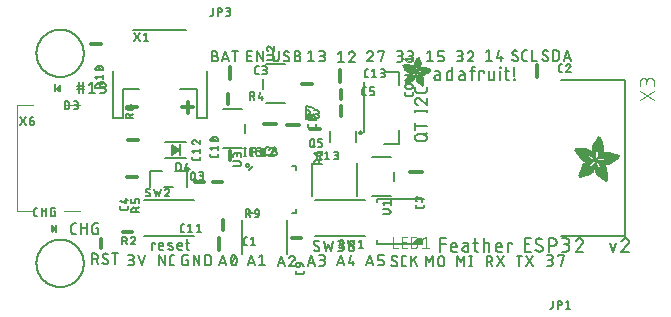
<source format=gbr>
G04 EAGLE Gerber RS-274X export*
G75*
%MOMM*%
%FSLAX34Y34*%
%LPD*%
%INSilkscreen Top*%
%IPPOS*%
%AMOC8*
5,1,8,0,0,1.08239X$1,22.5*%
G01*
%ADD10C,0.127000*%
%ADD11C,0.152400*%
%ADD12C,0.304800*%
%ADD13C,0.203200*%
%ADD14R,0.200000X1.000000*%
%ADD15R,0.127000X0.762000*%
%ADD16R,0.050800X0.006300*%
%ADD17R,0.082600X0.006400*%
%ADD18R,0.120600X0.006300*%
%ADD19R,0.139700X0.006400*%
%ADD20R,0.158800X0.006300*%
%ADD21R,0.177800X0.006400*%
%ADD22R,0.196800X0.006300*%
%ADD23R,0.215900X0.006400*%
%ADD24R,0.228600X0.006300*%
%ADD25R,0.241300X0.006400*%
%ADD26R,0.254000X0.006300*%
%ADD27R,0.266700X0.006400*%
%ADD28R,0.279400X0.006300*%
%ADD29R,0.285700X0.006400*%
%ADD30R,0.298400X0.006300*%
%ADD31R,0.311200X0.006400*%
%ADD32R,0.317500X0.006300*%
%ADD33R,0.330200X0.006400*%
%ADD34R,0.336600X0.006300*%
%ADD35R,0.349200X0.006400*%
%ADD36R,0.361900X0.006300*%
%ADD37R,0.368300X0.006400*%
%ADD38R,0.381000X0.006300*%
%ADD39R,0.387300X0.006400*%
%ADD40R,0.393700X0.006300*%
%ADD41R,0.406400X0.006400*%
%ADD42R,0.412700X0.006300*%
%ADD43R,0.419100X0.006400*%
%ADD44R,0.431800X0.006300*%
%ADD45R,0.438100X0.006400*%
%ADD46R,0.450800X0.006300*%
%ADD47R,0.457200X0.006400*%
%ADD48R,0.463500X0.006300*%
%ADD49R,0.476200X0.006400*%
%ADD50R,0.482600X0.006300*%
%ADD51R,0.488900X0.006400*%
%ADD52R,0.501600X0.006300*%
%ADD53R,0.508000X0.006400*%
%ADD54R,0.514300X0.006300*%
%ADD55R,0.527000X0.006400*%
%ADD56R,0.533400X0.006300*%
%ADD57R,0.546100X0.006400*%
%ADD58R,0.552400X0.006300*%
%ADD59R,0.558800X0.006400*%
%ADD60R,0.571500X0.006300*%
%ADD61R,0.577800X0.006400*%
%ADD62R,0.584200X0.006300*%
%ADD63R,0.596900X0.006400*%
%ADD64R,0.603200X0.006300*%
%ADD65R,0.609600X0.006400*%
%ADD66R,0.622300X0.006300*%
%ADD67R,0.628600X0.006400*%
%ADD68R,0.641300X0.006300*%
%ADD69R,0.647700X0.006400*%
%ADD70R,0.063500X0.006300*%
%ADD71R,0.654000X0.006300*%
%ADD72R,0.101600X0.006400*%
%ADD73R,0.666700X0.006400*%
%ADD74R,0.139700X0.006300*%
%ADD75R,0.673100X0.006300*%
%ADD76R,0.165100X0.006400*%
%ADD77R,0.679400X0.006400*%
%ADD78R,0.196900X0.006300*%
%ADD79R,0.692100X0.006300*%
%ADD80R,0.222200X0.006400*%
%ADD81R,0.698500X0.006400*%
%ADD82R,0.247700X0.006300*%
%ADD83R,0.704800X0.006300*%
%ADD84R,0.279400X0.006400*%
%ADD85R,0.717500X0.006400*%
%ADD86R,0.298500X0.006300*%
%ADD87R,0.723900X0.006300*%
%ADD88R,0.736600X0.006400*%
%ADD89R,0.342900X0.006300*%
%ADD90R,0.742900X0.006300*%
%ADD91R,0.374700X0.006400*%
%ADD92R,0.749300X0.006400*%
%ADD93R,0.762000X0.006300*%
%ADD94R,0.412700X0.006400*%
%ADD95R,0.768300X0.006400*%
%ADD96R,0.438100X0.006300*%
%ADD97R,0.774700X0.006300*%
%ADD98R,0.463600X0.006400*%
%ADD99R,0.787400X0.006400*%
%ADD100R,0.793700X0.006300*%
%ADD101R,0.495300X0.006400*%
%ADD102R,0.800100X0.006400*%
%ADD103R,0.520700X0.006300*%
%ADD104R,0.812800X0.006300*%
%ADD105R,0.533400X0.006400*%
%ADD106R,0.819100X0.006400*%
%ADD107R,0.558800X0.006300*%
%ADD108R,0.825500X0.006300*%
%ADD109R,0.577900X0.006400*%
%ADD110R,0.831800X0.006400*%
%ADD111R,0.596900X0.006300*%
%ADD112R,0.844500X0.006300*%
%ADD113R,0.616000X0.006400*%
%ADD114R,0.850900X0.006400*%
%ADD115R,0.635000X0.006300*%
%ADD116R,0.857200X0.006300*%
%ADD117R,0.654100X0.006400*%
%ADD118R,0.863600X0.006400*%
%ADD119R,0.666700X0.006300*%
%ADD120R,0.869900X0.006300*%
%ADD121R,0.685800X0.006400*%
%ADD122R,0.876300X0.006400*%
%ADD123R,0.882600X0.006300*%
%ADD124R,0.723900X0.006400*%
%ADD125R,0.889000X0.006400*%
%ADD126R,0.895300X0.006300*%
%ADD127R,0.755700X0.006400*%
%ADD128R,0.901700X0.006400*%
%ADD129R,0.908000X0.006300*%
%ADD130R,0.793800X0.006400*%
%ADD131R,0.914400X0.006400*%
%ADD132R,0.806400X0.006300*%
%ADD133R,0.920700X0.006300*%
%ADD134R,0.825500X0.006400*%
%ADD135R,0.927100X0.006400*%
%ADD136R,0.933400X0.006300*%
%ADD137R,0.857300X0.006400*%
%ADD138R,0.939800X0.006400*%
%ADD139R,0.870000X0.006300*%
%ADD140R,0.939800X0.006300*%
%ADD141R,0.946100X0.006400*%
%ADD142R,0.952500X0.006300*%
%ADD143R,0.908000X0.006400*%
%ADD144R,0.958800X0.006400*%
%ADD145R,0.965200X0.006300*%
%ADD146R,0.965200X0.006400*%
%ADD147R,0.971500X0.006300*%
%ADD148R,0.952500X0.006400*%
%ADD149R,0.977900X0.006400*%
%ADD150R,0.958800X0.006300*%
%ADD151R,0.984200X0.006300*%
%ADD152R,0.971500X0.006400*%
%ADD153R,0.984200X0.006400*%
%ADD154R,0.990600X0.006300*%
%ADD155R,0.984300X0.006400*%
%ADD156R,0.996900X0.006400*%
%ADD157R,0.997000X0.006300*%
%ADD158R,0.996900X0.006300*%
%ADD159R,1.003300X0.006400*%
%ADD160R,1.016000X0.006300*%
%ADD161R,1.009600X0.006300*%
%ADD162R,1.016000X0.006400*%
%ADD163R,1.009600X0.006400*%
%ADD164R,1.022300X0.006300*%
%ADD165R,1.028700X0.006400*%
%ADD166R,1.035100X0.006300*%
%ADD167R,1.047800X0.006400*%
%ADD168R,1.054100X0.006300*%
%ADD169R,1.028700X0.006300*%
%ADD170R,1.054100X0.006400*%
%ADD171R,1.035000X0.006400*%
%ADD172R,1.060400X0.006300*%
%ADD173R,1.035000X0.006300*%
%ADD174R,1.060500X0.006400*%
%ADD175R,1.041400X0.006400*%
%ADD176R,1.066800X0.006300*%
%ADD177R,1.041400X0.006300*%
%ADD178R,1.079500X0.006400*%
%ADD179R,1.047700X0.006400*%
%ADD180R,1.085900X0.006300*%
%ADD181R,1.047700X0.006300*%
%ADD182R,1.085800X0.006400*%
%ADD183R,1.092200X0.006300*%
%ADD184R,1.085900X0.006400*%
%ADD185R,1.098600X0.006300*%
%ADD186R,1.098600X0.006400*%
%ADD187R,1.060400X0.006400*%
%ADD188R,1.104900X0.006300*%
%ADD189R,1.104900X0.006400*%
%ADD190R,1.066800X0.006400*%
%ADD191R,1.111200X0.006300*%
%ADD192R,1.117600X0.006400*%
%ADD193R,1.117600X0.006300*%
%ADD194R,1.073100X0.006300*%
%ADD195R,1.073100X0.006400*%
%ADD196R,1.124000X0.006300*%
%ADD197R,1.079500X0.006300*%
%ADD198R,1.123900X0.006400*%
%ADD199R,1.130300X0.006300*%
%ADD200R,1.130300X0.006400*%
%ADD201R,1.136700X0.006400*%
%ADD202R,1.136700X0.006300*%
%ADD203R,1.085800X0.006300*%
%ADD204R,1.136600X0.006400*%
%ADD205R,1.136600X0.006300*%
%ADD206R,1.143000X0.006400*%
%ADD207R,1.143000X0.006300*%
%ADD208R,1.149400X0.006300*%
%ADD209R,1.149300X0.006300*%
%ADD210R,1.149300X0.006400*%
%ADD211R,1.149400X0.006400*%
%ADD212R,1.155700X0.006400*%
%ADD213R,1.155700X0.006300*%
%ADD214R,1.060500X0.006300*%
%ADD215R,2.197100X0.006400*%
%ADD216R,2.197100X0.006300*%
%ADD217R,2.184400X0.006300*%
%ADD218R,2.184400X0.006400*%
%ADD219R,2.171700X0.006400*%
%ADD220R,2.171700X0.006300*%
%ADD221R,1.530300X0.006400*%
%ADD222R,1.505000X0.006300*%
%ADD223R,1.492300X0.006400*%
%ADD224R,1.485900X0.006300*%
%ADD225R,0.565200X0.006300*%
%ADD226R,1.473200X0.006400*%
%ADD227R,0.565200X0.006400*%
%ADD228R,1.460500X0.006300*%
%ADD229R,1.454100X0.006400*%
%ADD230R,0.552400X0.006400*%
%ADD231R,1.441500X0.006300*%
%ADD232R,0.546100X0.006300*%
%ADD233R,1.435100X0.006400*%
%ADD234R,0.539800X0.006400*%
%ADD235R,1.428800X0.006300*%
%ADD236R,1.422400X0.006400*%
%ADD237R,1.409700X0.006300*%
%ADD238R,0.527100X0.006300*%
%ADD239R,1.403300X0.006400*%
%ADD240R,0.527100X0.006400*%
%ADD241R,1.390700X0.006300*%
%ADD242R,1.384300X0.006400*%
%ADD243R,0.520700X0.006400*%
%ADD244R,1.384300X0.006300*%
%ADD245R,0.514400X0.006300*%
%ADD246R,1.371600X0.006400*%
%ADD247R,1.365200X0.006300*%
%ADD248R,0.508000X0.006300*%
%ADD249R,1.352600X0.006400*%
%ADD250R,0.501700X0.006400*%
%ADD251R,0.711200X0.006300*%
%ADD252R,0.603300X0.006300*%
%ADD253R,0.501700X0.006300*%
%ADD254R,0.692100X0.006400*%
%ADD255R,0.571500X0.006400*%
%ADD256R,0.679400X0.006300*%
%ADD257R,0.495300X0.006300*%
%ADD258R,0.673100X0.006400*%
%ADD259R,0.666800X0.006300*%
%ADD260R,0.488900X0.006300*%
%ADD261R,0.660400X0.006400*%
%ADD262R,0.482600X0.006400*%
%ADD263R,0.476200X0.006300*%
%ADD264R,0.654000X0.006400*%
%ADD265R,0.469900X0.006400*%
%ADD266R,0.476300X0.006400*%
%ADD267R,0.647700X0.006300*%
%ADD268R,0.457200X0.006300*%
%ADD269R,0.469900X0.006300*%
%ADD270R,0.641300X0.006400*%
%ADD271R,0.444500X0.006400*%
%ADD272R,0.463600X0.006300*%
%ADD273R,0.635000X0.006400*%
%ADD274R,0.463500X0.006400*%
%ADD275R,0.393700X0.006400*%
%ADD276R,0.450800X0.006400*%
%ADD277R,0.628600X0.006300*%
%ADD278R,0.387400X0.006300*%
%ADD279R,0.450900X0.006300*%
%ADD280R,0.628700X0.006400*%
%ADD281R,0.374600X0.006400*%
%ADD282R,0.368300X0.006300*%
%ADD283R,0.438200X0.006300*%
%ADD284R,0.622300X0.006400*%
%ADD285R,0.355600X0.006400*%
%ADD286R,0.431800X0.006400*%
%ADD287R,0.349300X0.006300*%
%ADD288R,0.425400X0.006300*%
%ADD289R,0.615900X0.006300*%
%ADD290R,0.330200X0.006300*%
%ADD291R,0.419100X0.006300*%
%ADD292R,0.616000X0.006300*%
%ADD293R,0.311200X0.006300*%
%ADD294R,0.406400X0.006300*%
%ADD295R,0.615900X0.006400*%
%ADD296R,0.304800X0.006400*%
%ADD297R,0.158800X0.006400*%
%ADD298R,0.609600X0.006300*%
%ADD299R,0.292100X0.006300*%
%ADD300R,0.235000X0.006300*%
%ADD301R,0.387400X0.006400*%
%ADD302R,0.292100X0.006400*%
%ADD303R,0.336500X0.006300*%
%ADD304R,0.260400X0.006300*%
%ADD305R,0.603300X0.006400*%
%ADD306R,0.260400X0.006400*%
%ADD307R,0.362000X0.006400*%
%ADD308R,0.450900X0.006400*%
%ADD309R,0.355600X0.006300*%
%ADD310R,0.342900X0.006400*%
%ADD311R,0.514300X0.006400*%
%ADD312R,0.234900X0.006300*%
%ADD313R,0.539700X0.006300*%
%ADD314R,0.603200X0.006400*%
%ADD315R,0.234900X0.006400*%
%ADD316R,0.920700X0.006400*%
%ADD317R,0.958900X0.006400*%
%ADD318R,0.215900X0.006300*%
%ADD319R,0.209600X0.006400*%
%ADD320R,0.203200X0.006300*%
%ADD321R,1.003300X0.006300*%
%ADD322R,0.203200X0.006400*%
%ADD323R,0.196900X0.006400*%
%ADD324R,0.190500X0.006300*%
%ADD325R,0.190500X0.006400*%
%ADD326R,0.184200X0.006300*%
%ADD327R,0.590500X0.006400*%
%ADD328R,0.184200X0.006400*%
%ADD329R,0.590500X0.006300*%
%ADD330R,0.177800X0.006300*%
%ADD331R,0.584200X0.006400*%
%ADD332R,1.168400X0.006400*%
%ADD333R,0.171500X0.006300*%
%ADD334R,1.187500X0.006300*%
%ADD335R,1.200100X0.006400*%
%ADD336R,0.577800X0.006300*%
%ADD337R,1.212900X0.006300*%
%ADD338R,1.231900X0.006400*%
%ADD339R,1.250900X0.006300*%
%ADD340R,0.565100X0.006400*%
%ADD341R,0.184100X0.006400*%
%ADD342R,1.263700X0.006400*%
%ADD343R,0.565100X0.006300*%
%ADD344R,1.289100X0.006300*%
%ADD345R,1.314400X0.006400*%
%ADD346R,0.552500X0.006300*%
%ADD347R,1.568500X0.006300*%
%ADD348R,0.552500X0.006400*%
%ADD349R,1.581200X0.006400*%
%ADD350R,1.593800X0.006300*%
%ADD351R,1.606500X0.006400*%
%ADD352R,1.619300X0.006300*%
%ADD353R,0.514400X0.006400*%
%ADD354R,1.638300X0.006400*%
%ADD355R,1.657300X0.006300*%
%ADD356R,2.209800X0.006400*%
%ADD357R,2.425700X0.006300*%
%ADD358R,2.470100X0.006400*%
%ADD359R,2.501900X0.006300*%
%ADD360R,2.533700X0.006400*%
%ADD361R,2.559000X0.006300*%
%ADD362R,2.584500X0.006400*%
%ADD363R,2.609900X0.006300*%
%ADD364R,2.628900X0.006400*%
%ADD365R,2.660600X0.006300*%
%ADD366R,2.673400X0.006400*%
%ADD367R,1.422400X0.006300*%
%ADD368R,1.200200X0.006300*%
%ADD369R,1.365300X0.006300*%
%ADD370R,1.365300X0.006400*%
%ADD371R,1.352500X0.006300*%
%ADD372R,1.098500X0.006300*%
%ADD373R,1.358900X0.006400*%
%ADD374R,1.352600X0.006300*%
%ADD375R,1.358900X0.006300*%
%ADD376R,1.371600X0.006300*%
%ADD377R,1.377900X0.006400*%
%ADD378R,1.397000X0.006400*%
%ADD379R,1.403300X0.006300*%
%ADD380R,0.914400X0.006300*%
%ADD381R,0.876300X0.006300*%
%ADD382R,0.374600X0.006300*%
%ADD383R,1.073200X0.006400*%
%ADD384R,0.374700X0.006300*%
%ADD385R,0.844600X0.006400*%
%ADD386R,0.844600X0.006300*%
%ADD387R,0.831900X0.006400*%
%ADD388R,1.092200X0.006400*%
%ADD389R,0.400000X0.006300*%
%ADD390R,0.819200X0.006400*%
%ADD391R,1.111300X0.006400*%
%ADD392R,0.812800X0.006400*%
%ADD393R,0.800100X0.006300*%
%ADD394R,0.476300X0.006300*%
%ADD395R,1.181100X0.006300*%
%ADD396R,0.501600X0.006400*%
%ADD397R,1.193800X0.006400*%
%ADD398R,0.781000X0.006400*%
%ADD399R,1.238200X0.006400*%
%ADD400R,0.781100X0.006300*%
%ADD401R,1.257300X0.006300*%
%ADD402R,1.295400X0.006400*%
%ADD403R,1.333500X0.006300*%
%ADD404R,0.774700X0.006400*%
%ADD405R,1.866900X0.006400*%
%ADD406R,0.209600X0.006300*%
%ADD407R,1.866900X0.006300*%
%ADD408R,0.768400X0.006400*%
%ADD409R,0.209500X0.006400*%
%ADD410R,1.860600X0.006400*%
%ADD411R,0.762000X0.006400*%
%ADD412R,0.768400X0.006300*%
%ADD413R,1.860600X0.006300*%
%ADD414R,1.860500X0.006400*%
%ADD415R,0.222300X0.006300*%
%ADD416R,1.854200X0.006300*%
%ADD417R,0.235000X0.006400*%
%ADD418R,1.854200X0.006400*%
%ADD419R,0.768300X0.006300*%
%ADD420R,0.260300X0.006400*%
%ADD421R,1.847800X0.006400*%
%ADD422R,0.266700X0.006300*%
%ADD423R,1.847800X0.006300*%
%ADD424R,0.273100X0.006400*%
%ADD425R,1.841500X0.006400*%
%ADD426R,0.285800X0.006300*%
%ADD427R,1.841500X0.006300*%
%ADD428R,0.298500X0.006400*%
%ADD429R,1.835100X0.006400*%
%ADD430R,0.781000X0.006300*%
%ADD431R,0.304800X0.006300*%
%ADD432R,1.835100X0.006300*%
%ADD433R,0.317500X0.006400*%
%ADD434R,1.828800X0.006400*%
%ADD435R,0.787400X0.006300*%
%ADD436R,0.323800X0.006300*%
%ADD437R,1.828800X0.006300*%
%ADD438R,0.793700X0.006400*%
%ADD439R,1.822400X0.006400*%
%ADD440R,0.806500X0.006300*%
%ADD441R,1.822400X0.006300*%
%ADD442R,1.816100X0.006400*%
%ADD443R,0.819100X0.006300*%
%ADD444R,0.387300X0.006300*%
%ADD445R,1.816100X0.006300*%
%ADD446R,1.809800X0.006400*%
%ADD447R,1.803400X0.006300*%
%ADD448R,1.797000X0.006400*%
%ADD449R,0.901700X0.006300*%
%ADD450R,1.797000X0.006300*%
%ADD451R,1.441400X0.006400*%
%ADD452R,1.790700X0.006400*%
%ADD453R,1.447800X0.006300*%
%ADD454R,1.784300X0.006300*%
%ADD455R,1.447800X0.006400*%
%ADD456R,1.784300X0.006400*%
%ADD457R,1.454100X0.006300*%
%ADD458R,1.771700X0.006300*%
%ADD459R,1.460500X0.006400*%
%ADD460R,1.759000X0.006400*%
%ADD461R,1.466800X0.006300*%
%ADD462R,1.752600X0.006300*%
%ADD463R,1.466800X0.006400*%
%ADD464R,1.739900X0.006400*%
%ADD465R,1.473200X0.006300*%
%ADD466R,1.727200X0.006300*%
%ADD467R,1.479500X0.006400*%
%ADD468R,1.714500X0.006400*%
%ADD469R,1.695400X0.006300*%
%ADD470R,1.485900X0.006400*%
%ADD471R,1.682700X0.006400*%
%ADD472R,1.492200X0.006300*%
%ADD473R,1.663700X0.006300*%
%ADD474R,1.498600X0.006400*%
%ADD475R,1.644600X0.006400*%
%ADD476R,1.498600X0.006300*%
%ADD477R,1.619200X0.006300*%
%ADD478R,1.511300X0.006400*%
%ADD479R,1.600200X0.006400*%
%ADD480R,1.517700X0.006300*%
%ADD481R,1.574800X0.006300*%
%ADD482R,1.524000X0.006400*%
%ADD483R,1.555800X0.006400*%
%ADD484R,1.524000X0.006300*%
%ADD485R,1.536700X0.006300*%
%ADD486R,1.530400X0.006400*%
%ADD487R,1.517700X0.006400*%
%ADD488R,1.492300X0.006300*%
%ADD489R,1.549400X0.006400*%
%ADD490R,1.479600X0.006400*%
%ADD491R,1.549400X0.006300*%
%ADD492R,1.555700X0.006400*%
%ADD493R,1.562100X0.006300*%
%ADD494R,0.323900X0.006300*%
%ADD495R,1.568400X0.006400*%
%ADD496R,0.336600X0.006400*%
%ADD497R,1.587500X0.006300*%
%ADD498R,0.971600X0.006300*%
%ADD499R,0.349300X0.006400*%
%ADD500R,1.600200X0.006300*%
%ADD501R,0.920800X0.006300*%
%ADD502R,0.882700X0.006400*%
%ADD503R,1.612900X0.006300*%
%ADD504R,0.362000X0.006300*%
%ADD505R,1.625600X0.006400*%
%ADD506R,1.625600X0.006300*%
%ADD507R,1.644600X0.006300*%
%ADD508R,0.736600X0.006300*%
%ADD509R,0.717600X0.006400*%
%ADD510R,1.657400X0.006300*%
%ADD511R,0.679500X0.006300*%
%ADD512R,1.663700X0.006400*%
%ADD513R,0.400000X0.006400*%
%ADD514R,1.676400X0.006300*%
%ADD515R,1.676400X0.006400*%
%ADD516R,0.425500X0.006400*%
%ADD517R,1.352500X0.006400*%
%ADD518R,0.444500X0.006300*%
%ADD519R,0.361900X0.006400*%
%ADD520R,0.088900X0.006300*%
%ADD521R,1.009700X0.006300*%
%ADD522R,1.009700X0.006400*%
%ADD523R,1.022300X0.006400*%
%ADD524R,1.346200X0.006400*%
%ADD525R,1.346200X0.006300*%
%ADD526R,1.339900X0.006400*%
%ADD527R,1.035100X0.006400*%
%ADD528R,1.339800X0.006300*%
%ADD529R,1.333500X0.006400*%
%ADD530R,1.327200X0.006400*%
%ADD531R,1.320800X0.006300*%
%ADD532R,1.314500X0.006400*%
%ADD533R,1.314400X0.006300*%
%ADD534R,1.301700X0.006400*%
%ADD535R,1.295400X0.006300*%
%ADD536R,1.289000X0.006400*%
%ADD537R,1.276300X0.006300*%
%ADD538R,1.251000X0.006300*%
%ADD539R,1.244600X0.006400*%
%ADD540R,1.231900X0.006300*%
%ADD541R,1.212800X0.006400*%
%ADD542R,1.200100X0.006300*%
%ADD543R,1.187400X0.006400*%
%ADD544R,1.168400X0.006300*%
%ADD545R,1.047800X0.006300*%
%ADD546R,0.977900X0.006300*%
%ADD547R,0.946200X0.006400*%
%ADD548R,0.933400X0.006400*%
%ADD549R,0.895300X0.006400*%
%ADD550R,0.882700X0.006300*%
%ADD551R,0.863600X0.006300*%
%ADD552R,0.857200X0.006400*%
%ADD553R,0.850900X0.006300*%
%ADD554R,0.838200X0.006300*%
%ADD555R,0.806500X0.006400*%
%ADD556R,0.717600X0.006300*%
%ADD557R,0.711200X0.006400*%
%ADD558R,0.641400X0.006400*%
%ADD559R,0.641400X0.006300*%
%ADD560R,0.628700X0.006300*%
%ADD561R,0.590600X0.006300*%
%ADD562R,0.539700X0.006400*%
%ADD563R,0.285700X0.006300*%
%ADD564R,0.222200X0.006300*%
%ADD565R,0.171400X0.006300*%
%ADD566R,0.152400X0.006400*%
%ADD567R,0.133400X0.006300*%
%ADD568R,0.034300X0.003800*%
%ADD569R,0.057200X0.003800*%
%ADD570R,0.076200X0.003800*%
%ADD571R,0.091400X0.003800*%
%ADD572R,0.102900X0.003800*%
%ADD573R,0.114300X0.003900*%
%ADD574R,0.129500X0.003800*%
%ADD575R,0.137200X0.003800*%
%ADD576R,0.144800X0.003800*%
%ADD577R,0.152400X0.003800*%
%ADD578R,0.160000X0.003800*%
%ADD579R,0.171500X0.003800*%
%ADD580R,0.175300X0.003800*%
%ADD581R,0.182900X0.003800*%
%ADD582R,0.190500X0.003800*%
%ADD583R,0.194300X0.003900*%
%ADD584R,0.201900X0.003800*%
%ADD585R,0.209500X0.003800*%
%ADD586R,0.213400X0.003800*%
%ADD587R,0.221000X0.003800*%
%ADD588R,0.224800X0.003800*%
%ADD589R,0.232400X0.003800*%
%ADD590R,0.240000X0.003800*%
%ADD591R,0.243800X0.003800*%
%ADD592R,0.247600X0.003800*%
%ADD593R,0.255300X0.003900*%
%ADD594R,0.259100X0.003800*%
%ADD595R,0.262900X0.003800*%
%ADD596R,0.270500X0.003800*%
%ADD597R,0.274300X0.003800*%
%ADD598R,0.281900X0.003800*%
%ADD599R,0.285700X0.003800*%
%ADD600R,0.289500X0.003800*%
%ADD601R,0.297200X0.003800*%
%ADD602R,0.301000X0.003800*%
%ADD603R,0.304800X0.003900*%
%ADD604R,0.312400X0.003800*%
%ADD605R,0.316200X0.003800*%
%ADD606R,0.320000X0.003800*%
%ADD607R,0.327600X0.003800*%
%ADD608R,0.331500X0.003800*%
%ADD609R,0.339100X0.003800*%
%ADD610R,0.342900X0.003800*%
%ADD611R,0.346700X0.003800*%
%ADD612R,0.354300X0.003800*%
%ADD613R,0.358100X0.003900*%
%ADD614R,0.361900X0.003800*%
%ADD615R,0.369600X0.003800*%
%ADD616R,0.373400X0.003800*%
%ADD617R,0.377200X0.003800*%
%ADD618R,0.384800X0.003800*%
%ADD619R,0.388600X0.003800*%
%ADD620R,0.396200X0.003800*%
%ADD621R,0.400000X0.003800*%
%ADD622R,0.403800X0.003800*%
%ADD623R,0.411500X0.003900*%
%ADD624R,0.415300X0.003800*%
%ADD625R,0.419100X0.003800*%
%ADD626R,0.045700X0.003800*%
%ADD627R,0.426700X0.003800*%
%ADD628R,0.072400X0.003800*%
%ADD629R,0.430500X0.003800*%
%ADD630R,0.095300X0.003800*%
%ADD631R,0.438100X0.003800*%
%ADD632R,0.110500X0.003800*%
%ADD633R,0.441900X0.003800*%
%ADD634R,0.445800X0.003800*%
%ADD635R,0.144700X0.003800*%
%ADD636R,0.453400X0.003800*%
%ADD637R,0.457200X0.003800*%
%ADD638R,0.175300X0.003900*%
%ADD639R,0.461000X0.003900*%
%ADD640R,0.468600X0.003800*%
%ADD641R,0.205800X0.003800*%
%ADD642R,0.472400X0.003800*%
%ADD643R,0.217200X0.003800*%
%ADD644R,0.476200X0.003800*%
%ADD645R,0.483900X0.003800*%
%ADD646R,0.247700X0.003800*%
%ADD647R,0.487700X0.003800*%
%ADD648R,0.495300X0.003800*%
%ADD649R,0.499100X0.003800*%
%ADD650R,0.502900X0.003800*%
%ADD651R,0.510500X0.003800*%
%ADD652R,0.308600X0.003900*%
%ADD653R,0.514300X0.003900*%
%ADD654R,0.323800X0.003800*%
%ADD655R,0.518100X0.003800*%
%ADD656R,0.335300X0.003800*%
%ADD657R,0.525800X0.003800*%
%ADD658R,0.529600X0.003800*%
%ADD659R,0.358100X0.003800*%
%ADD660R,0.533400X0.003800*%
%ADD661R,0.537200X0.003800*%
%ADD662R,0.381000X0.003800*%
%ADD663R,0.544800X0.003800*%
%ADD664R,0.392400X0.003800*%
%ADD665R,0.548600X0.003800*%
%ADD666R,0.552400X0.003800*%
%ADD667R,0.556200X0.003800*%
%ADD668R,0.422900X0.003900*%
%ADD669R,0.560100X0.003900*%
%ADD670R,0.434300X0.003800*%
%ADD671R,0.563900X0.003800*%
%ADD672R,0.567700X0.003800*%
%ADD673R,0.461000X0.003800*%
%ADD674R,0.571500X0.003800*%
%ADD675R,0.575300X0.003800*%
%ADD676R,0.480100X0.003800*%
%ADD677R,0.579100X0.003800*%
%ADD678R,0.491500X0.003800*%
%ADD679R,0.582900X0.003800*%
%ADD680R,0.586700X0.003800*%
%ADD681R,0.510600X0.003800*%
%ADD682R,0.590500X0.003800*%
%ADD683R,0.522000X0.003800*%
%ADD684R,0.594300X0.003800*%
%ADD685R,0.533400X0.003900*%
%ADD686R,0.598200X0.003900*%
%ADD687R,0.541000X0.003800*%
%ADD688R,0.602000X0.003800*%
%ADD689R,0.552500X0.003800*%
%ADD690R,0.605800X0.003800*%
%ADD691R,0.560100X0.003800*%
%ADD692R,0.609600X0.003800*%
%ADD693R,0.613400X0.003800*%
%ADD694R,0.583000X0.003800*%
%ADD695R,0.617200X0.003800*%
%ADD696R,0.594400X0.003800*%
%ADD697R,0.621000X0.003800*%
%ADD698R,0.598200X0.003800*%
%ADD699R,0.624800X0.003800*%
%ADD700R,0.613500X0.003900*%
%ADD701R,0.628600X0.003900*%
%ADD702R,0.632400X0.003800*%
%ADD703R,0.628600X0.003800*%
%ADD704R,0.636300X0.003800*%
%ADD705R,0.640100X0.003800*%
%ADD706R,0.636200X0.003800*%
%ADD707R,0.643900X0.003800*%
%ADD708R,0.647700X0.003800*%
%ADD709R,0.651500X0.003800*%
%ADD710R,0.659100X0.003800*%
%ADD711R,0.659100X0.003900*%
%ADD712R,0.655300X0.003900*%
%ADD713R,0.662900X0.003800*%
%ADD714R,0.655300X0.003800*%
%ADD715R,0.670500X0.003800*%
%ADD716R,0.670600X0.003800*%
%ADD717R,0.674400X0.003800*%
%ADD718R,0.682000X0.003800*%
%ADD719R,0.666700X0.003800*%
%ADD720R,0.685800X0.003800*%
%ADD721R,0.689600X0.003800*%
%ADD722R,0.693400X0.003900*%
%ADD723R,0.674400X0.003900*%
%ADD724R,0.697200X0.003800*%
%ADD725R,0.678200X0.003800*%
%ADD726R,0.697300X0.003800*%
%ADD727R,0.701100X0.003800*%
%ADD728R,0.704900X0.003800*%
%ADD729R,0.708700X0.003800*%
%ADD730R,0.712500X0.003800*%
%ADD731R,0.716300X0.003800*%
%ADD732R,0.720100X0.003900*%
%ADD733R,0.689600X0.003900*%
%ADD734R,0.720000X0.003800*%
%ADD735R,0.693400X0.003800*%
%ADD736R,0.723900X0.003800*%
%ADD737R,0.727700X0.003800*%
%ADD738R,0.731500X0.003800*%
%ADD739R,0.701000X0.003800*%
%ADD740R,0.735300X0.003800*%
%ADD741R,0.731500X0.003900*%
%ADD742R,0.701000X0.003900*%
%ADD743R,0.704800X0.003800*%
%ADD744R,0.739100X0.003800*%
%ADD745R,0.743000X0.003800*%
%ADD746R,0.739200X0.003800*%
%ADD747R,0.743000X0.003900*%
%ADD748R,0.704800X0.003900*%
%ADD749R,0.746800X0.003800*%
%ADD750R,0.746800X0.003900*%
%ADD751R,0.742900X0.003800*%
%ADD752R,0.746700X0.003800*%
%ADD753R,0.746700X0.003900*%
%ADD754R,1.428800X0.003800*%
%ADD755R,1.424900X0.003800*%
%ADD756R,1.421100X0.003900*%
%ADD757R,1.421100X0.003800*%
%ADD758R,1.417300X0.003800*%
%ADD759R,1.413500X0.003800*%
%ADD760R,1.409700X0.003800*%
%ADD761R,1.405900X0.003800*%
%ADD762R,1.402100X0.003800*%
%ADD763R,1.398300X0.003800*%
%ADD764R,0.983000X0.003900*%
%ADD765R,0.384800X0.003900*%
%ADD766R,0.971600X0.003800*%
%ADD767R,0.963900X0.003800*%
%ADD768R,0.956300X0.003800*%
%ADD769R,0.365800X0.003800*%
%ADD770R,0.952500X0.003800*%
%ADD771R,0.941000X0.003800*%
%ADD772R,0.358200X0.003800*%
%ADD773R,0.937200X0.003800*%
%ADD774R,0.933400X0.003800*%
%ADD775R,0.354400X0.003800*%
%ADD776R,0.925800X0.003800*%
%ADD777R,0.350500X0.003800*%
%ADD778R,0.922000X0.003800*%
%ADD779R,0.918200X0.003900*%
%ADD780R,0.346700X0.003900*%
%ADD781R,0.910600X0.003800*%
%ADD782R,0.906800X0.003800*%
%ADD783R,0.903000X0.003800*%
%ADD784R,0.339000X0.003800*%
%ADD785R,0.895300X0.003800*%
%ADD786R,0.335200X0.003800*%
%ADD787R,0.887700X0.003800*%
%ADD788R,0.883900X0.003800*%
%ADD789R,0.331400X0.003800*%
%ADD790R,0.880100X0.003800*%
%ADD791R,0.876300X0.003800*%
%ADD792R,0.468600X0.003900*%
%ADD793R,0.396200X0.003900*%
%ADD794R,0.323800X0.003900*%
%ADD795R,0.449600X0.003800*%
%ADD796R,0.323900X0.003800*%
%ADD797R,0.442000X0.003800*%
%ADD798R,0.434400X0.003800*%
%ADD799R,0.320100X0.003800*%
%ADD800R,0.316300X0.003800*%
%ADD801R,0.426800X0.003800*%
%ADD802R,0.327700X0.003800*%
%ADD803R,0.312500X0.003800*%
%ADD804R,0.422900X0.003800*%
%ADD805R,0.308600X0.003800*%
%ADD806R,0.293400X0.003800*%
%ADD807R,0.304800X0.003800*%
%ADD808R,0.419100X0.003900*%
%ADD809R,0.285700X0.003900*%
%ADD810R,0.301000X0.003900*%
%ADD811R,0.411500X0.003800*%
%ADD812R,0.407700X0.003800*%
%ADD813R,0.289600X0.003800*%
%ADD814R,0.285800X0.003800*%
%ADD815R,0.403900X0.003800*%
%ADD816R,0.228600X0.003800*%
%ADD817R,0.403900X0.003900*%
%ADD818R,0.221000X0.003900*%
%ADD819R,0.278100X0.003900*%
%ADD820R,0.400100X0.003800*%
%ADD821R,0.209600X0.003800*%
%ADD822R,0.266700X0.003800*%
%ADD823R,0.038100X0.003800*%
%ADD824R,0.194300X0.003800*%
%ADD825R,0.148600X0.003800*%
%ADD826R,0.259000X0.003800*%
%ADD827R,0.182800X0.003800*%
%ADD828R,0.186700X0.003800*%
%ADD829R,0.251400X0.003800*%
%ADD830R,0.179100X0.003800*%
%ADD831R,0.236200X0.003800*%
%ADD832R,0.243900X0.003900*%
%ADD833R,0.282000X0.003900*%
%ADD834R,0.167700X0.003800*%
%ADD835R,0.236300X0.003800*%
%ADD836R,0.396300X0.003800*%
%ADD837R,0.163900X0.003800*%
%ADD838R,0.392500X0.003800*%
%ADD839R,0.160100X0.003800*%
%ADD840R,0.586800X0.003800*%
%ADD841R,0.148500X0.003800*%
%ADD842R,0.140900X0.003800*%
%ADD843R,0.392400X0.003900*%
%ADD844R,0.140900X0.003900*%
%ADD845R,0.647700X0.003900*%
%ADD846R,0.133300X0.003800*%
%ADD847R,0.674300X0.003800*%
%ADD848R,0.388700X0.003800*%
%ADD849R,0.125700X0.003800*%
%ADD850R,0.121900X0.003800*%
%ADD851R,0.720100X0.003800*%
%ADD852R,0.118100X0.003800*%
%ADD853R,0.118100X0.003900*%
%ADD854R,0.739100X0.003900*%
%ADD855R,0.114300X0.003800*%
%ADD856R,0.754400X0.003800*%
%ADD857R,0.765800X0.003800*%
%ADD858R,0.773400X0.003800*%
%ADD859R,0.784800X0.003800*%
%ADD860R,0.118200X0.003800*%
%ADD861R,0.792500X0.003800*%
%ADD862R,0.803900X0.003800*%
%ADD863R,0.122000X0.003800*%
%ADD864R,0.815400X0.003800*%
%ADD865R,0.125800X0.003800*%
%ADD866R,0.826800X0.003800*%
%ADD867R,0.369500X0.003900*%
%ADD868R,0.133400X0.003900*%
%ADD869R,0.842000X0.003900*%
%ADD870R,0.365700X0.003800*%
%ADD871R,1.009700X0.003800*%
%ADD872R,1.013500X0.003800*%
%ADD873R,0.362000X0.003800*%
%ADD874R,1.024900X0.003800*%
%ADD875R,1.028700X0.003800*%
%ADD876R,1.036300X0.003800*%
%ADD877R,1.047800X0.003800*%
%ADD878R,1.055400X0.003800*%
%ADD879R,1.070600X0.003800*%
%ADD880R,0.030500X0.003800*%
%ADD881R,1.436400X0.003800*%
%ADD882R,1.562100X0.003900*%
%ADD883R,1.588700X0.003800*%
%ADD884R,1.607800X0.003800*%
%ADD885R,1.626900X0.003800*%
%ADD886R,1.642100X0.003800*%
%ADD887R,1.657400X0.003800*%
%ADD888R,1.676400X0.003800*%
%ADD889R,1.687800X0.003800*%
%ADD890R,1.703000X0.003800*%
%ADD891R,1.714500X0.003800*%
%ADD892R,1.726000X0.003900*%
%ADD893R,1.741200X0.003800*%
%ADD894R,0.914400X0.003800*%
%ADD895R,0.769600X0.003800*%
%ADD896R,0.884000X0.003800*%
%ADD897R,0.712400X0.003800*%
%ADD898R,0.880100X0.003900*%
%ADD899R,0.887800X0.003800*%
%ADD900R,0.891600X0.003800*%
%ADD901R,0.895400X0.003800*%
%ADD902R,0.251500X0.003800*%
%ADD903R,0.579200X0.003900*%
%ADD904R,0.243900X0.003800*%
%ADD905R,0.556300X0.003800*%
%ADD906R,0.255200X0.003800*%
%ADD907R,0.529500X0.003800*%
%ADD908R,0.731600X0.003800*%
%ADD909R,0.525800X0.003900*%
%ADD910R,0.281900X0.003900*%
%ADD911R,0.735400X0.003900*%
%ADD912R,0.300900X0.003800*%
%ADD913R,0.762000X0.003800*%
%ADD914R,0.518200X0.003800*%
%ADD915R,0.350600X0.003800*%
%ADD916R,0.796300X0.003800*%
%ADD917R,0.807800X0.003800*%
%ADD918R,0.506700X0.003800*%
%ADD919R,0.849600X0.003800*%
%ADD920R,0.506700X0.003900*%
%ADD921R,1.371600X0.003900*%
%ADD922R,1.207800X0.003800*%
%ADD923R,0.503000X0.003800*%
%ADD924R,0.141000X0.003800*%
%ADD925R,1.203900X0.003800*%
%ADD926R,1.204000X0.003800*%
%ADD927R,1.200200X0.003800*%
%ADD928R,0.499100X0.003900*%
%ADD929R,0.156200X0.003900*%
%ADD930R,1.196400X0.003900*%
%ADD931R,1.196400X0.003800*%
%ADD932R,0.163800X0.003800*%
%ADD933R,0.167600X0.003800*%
%ADD934R,1.192500X0.003800*%
%ADD935R,0.499200X0.003800*%
%ADD936R,1.188700X0.003800*%
%ADD937R,0.506800X0.003800*%
%ADD938R,1.184900X0.003800*%
%ADD939R,0.510600X0.003900*%
%ADD940R,0.209600X0.003900*%
%ADD941R,1.181100X0.003900*%
%ADD942R,0.514400X0.003800*%
%ADD943R,1.181100X0.003800*%
%ADD944R,1.177300X0.003800*%
%ADD945R,0.240100X0.003800*%
%ADD946R,1.173500X0.003800*%
%ADD947R,1.169700X0.003800*%
%ADD948R,1.165900X0.003800*%
%ADD949R,1.162100X0.003800*%
%ADD950R,0.929700X0.003900*%
%ADD951R,1.162100X0.003900*%
%ADD952R,0.929700X0.003800*%
%ADD953R,1.154500X0.003800*%
%ADD954R,0.933500X0.003800*%
%ADD955R,1.150600X0.003800*%
%ADD956R,0.937300X0.003800*%
%ADD957R,1.146800X0.003800*%
%ADD958R,0.941100X0.003800*%
%ADD959R,1.139200X0.003800*%
%ADD960R,0.944900X0.003800*%
%ADD961R,1.135400X0.003800*%
%ADD962R,0.948700X0.003800*%
%ADD963R,1.127800X0.003800*%
%ADD964R,1.124000X0.003800*%
%ADD965R,1.116400X0.003800*%
%ADD966R,0.956300X0.003900*%
%ADD967R,1.104900X0.003900*%
%ADD968R,0.960100X0.003800*%
%ADD969R,1.093500X0.003800*%
%ADD970R,1.085900X0.003800*%
%ADD971R,0.967800X0.003800*%
%ADD972R,1.074500X0.003800*%
%ADD973R,1.063000X0.003800*%
%ADD974R,0.975400X0.003800*%
%ADD975R,1.036400X0.003800*%
%ADD976R,0.979200X0.003800*%
%ADD977R,1.021000X0.003800*%
%ADD978R,0.983000X0.003800*%
%ADD979R,1.009600X0.003800*%
%ADD980R,0.986800X0.003800*%
%ADD981R,0.998200X0.003800*%
%ADD982R,0.990600X0.003900*%
%ADD983R,0.986700X0.003900*%
%ADD984R,0.994400X0.003800*%
%ADD985R,0.975300X0.003800*%
%ADD986R,0.948600X0.003800*%
%ADD987R,1.002000X0.003800*%
%ADD988R,0.213300X0.003800*%
%ADD989R,0.217100X0.003800*%
%ADD990R,1.017300X0.003800*%
%ADD991R,0.666800X0.003800*%
%ADD992R,0.220900X0.003800*%
%ADD993R,1.028700X0.003900*%
%ADD994R,0.224700X0.003900*%
%ADD995R,1.032500X0.003800*%
%ADD996R,1.040100X0.003800*%
%ADD997R,1.043900X0.003800*%
%ADD998R,0.548700X0.003800*%
%ADD999R,1.051500X0.003800*%
%ADD1000R,1.055300X0.003800*%
%ADD1001R,1.059100X0.003800*%
%ADD1002R,1.062900X0.003800*%
%ADD1003R,0.255300X0.003800*%
%ADD1004R,1.066800X0.003900*%
%ADD1005R,0.259100X0.003900*%
%ADD1006R,0.457200X0.003900*%
%ADD1007R,0.423000X0.003800*%
%ADD1008R,1.082100X0.003800*%
%ADD1009R,0.274400X0.003800*%
%ADD1010R,0.278200X0.003800*%
%ADD1011R,1.101100X0.003800*%
%ADD1012R,0.278100X0.003800*%
%ADD1013R,0.876300X0.003900*%
%ADD1014R,0.236200X0.003900*%
%ADD1015R,0.289600X0.003900*%
%ADD1016R,0.247700X0.003900*%
%ADD1017R,0.049500X0.003800*%
%ADD1018R,0.640100X0.003900*%
%ADD1019R,0.659200X0.003800*%
%ADD1020R,0.663000X0.003800*%
%ADD1021R,0.872500X0.003900*%
%ADD1022R,0.666800X0.003900*%
%ADD1023R,0.872500X0.003800*%
%ADD1024R,0.868700X0.003800*%
%ADD1025R,0.864900X0.003800*%
%ADD1026R,0.861100X0.003800*%
%ADD1027R,0.857300X0.003800*%
%ADD1028R,0.853400X0.003800*%
%ADD1029R,0.845800X0.003800*%
%ADD1030R,0.682000X0.003900*%
%ADD1031R,0.842000X0.003800*%
%ADD1032R,0.834400X0.003800*%
%ADD1033R,0.823000X0.003800*%
%ADD1034R,0.815300X0.003800*%
%ADD1035R,0.811500X0.003800*%
%ADD1036R,0.788700X0.003800*%
%ADD1037R,0.777300X0.003900*%
%ADD1038R,0.750600X0.003800*%
%ADD1039R,0.735400X0.003800*%
%ADD1040R,0.727800X0.003800*%
%ADD1041R,0.628700X0.003800*%
%ADD1042R,0.575400X0.003800*%
%ADD1043R,0.670600X0.003900*%
%ADD1044R,0.655400X0.003800*%
%ADD1045R,0.651500X0.003900*%
%ADD1046R,0.624800X0.003900*%
%ADD1047R,0.594400X0.003900*%
%ADD1048R,0.563900X0.003900*%
%ADD1049R,0.541100X0.003800*%
%ADD1050R,0.537300X0.003800*%
%ADD1051R,0.525700X0.003800*%
%ADD1052R,0.525700X0.003900*%
%ADD1053R,0.514300X0.003800*%
%ADD1054R,0.480100X0.003900*%
%ADD1055R,0.464800X0.003800*%
%ADD1056R,0.442000X0.003900*%
%ADD1057R,0.438200X0.003800*%
%ADD1058R,0.430600X0.003800*%
%ADD1059R,0.407600X0.003800*%
%ADD1060R,0.403800X0.003900*%
%ADD1061R,0.365700X0.003900*%
%ADD1062R,0.327700X0.003900*%
%ADD1063R,0.243800X0.003900*%
%ADD1064R,0.205800X0.003900*%
%ADD1065R,0.198100X0.003800*%
%ADD1066R,0.163800X0.003900*%
%ADD1067R,0.137100X0.003800*%
%ADD1068R,0.091500X0.003900*%
%ADD1069R,0.060900X0.003800*%
%ADD1070C,0.101600*%
%ADD1071C,0.076200*%

G36*
X331535Y41287D02*
X331535Y41287D01*
X331601Y41289D01*
X331644Y41307D01*
X331691Y41315D01*
X331748Y41349D01*
X331808Y41374D01*
X331843Y41405D01*
X331884Y41430D01*
X331926Y41481D01*
X331974Y41525D01*
X331996Y41567D01*
X332025Y41604D01*
X332046Y41666D01*
X332077Y41725D01*
X332085Y41779D01*
X332097Y41816D01*
X332096Y41856D01*
X332104Y41910D01*
X332104Y45720D01*
X332093Y45785D01*
X332091Y45851D01*
X332073Y45894D01*
X332065Y45941D01*
X332031Y45998D01*
X332006Y46058D01*
X331975Y46093D01*
X331950Y46134D01*
X331899Y46176D01*
X331855Y46224D01*
X331813Y46246D01*
X331776Y46275D01*
X331714Y46296D01*
X331655Y46327D01*
X331601Y46335D01*
X331564Y46347D01*
X331524Y46346D01*
X331470Y46354D01*
X327660Y46354D01*
X327618Y46347D01*
X327576Y46349D01*
X327509Y46327D01*
X327439Y46315D01*
X327403Y46293D01*
X327362Y46280D01*
X327289Y46226D01*
X327246Y46200D01*
X327243Y46197D01*
X327241Y46196D01*
X327231Y46183D01*
X327212Y46168D01*
X323402Y42358D01*
X323351Y42285D01*
X323295Y42216D01*
X323287Y42194D01*
X323273Y42174D01*
X323251Y42088D01*
X323223Y42004D01*
X323223Y41980D01*
X323218Y41957D01*
X323227Y41868D01*
X323229Y41779D01*
X323238Y41757D01*
X323241Y41734D01*
X323280Y41654D01*
X323314Y41572D01*
X323330Y41554D01*
X323340Y41533D01*
X323405Y41472D01*
X323465Y41406D01*
X323486Y41395D01*
X323503Y41379D01*
X323585Y41344D01*
X323665Y41303D01*
X323691Y41300D01*
X323710Y41291D01*
X323760Y41289D01*
X323850Y41276D01*
X331470Y41276D01*
X331535Y41287D01*
G37*
G36*
X121235Y118278D02*
X121235Y118278D01*
X121306Y118276D01*
X121376Y118295D01*
X121447Y118303D01*
X121502Y118328D01*
X121581Y118348D01*
X121684Y118409D01*
X121753Y118440D01*
X124753Y120440D01*
X124840Y120517D01*
X124930Y120590D01*
X124945Y120612D01*
X124965Y120630D01*
X125027Y120727D01*
X125094Y120822D01*
X125102Y120848D01*
X125117Y120870D01*
X125149Y120981D01*
X125187Y121091D01*
X125188Y121118D01*
X125195Y121143D01*
X125195Y121259D01*
X125201Y121375D01*
X125195Y121401D01*
X125195Y121428D01*
X125163Y121539D01*
X125137Y121652D01*
X125124Y121675D01*
X125116Y121701D01*
X125054Y121799D01*
X124998Y121900D01*
X124980Y121916D01*
X124965Y121941D01*
X124757Y122126D01*
X124753Y122130D01*
X121753Y124130D01*
X121689Y124161D01*
X121629Y124201D01*
X121561Y124222D01*
X121497Y124253D01*
X121426Y124265D01*
X121358Y124286D01*
X121287Y124288D01*
X121217Y124300D01*
X121145Y124292D01*
X121074Y124294D01*
X121005Y124276D01*
X120934Y124267D01*
X120868Y124240D01*
X120799Y124222D01*
X120738Y124185D01*
X120672Y124158D01*
X120616Y124113D01*
X120554Y124077D01*
X120505Y124025D01*
X120450Y123980D01*
X120409Y123922D01*
X120360Y123869D01*
X120327Y123806D01*
X120286Y123748D01*
X120263Y123680D01*
X120230Y123616D01*
X120220Y123557D01*
X120193Y123479D01*
X120187Y123360D01*
X120175Y123285D01*
X120175Y119285D01*
X120185Y119214D01*
X120185Y119142D01*
X120205Y119074D01*
X120215Y119004D01*
X120244Y118938D01*
X120264Y118869D01*
X120302Y118809D01*
X120331Y118744D01*
X120377Y118689D01*
X120415Y118629D01*
X120469Y118581D01*
X120515Y118527D01*
X120574Y118487D01*
X120628Y118440D01*
X120692Y118409D01*
X120751Y118370D01*
X120820Y118348D01*
X120884Y118317D01*
X120954Y118305D01*
X121022Y118284D01*
X121094Y118282D01*
X121165Y118270D01*
X121235Y118278D01*
G37*
G36*
X25283Y170058D02*
X25283Y170058D01*
X25312Y170055D01*
X25404Y170075D01*
X25497Y170088D01*
X25524Y170101D01*
X25553Y170107D01*
X25633Y170155D01*
X25717Y170197D01*
X25738Y170218D01*
X25764Y170233D01*
X25825Y170305D01*
X25891Y170371D01*
X25904Y170397D01*
X25924Y170420D01*
X25959Y170507D01*
X26001Y170591D01*
X26005Y170621D01*
X26016Y170648D01*
X26034Y170815D01*
X26034Y175895D01*
X26029Y175924D01*
X26032Y175954D01*
X26010Y176045D01*
X25995Y176138D01*
X25981Y176164D01*
X25974Y176193D01*
X25923Y176272D01*
X25879Y176355D01*
X25858Y176376D01*
X25842Y176401D01*
X25769Y176460D01*
X25701Y176525D01*
X25674Y176537D01*
X25651Y176556D01*
X25563Y176589D01*
X25478Y176628D01*
X25448Y176631D01*
X25421Y176642D01*
X25327Y176645D01*
X25234Y176655D01*
X25204Y176649D01*
X25175Y176650D01*
X25085Y176623D01*
X24993Y176603D01*
X24968Y176588D01*
X24939Y176579D01*
X24797Y176489D01*
X21622Y173949D01*
X21553Y173872D01*
X21480Y173799D01*
X21471Y173782D01*
X21458Y173767D01*
X21416Y173671D01*
X21370Y173579D01*
X21368Y173559D01*
X21360Y173541D01*
X21351Y173438D01*
X21337Y173335D01*
X21341Y173316D01*
X21339Y173296D01*
X21364Y173195D01*
X21383Y173093D01*
X21393Y173076D01*
X21397Y173057D01*
X21453Y172970D01*
X21504Y172879D01*
X21521Y172862D01*
X21529Y172849D01*
X21554Y172829D01*
X21622Y172761D01*
X24797Y170221D01*
X24823Y170206D01*
X24845Y170186D01*
X24930Y170146D01*
X25012Y170100D01*
X25041Y170094D01*
X25068Y170082D01*
X25161Y170072D01*
X25253Y170054D01*
X25283Y170058D01*
G37*
G36*
X18611Y51316D02*
X18611Y51316D01*
X18640Y51315D01*
X18730Y51342D01*
X18822Y51362D01*
X18847Y51377D01*
X18876Y51386D01*
X19018Y51476D01*
X22193Y54016D01*
X22262Y54093D01*
X22335Y54166D01*
X22344Y54184D01*
X22357Y54198D01*
X22399Y54294D01*
X22445Y54386D01*
X22447Y54406D01*
X22455Y54424D01*
X22464Y54527D01*
X22478Y54630D01*
X22474Y54649D01*
X22476Y54669D01*
X22451Y54770D01*
X22432Y54872D01*
X22422Y54889D01*
X22418Y54908D01*
X22362Y54996D01*
X22311Y55086D01*
X22294Y55103D01*
X22286Y55116D01*
X22261Y55136D01*
X22193Y55204D01*
X19018Y57744D01*
X18992Y57759D01*
X18970Y57780D01*
X18885Y57819D01*
X18803Y57865D01*
X18774Y57871D01*
X18747Y57883D01*
X18654Y57893D01*
X18562Y57911D01*
X18532Y57907D01*
X18503Y57910D01*
X18411Y57890D01*
X18318Y57878D01*
X18291Y57864D01*
X18262Y57858D01*
X18182Y57810D01*
X18098Y57768D01*
X18077Y57747D01*
X18051Y57732D01*
X17990Y57660D01*
X17924Y57594D01*
X17911Y57568D01*
X17891Y57545D01*
X17856Y57458D01*
X17814Y57374D01*
X17810Y57344D01*
X17799Y57317D01*
X17781Y57150D01*
X17781Y52070D01*
X17786Y52041D01*
X17783Y52011D01*
X17805Y51920D01*
X17821Y51827D01*
X17834Y51801D01*
X17841Y51772D01*
X17892Y51693D01*
X17936Y51610D01*
X17957Y51589D01*
X17973Y51564D01*
X18046Y51505D01*
X18114Y51441D01*
X18141Y51428D01*
X18164Y51409D01*
X18252Y51376D01*
X18337Y51337D01*
X18367Y51334D01*
X18394Y51323D01*
X18488Y51320D01*
X18581Y51310D01*
X18611Y51316D01*
G37*
D10*
X205470Y205105D02*
X205470Y198684D01*
X205472Y198586D01*
X205478Y198488D01*
X205488Y198390D01*
X205501Y198293D01*
X205519Y198196D01*
X205540Y198100D01*
X205565Y198006D01*
X205594Y197912D01*
X205626Y197819D01*
X205663Y197728D01*
X205702Y197638D01*
X205746Y197550D01*
X205793Y197464D01*
X205843Y197379D01*
X205896Y197297D01*
X205953Y197217D01*
X206013Y197139D01*
X206076Y197064D01*
X206142Y196991D01*
X206211Y196921D01*
X206282Y196854D01*
X206356Y196789D01*
X206433Y196728D01*
X206512Y196669D01*
X206593Y196614D01*
X206676Y196562D01*
X206762Y196514D01*
X206849Y196469D01*
X206938Y196427D01*
X207028Y196389D01*
X207120Y196355D01*
X207213Y196324D01*
X207308Y196297D01*
X207403Y196274D01*
X207500Y196254D01*
X207596Y196239D01*
X207694Y196227D01*
X207792Y196219D01*
X207890Y196215D01*
X207988Y196215D01*
X208086Y196219D01*
X208184Y196227D01*
X208282Y196239D01*
X208378Y196254D01*
X208475Y196274D01*
X208570Y196297D01*
X208665Y196324D01*
X208758Y196355D01*
X208850Y196389D01*
X208940Y196427D01*
X209029Y196469D01*
X209116Y196514D01*
X209202Y196562D01*
X209285Y196614D01*
X209366Y196669D01*
X209445Y196728D01*
X209522Y196789D01*
X209596Y196854D01*
X209667Y196921D01*
X209736Y196991D01*
X209802Y197064D01*
X209865Y197139D01*
X209925Y197217D01*
X209982Y197297D01*
X210035Y197379D01*
X210085Y197464D01*
X210132Y197550D01*
X210176Y197638D01*
X210215Y197728D01*
X210252Y197819D01*
X210284Y197912D01*
X210313Y198006D01*
X210338Y198100D01*
X210359Y198196D01*
X210377Y198293D01*
X210390Y198390D01*
X210400Y198488D01*
X210406Y198586D01*
X210408Y198684D01*
X210409Y198684D02*
X210409Y205105D01*
X217577Y196215D02*
X217663Y196217D01*
X217749Y196223D01*
X217835Y196232D01*
X217920Y196245D01*
X218005Y196262D01*
X218088Y196282D01*
X218171Y196306D01*
X218253Y196334D01*
X218333Y196365D01*
X218412Y196400D01*
X218489Y196438D01*
X218565Y196480D01*
X218639Y196524D01*
X218710Y196572D01*
X218780Y196623D01*
X218847Y196677D01*
X218912Y196734D01*
X218974Y196794D01*
X219034Y196856D01*
X219091Y196921D01*
X219145Y196988D01*
X219196Y197058D01*
X219244Y197129D01*
X219288Y197203D01*
X219330Y197279D01*
X219368Y197356D01*
X219403Y197435D01*
X219434Y197515D01*
X219462Y197597D01*
X219486Y197680D01*
X219506Y197763D01*
X219523Y197848D01*
X219536Y197933D01*
X219545Y198019D01*
X219551Y198105D01*
X219553Y198191D01*
X217577Y196215D02*
X217450Y196217D01*
X217324Y196223D01*
X217197Y196232D01*
X217071Y196246D01*
X216946Y196263D01*
X216821Y196284D01*
X216697Y196309D01*
X216573Y196338D01*
X216451Y196370D01*
X216329Y196406D01*
X216209Y196446D01*
X216090Y196489D01*
X215972Y196536D01*
X215856Y196587D01*
X215741Y196641D01*
X215628Y196698D01*
X215517Y196759D01*
X215408Y196823D01*
X215301Y196891D01*
X215195Y196961D01*
X215092Y197035D01*
X214992Y197112D01*
X214894Y197192D01*
X214798Y197275D01*
X214705Y197361D01*
X214614Y197450D01*
X214860Y203129D02*
X214862Y203215D01*
X214868Y203301D01*
X214877Y203387D01*
X214890Y203472D01*
X214907Y203557D01*
X214927Y203640D01*
X214951Y203723D01*
X214979Y203805D01*
X215010Y203885D01*
X215045Y203964D01*
X215083Y204041D01*
X215125Y204117D01*
X215169Y204191D01*
X215217Y204262D01*
X215268Y204332D01*
X215322Y204399D01*
X215379Y204464D01*
X215439Y204526D01*
X215501Y204586D01*
X215566Y204643D01*
X215633Y204697D01*
X215703Y204748D01*
X215774Y204796D01*
X215848Y204840D01*
X215924Y204882D01*
X216001Y204920D01*
X216080Y204955D01*
X216160Y204986D01*
X216242Y205014D01*
X216325Y205038D01*
X216408Y205058D01*
X216493Y205075D01*
X216578Y205088D01*
X216664Y205097D01*
X216750Y205103D01*
X216836Y205105D01*
X216955Y205103D01*
X217074Y205097D01*
X217193Y205088D01*
X217311Y205074D01*
X217429Y205057D01*
X217547Y205036D01*
X217663Y205011D01*
X217779Y204983D01*
X217894Y204951D01*
X218007Y204915D01*
X218120Y204875D01*
X218231Y204832D01*
X218341Y204786D01*
X218449Y204736D01*
X218555Y204682D01*
X218660Y204625D01*
X218762Y204565D01*
X218863Y204501D01*
X218962Y204434D01*
X219058Y204364D01*
X215849Y201401D02*
X215775Y201446D01*
X215703Y201495D01*
X215633Y201547D01*
X215566Y201602D01*
X215501Y201660D01*
X215439Y201720D01*
X215380Y201783D01*
X215323Y201849D01*
X215269Y201917D01*
X215218Y201987D01*
X215170Y202059D01*
X215125Y202134D01*
X215084Y202210D01*
X215046Y202288D01*
X215011Y202368D01*
X214980Y202449D01*
X214952Y202531D01*
X214928Y202614D01*
X214908Y202698D01*
X214891Y202784D01*
X214878Y202869D01*
X214869Y202956D01*
X214863Y203042D01*
X214861Y203129D01*
X218564Y199919D02*
X218638Y199874D01*
X218710Y199825D01*
X218780Y199773D01*
X218847Y199718D01*
X218912Y199660D01*
X218974Y199600D01*
X219034Y199537D01*
X219090Y199471D01*
X219144Y199403D01*
X219195Y199333D01*
X219243Y199261D01*
X219288Y199186D01*
X219329Y199110D01*
X219367Y199032D01*
X219402Y198952D01*
X219433Y198871D01*
X219461Y198789D01*
X219485Y198706D01*
X219505Y198622D01*
X219522Y198536D01*
X219535Y198451D01*
X219544Y198364D01*
X219550Y198278D01*
X219552Y198191D01*
X218565Y199919D02*
X215849Y201401D01*
X223931Y201154D02*
X226401Y201154D01*
X226401Y201153D02*
X226499Y201151D01*
X226597Y201145D01*
X226695Y201135D01*
X226792Y201122D01*
X226889Y201104D01*
X226985Y201083D01*
X227079Y201058D01*
X227173Y201029D01*
X227266Y200997D01*
X227357Y200960D01*
X227447Y200921D01*
X227535Y200877D01*
X227621Y200830D01*
X227706Y200780D01*
X227788Y200727D01*
X227868Y200670D01*
X227946Y200610D01*
X228021Y200547D01*
X228094Y200481D01*
X228164Y200412D01*
X228231Y200341D01*
X228296Y200267D01*
X228357Y200190D01*
X228416Y200111D01*
X228471Y200030D01*
X228523Y199947D01*
X228571Y199861D01*
X228616Y199774D01*
X228658Y199685D01*
X228696Y199595D01*
X228730Y199503D01*
X228761Y199410D01*
X228788Y199315D01*
X228811Y199220D01*
X228831Y199123D01*
X228846Y199027D01*
X228858Y198929D01*
X228866Y198831D01*
X228870Y198733D01*
X228870Y198635D01*
X228866Y198537D01*
X228858Y198439D01*
X228846Y198341D01*
X228831Y198245D01*
X228811Y198148D01*
X228788Y198053D01*
X228761Y197958D01*
X228730Y197865D01*
X228696Y197773D01*
X228658Y197683D01*
X228616Y197594D01*
X228571Y197507D01*
X228523Y197421D01*
X228471Y197338D01*
X228416Y197257D01*
X228357Y197178D01*
X228296Y197101D01*
X228231Y197027D01*
X228164Y196956D01*
X228094Y196887D01*
X228021Y196821D01*
X227946Y196758D01*
X227868Y196698D01*
X227788Y196641D01*
X227706Y196588D01*
X227621Y196538D01*
X227535Y196491D01*
X227447Y196447D01*
X227357Y196408D01*
X227266Y196371D01*
X227173Y196339D01*
X227079Y196310D01*
X226985Y196285D01*
X226889Y196264D01*
X226792Y196246D01*
X226695Y196233D01*
X226597Y196223D01*
X226499Y196217D01*
X226401Y196215D01*
X223931Y196215D01*
X223931Y205105D01*
X226401Y205105D01*
X226488Y205103D01*
X226576Y205097D01*
X226663Y205088D01*
X226749Y205074D01*
X226835Y205057D01*
X226919Y205036D01*
X227003Y205011D01*
X227086Y204982D01*
X227167Y204950D01*
X227247Y204915D01*
X227325Y204876D01*
X227402Y204833D01*
X227476Y204787D01*
X227548Y204738D01*
X227618Y204686D01*
X227686Y204630D01*
X227751Y204572D01*
X227814Y204511D01*
X227873Y204447D01*
X227930Y204380D01*
X227984Y204312D01*
X228035Y204240D01*
X228082Y204167D01*
X228127Y204092D01*
X228168Y204014D01*
X228205Y203935D01*
X228239Y203855D01*
X228269Y203773D01*
X228296Y203690D01*
X228319Y203605D01*
X228338Y203520D01*
X228353Y203434D01*
X228365Y203347D01*
X228373Y203260D01*
X228377Y203173D01*
X228377Y203085D01*
X228373Y202998D01*
X228365Y202911D01*
X228353Y202824D01*
X228338Y202738D01*
X228319Y202653D01*
X228296Y202568D01*
X228269Y202485D01*
X228239Y202403D01*
X228205Y202323D01*
X228168Y202244D01*
X228127Y202166D01*
X228082Y202091D01*
X228035Y202018D01*
X227984Y201946D01*
X227930Y201878D01*
X227873Y201811D01*
X227814Y201747D01*
X227751Y201686D01*
X227686Y201628D01*
X227618Y201572D01*
X227548Y201520D01*
X227476Y201471D01*
X227402Y201425D01*
X227325Y201382D01*
X227247Y201343D01*
X227167Y201308D01*
X227086Y201276D01*
X227003Y201247D01*
X226919Y201222D01*
X226835Y201201D01*
X226749Y201184D01*
X226663Y201170D01*
X226576Y201161D01*
X226488Y201155D01*
X226401Y201153D01*
X52534Y33655D02*
X52534Y24765D01*
X52534Y33655D02*
X55003Y33655D01*
X55101Y33653D01*
X55199Y33647D01*
X55297Y33637D01*
X55394Y33624D01*
X55491Y33606D01*
X55587Y33585D01*
X55681Y33560D01*
X55775Y33531D01*
X55868Y33499D01*
X55959Y33462D01*
X56049Y33423D01*
X56137Y33379D01*
X56223Y33332D01*
X56308Y33282D01*
X56390Y33229D01*
X56470Y33172D01*
X56548Y33112D01*
X56623Y33049D01*
X56696Y32983D01*
X56766Y32914D01*
X56833Y32843D01*
X56898Y32769D01*
X56959Y32692D01*
X57018Y32613D01*
X57073Y32532D01*
X57125Y32449D01*
X57173Y32363D01*
X57218Y32276D01*
X57260Y32187D01*
X57298Y32097D01*
X57332Y32005D01*
X57363Y31912D01*
X57390Y31817D01*
X57413Y31722D01*
X57433Y31625D01*
X57448Y31529D01*
X57460Y31431D01*
X57468Y31333D01*
X57472Y31235D01*
X57472Y31137D01*
X57468Y31039D01*
X57460Y30941D01*
X57448Y30843D01*
X57433Y30747D01*
X57413Y30650D01*
X57390Y30555D01*
X57363Y30460D01*
X57332Y30367D01*
X57298Y30275D01*
X57260Y30185D01*
X57218Y30096D01*
X57173Y30009D01*
X57125Y29923D01*
X57073Y29840D01*
X57018Y29759D01*
X56959Y29680D01*
X56898Y29603D01*
X56833Y29529D01*
X56766Y29458D01*
X56696Y29389D01*
X56623Y29323D01*
X56548Y29260D01*
X56470Y29200D01*
X56390Y29143D01*
X56308Y29090D01*
X56223Y29040D01*
X56137Y28993D01*
X56049Y28949D01*
X55959Y28910D01*
X55868Y28873D01*
X55775Y28841D01*
X55681Y28812D01*
X55587Y28787D01*
X55491Y28766D01*
X55394Y28748D01*
X55297Y28735D01*
X55199Y28725D01*
X55101Y28719D01*
X55003Y28717D01*
X55003Y28716D02*
X52534Y28716D01*
X55497Y28716D02*
X57473Y24765D01*
X64261Y24765D02*
X64347Y24767D01*
X64433Y24773D01*
X64519Y24782D01*
X64604Y24795D01*
X64689Y24812D01*
X64772Y24832D01*
X64855Y24856D01*
X64937Y24884D01*
X65017Y24915D01*
X65096Y24950D01*
X65173Y24988D01*
X65249Y25030D01*
X65323Y25074D01*
X65394Y25122D01*
X65464Y25173D01*
X65531Y25227D01*
X65596Y25284D01*
X65658Y25344D01*
X65718Y25406D01*
X65775Y25471D01*
X65829Y25538D01*
X65880Y25608D01*
X65928Y25679D01*
X65972Y25753D01*
X66014Y25829D01*
X66052Y25906D01*
X66087Y25985D01*
X66118Y26065D01*
X66146Y26147D01*
X66170Y26230D01*
X66190Y26313D01*
X66207Y26398D01*
X66220Y26483D01*
X66229Y26569D01*
X66235Y26655D01*
X66237Y26741D01*
X64261Y24765D02*
X64134Y24767D01*
X64008Y24773D01*
X63881Y24782D01*
X63755Y24796D01*
X63630Y24813D01*
X63505Y24834D01*
X63381Y24859D01*
X63257Y24888D01*
X63135Y24920D01*
X63013Y24956D01*
X62893Y24996D01*
X62774Y25039D01*
X62656Y25086D01*
X62540Y25137D01*
X62425Y25191D01*
X62312Y25248D01*
X62201Y25309D01*
X62092Y25373D01*
X61985Y25441D01*
X61879Y25511D01*
X61776Y25585D01*
X61676Y25662D01*
X61578Y25742D01*
X61482Y25825D01*
X61389Y25911D01*
X61298Y26000D01*
X61544Y31679D02*
X61546Y31765D01*
X61552Y31851D01*
X61561Y31937D01*
X61574Y32022D01*
X61591Y32107D01*
X61611Y32190D01*
X61635Y32273D01*
X61663Y32355D01*
X61694Y32435D01*
X61729Y32514D01*
X61767Y32591D01*
X61809Y32667D01*
X61853Y32741D01*
X61901Y32812D01*
X61952Y32882D01*
X62006Y32949D01*
X62063Y33014D01*
X62123Y33076D01*
X62185Y33136D01*
X62250Y33193D01*
X62317Y33247D01*
X62387Y33298D01*
X62458Y33346D01*
X62532Y33390D01*
X62608Y33432D01*
X62685Y33470D01*
X62764Y33505D01*
X62844Y33536D01*
X62926Y33564D01*
X63009Y33588D01*
X63092Y33608D01*
X63177Y33625D01*
X63262Y33638D01*
X63348Y33647D01*
X63434Y33653D01*
X63520Y33655D01*
X63639Y33653D01*
X63758Y33647D01*
X63877Y33638D01*
X63995Y33624D01*
X64113Y33607D01*
X64231Y33586D01*
X64347Y33561D01*
X64463Y33533D01*
X64578Y33501D01*
X64691Y33465D01*
X64804Y33425D01*
X64915Y33382D01*
X65025Y33336D01*
X65133Y33286D01*
X65239Y33232D01*
X65344Y33175D01*
X65446Y33115D01*
X65547Y33051D01*
X65646Y32984D01*
X65742Y32914D01*
X62533Y29951D02*
X62459Y29996D01*
X62387Y30045D01*
X62317Y30097D01*
X62250Y30152D01*
X62185Y30210D01*
X62123Y30270D01*
X62064Y30333D01*
X62007Y30399D01*
X61953Y30467D01*
X61902Y30537D01*
X61854Y30609D01*
X61809Y30684D01*
X61768Y30760D01*
X61730Y30838D01*
X61695Y30918D01*
X61664Y30999D01*
X61636Y31081D01*
X61612Y31164D01*
X61592Y31248D01*
X61575Y31334D01*
X61562Y31419D01*
X61553Y31506D01*
X61547Y31592D01*
X61545Y31679D01*
X65248Y28469D02*
X65322Y28424D01*
X65394Y28375D01*
X65464Y28323D01*
X65531Y28268D01*
X65596Y28210D01*
X65658Y28150D01*
X65718Y28087D01*
X65774Y28021D01*
X65828Y27953D01*
X65879Y27883D01*
X65927Y27811D01*
X65972Y27736D01*
X66013Y27660D01*
X66051Y27582D01*
X66086Y27502D01*
X66117Y27421D01*
X66145Y27339D01*
X66169Y27256D01*
X66189Y27172D01*
X66206Y27086D01*
X66219Y27001D01*
X66228Y26914D01*
X66234Y26828D01*
X66236Y26741D01*
X65249Y28469D02*
X62532Y29951D01*
X71997Y33655D02*
X71997Y24765D01*
X69527Y33655D02*
X74466Y33655D01*
X108887Y32385D02*
X108887Y23495D01*
X113826Y23495D02*
X108887Y32385D01*
X113826Y32385D02*
X113826Y23495D01*
X120277Y23495D02*
X122253Y23495D01*
X120277Y23495D02*
X120191Y23497D01*
X120105Y23503D01*
X120019Y23512D01*
X119934Y23525D01*
X119849Y23542D01*
X119766Y23562D01*
X119683Y23586D01*
X119601Y23614D01*
X119521Y23645D01*
X119442Y23680D01*
X119365Y23718D01*
X119289Y23760D01*
X119215Y23804D01*
X119144Y23852D01*
X119074Y23903D01*
X119007Y23957D01*
X118942Y24014D01*
X118880Y24074D01*
X118820Y24136D01*
X118763Y24201D01*
X118709Y24268D01*
X118658Y24338D01*
X118610Y24409D01*
X118566Y24483D01*
X118524Y24559D01*
X118486Y24636D01*
X118451Y24715D01*
X118420Y24795D01*
X118392Y24877D01*
X118368Y24960D01*
X118348Y25043D01*
X118331Y25128D01*
X118318Y25213D01*
X118309Y25299D01*
X118303Y25385D01*
X118301Y25471D01*
X118302Y25471D02*
X118302Y30409D01*
X118301Y30409D02*
X118303Y30498D01*
X118309Y30586D01*
X118319Y30674D01*
X118333Y30762D01*
X118351Y30849D01*
X118372Y30935D01*
X118398Y31020D01*
X118427Y31103D01*
X118460Y31186D01*
X118497Y31266D01*
X118537Y31345D01*
X118581Y31422D01*
X118628Y31498D01*
X118678Y31570D01*
X118732Y31641D01*
X118789Y31709D01*
X118849Y31775D01*
X118911Y31837D01*
X118977Y31897D01*
X119045Y31954D01*
X119116Y32008D01*
X119188Y32058D01*
X119263Y32105D01*
X119341Y32149D01*
X119420Y32189D01*
X119500Y32226D01*
X119583Y32259D01*
X119666Y32288D01*
X119751Y32314D01*
X119837Y32335D01*
X119924Y32353D01*
X120012Y32367D01*
X120100Y32377D01*
X120188Y32383D01*
X120277Y32385D01*
X122253Y32385D01*
X85351Y23495D02*
X82882Y23495D01*
X85351Y23495D02*
X85449Y23497D01*
X85547Y23503D01*
X85645Y23513D01*
X85742Y23526D01*
X85839Y23544D01*
X85935Y23565D01*
X86029Y23590D01*
X86123Y23619D01*
X86216Y23651D01*
X86307Y23688D01*
X86397Y23727D01*
X86485Y23771D01*
X86571Y23818D01*
X86656Y23868D01*
X86738Y23921D01*
X86818Y23978D01*
X86896Y24038D01*
X86971Y24101D01*
X87044Y24167D01*
X87114Y24236D01*
X87181Y24307D01*
X87246Y24381D01*
X87307Y24458D01*
X87366Y24537D01*
X87421Y24618D01*
X87473Y24701D01*
X87521Y24787D01*
X87566Y24874D01*
X87608Y24963D01*
X87646Y25053D01*
X87680Y25145D01*
X87711Y25238D01*
X87738Y25333D01*
X87761Y25428D01*
X87781Y25525D01*
X87796Y25621D01*
X87808Y25719D01*
X87816Y25817D01*
X87820Y25915D01*
X87820Y26013D01*
X87816Y26111D01*
X87808Y26209D01*
X87796Y26307D01*
X87781Y26403D01*
X87761Y26500D01*
X87738Y26595D01*
X87711Y26690D01*
X87680Y26783D01*
X87646Y26875D01*
X87608Y26965D01*
X87566Y27054D01*
X87521Y27141D01*
X87473Y27227D01*
X87421Y27310D01*
X87366Y27391D01*
X87307Y27470D01*
X87246Y27547D01*
X87181Y27621D01*
X87114Y27692D01*
X87044Y27761D01*
X86971Y27827D01*
X86896Y27890D01*
X86818Y27950D01*
X86738Y28007D01*
X86656Y28060D01*
X86571Y28110D01*
X86485Y28157D01*
X86397Y28201D01*
X86307Y28240D01*
X86216Y28277D01*
X86123Y28309D01*
X86029Y28338D01*
X85935Y28363D01*
X85839Y28384D01*
X85742Y28402D01*
X85645Y28415D01*
X85547Y28425D01*
X85449Y28431D01*
X85351Y28433D01*
X85845Y32385D02*
X82882Y32385D01*
X85845Y32385D02*
X85932Y32383D01*
X86020Y32377D01*
X86107Y32368D01*
X86193Y32354D01*
X86279Y32337D01*
X86363Y32316D01*
X86447Y32291D01*
X86530Y32262D01*
X86611Y32230D01*
X86691Y32195D01*
X86769Y32156D01*
X86846Y32113D01*
X86920Y32067D01*
X86992Y32018D01*
X87062Y31966D01*
X87130Y31910D01*
X87195Y31852D01*
X87258Y31791D01*
X87317Y31727D01*
X87374Y31660D01*
X87428Y31592D01*
X87479Y31520D01*
X87526Y31447D01*
X87571Y31372D01*
X87612Y31294D01*
X87649Y31215D01*
X87683Y31135D01*
X87713Y31053D01*
X87740Y30970D01*
X87763Y30885D01*
X87782Y30800D01*
X87797Y30714D01*
X87809Y30627D01*
X87817Y30540D01*
X87821Y30453D01*
X87821Y30365D01*
X87817Y30278D01*
X87809Y30191D01*
X87797Y30104D01*
X87782Y30018D01*
X87763Y29933D01*
X87740Y29848D01*
X87713Y29765D01*
X87683Y29683D01*
X87649Y29603D01*
X87612Y29524D01*
X87571Y29446D01*
X87526Y29371D01*
X87479Y29298D01*
X87428Y29226D01*
X87374Y29158D01*
X87317Y29091D01*
X87258Y29027D01*
X87195Y28966D01*
X87130Y28908D01*
X87062Y28852D01*
X86992Y28800D01*
X86920Y28751D01*
X86846Y28705D01*
X86769Y28662D01*
X86691Y28623D01*
X86611Y28588D01*
X86530Y28556D01*
X86447Y28527D01*
X86363Y28502D01*
X86279Y28481D01*
X86193Y28464D01*
X86107Y28450D01*
X86020Y28441D01*
X85932Y28435D01*
X85845Y28433D01*
X85845Y28434D02*
X83869Y28434D01*
X91532Y32385D02*
X94495Y23495D01*
X97458Y32385D01*
X184482Y23495D02*
X187445Y32385D01*
X190408Y23495D01*
X189667Y25718D02*
X185222Y25718D01*
X194120Y30409D02*
X196589Y32385D01*
X196589Y23495D01*
X194120Y23495D02*
X199058Y23495D01*
X163315Y32385D02*
X160352Y23495D01*
X166278Y23495D02*
X163315Y32385D01*
X165537Y25718D02*
X161092Y25718D01*
X169990Y27940D02*
X169992Y28115D01*
X169998Y28290D01*
X170009Y28464D01*
X170023Y28639D01*
X170042Y28812D01*
X170065Y28986D01*
X170092Y29159D01*
X170123Y29331D01*
X170158Y29502D01*
X170198Y29672D01*
X170241Y29842D01*
X170289Y30010D01*
X170340Y30177D01*
X170395Y30343D01*
X170455Y30508D01*
X170518Y30671D01*
X170585Y30832D01*
X170656Y30992D01*
X170731Y31150D01*
X170731Y31151D02*
X170760Y31229D01*
X170792Y31307D01*
X170829Y31382D01*
X170868Y31456D01*
X170911Y31528D01*
X170957Y31599D01*
X171007Y31666D01*
X171059Y31732D01*
X171114Y31795D01*
X171173Y31855D01*
X171234Y31913D01*
X171297Y31968D01*
X171363Y32020D01*
X171432Y32069D01*
X171502Y32114D01*
X171574Y32157D01*
X171649Y32196D01*
X171725Y32231D01*
X171802Y32263D01*
X171881Y32291D01*
X171962Y32316D01*
X172043Y32337D01*
X172125Y32354D01*
X172208Y32368D01*
X172291Y32377D01*
X172375Y32383D01*
X172459Y32385D01*
X172543Y32383D01*
X172627Y32377D01*
X172710Y32368D01*
X172793Y32354D01*
X172875Y32337D01*
X172956Y32316D01*
X173037Y32291D01*
X173116Y32263D01*
X173193Y32231D01*
X173269Y32196D01*
X173344Y32157D01*
X173416Y32114D01*
X173487Y32069D01*
X173555Y32020D01*
X173621Y31968D01*
X173684Y31913D01*
X173745Y31855D01*
X173804Y31795D01*
X173859Y31732D01*
X173911Y31666D01*
X173961Y31599D01*
X174007Y31528D01*
X174050Y31456D01*
X174089Y31382D01*
X174126Y31307D01*
X174158Y31229D01*
X174187Y31150D01*
X174188Y31150D02*
X174263Y30992D01*
X174334Y30832D01*
X174401Y30671D01*
X174464Y30508D01*
X174524Y30343D01*
X174579Y30177D01*
X174630Y30010D01*
X174678Y29842D01*
X174721Y29672D01*
X174761Y29502D01*
X174796Y29331D01*
X174827Y29159D01*
X174854Y28986D01*
X174877Y28812D01*
X174896Y28639D01*
X174910Y28464D01*
X174921Y28290D01*
X174927Y28115D01*
X174929Y27940D01*
X169990Y27940D02*
X169992Y27765D01*
X169998Y27590D01*
X170009Y27416D01*
X170023Y27241D01*
X170042Y27068D01*
X170065Y26894D01*
X170092Y26721D01*
X170123Y26549D01*
X170158Y26378D01*
X170198Y26208D01*
X170241Y26038D01*
X170289Y25870D01*
X170340Y25703D01*
X170395Y25537D01*
X170455Y25372D01*
X170518Y25209D01*
X170585Y25048D01*
X170656Y24888D01*
X170731Y24730D01*
X170731Y24729D02*
X170760Y24651D01*
X170792Y24573D01*
X170829Y24498D01*
X170868Y24424D01*
X170911Y24351D01*
X170957Y24281D01*
X171007Y24214D01*
X171059Y24148D01*
X171115Y24085D01*
X171173Y24025D01*
X171234Y23967D01*
X171297Y23912D01*
X171363Y23860D01*
X171432Y23811D01*
X171502Y23766D01*
X171574Y23723D01*
X171649Y23684D01*
X171725Y23649D01*
X171802Y23617D01*
X171881Y23589D01*
X171962Y23564D01*
X172043Y23543D01*
X172125Y23526D01*
X172208Y23512D01*
X172291Y23503D01*
X172375Y23497D01*
X172459Y23495D01*
X174187Y24730D02*
X174262Y24888D01*
X174333Y25048D01*
X174400Y25209D01*
X174463Y25372D01*
X174523Y25537D01*
X174578Y25703D01*
X174629Y25870D01*
X174677Y26038D01*
X174720Y26208D01*
X174760Y26378D01*
X174795Y26549D01*
X174826Y26721D01*
X174853Y26894D01*
X174876Y27068D01*
X174895Y27241D01*
X174909Y27416D01*
X174920Y27590D01*
X174926Y27765D01*
X174928Y27940D01*
X174187Y24729D02*
X174158Y24651D01*
X174126Y24573D01*
X174089Y24498D01*
X174050Y24424D01*
X174007Y24352D01*
X173961Y24281D01*
X173911Y24214D01*
X173859Y24148D01*
X173804Y24085D01*
X173745Y24025D01*
X173684Y23967D01*
X173621Y23912D01*
X173555Y23860D01*
X173487Y23811D01*
X173416Y23766D01*
X173344Y23723D01*
X173269Y23684D01*
X173193Y23649D01*
X173116Y23617D01*
X173037Y23589D01*
X172956Y23564D01*
X172875Y23543D01*
X172793Y23526D01*
X172710Y23512D01*
X172627Y23503D01*
X172543Y23497D01*
X172459Y23495D01*
X170483Y25471D02*
X174435Y30409D01*
X235529Y203129D02*
X237998Y205105D01*
X237998Y196215D01*
X235529Y196215D02*
X240467Y196215D01*
X244673Y196215D02*
X247142Y196215D01*
X247240Y196217D01*
X247338Y196223D01*
X247436Y196233D01*
X247533Y196246D01*
X247630Y196264D01*
X247726Y196285D01*
X247820Y196310D01*
X247914Y196339D01*
X248007Y196371D01*
X248098Y196408D01*
X248188Y196447D01*
X248276Y196491D01*
X248362Y196538D01*
X248447Y196588D01*
X248529Y196641D01*
X248609Y196698D01*
X248687Y196758D01*
X248762Y196821D01*
X248835Y196887D01*
X248905Y196956D01*
X248972Y197027D01*
X249037Y197101D01*
X249098Y197178D01*
X249157Y197257D01*
X249212Y197338D01*
X249264Y197421D01*
X249312Y197507D01*
X249357Y197594D01*
X249399Y197683D01*
X249437Y197773D01*
X249471Y197865D01*
X249502Y197958D01*
X249529Y198053D01*
X249552Y198148D01*
X249572Y198245D01*
X249587Y198341D01*
X249599Y198439D01*
X249607Y198537D01*
X249611Y198635D01*
X249611Y198733D01*
X249607Y198831D01*
X249599Y198929D01*
X249587Y199027D01*
X249572Y199123D01*
X249552Y199220D01*
X249529Y199315D01*
X249502Y199410D01*
X249471Y199503D01*
X249437Y199595D01*
X249399Y199685D01*
X249357Y199774D01*
X249312Y199861D01*
X249264Y199947D01*
X249212Y200030D01*
X249157Y200111D01*
X249098Y200190D01*
X249037Y200267D01*
X248972Y200341D01*
X248905Y200412D01*
X248835Y200481D01*
X248762Y200547D01*
X248687Y200610D01*
X248609Y200670D01*
X248529Y200727D01*
X248447Y200780D01*
X248362Y200830D01*
X248276Y200877D01*
X248188Y200921D01*
X248098Y200960D01*
X248007Y200997D01*
X247914Y201029D01*
X247820Y201058D01*
X247726Y201083D01*
X247630Y201104D01*
X247533Y201122D01*
X247436Y201135D01*
X247338Y201145D01*
X247240Y201151D01*
X247142Y201153D01*
X247636Y205105D02*
X244673Y205105D01*
X247636Y205105D02*
X247723Y205103D01*
X247811Y205097D01*
X247898Y205088D01*
X247984Y205074D01*
X248070Y205057D01*
X248154Y205036D01*
X248238Y205011D01*
X248321Y204982D01*
X248402Y204950D01*
X248482Y204915D01*
X248560Y204876D01*
X248637Y204833D01*
X248711Y204787D01*
X248783Y204738D01*
X248853Y204686D01*
X248921Y204630D01*
X248986Y204572D01*
X249049Y204511D01*
X249108Y204447D01*
X249165Y204380D01*
X249219Y204312D01*
X249270Y204240D01*
X249317Y204167D01*
X249362Y204092D01*
X249403Y204014D01*
X249440Y203935D01*
X249474Y203855D01*
X249504Y203773D01*
X249531Y203690D01*
X249554Y203605D01*
X249573Y203520D01*
X249588Y203434D01*
X249600Y203347D01*
X249608Y203260D01*
X249612Y203173D01*
X249612Y203085D01*
X249608Y202998D01*
X249600Y202911D01*
X249588Y202824D01*
X249573Y202738D01*
X249554Y202653D01*
X249531Y202568D01*
X249504Y202485D01*
X249474Y202403D01*
X249440Y202323D01*
X249403Y202244D01*
X249362Y202166D01*
X249317Y202091D01*
X249270Y202018D01*
X249219Y201946D01*
X249165Y201878D01*
X249108Y201811D01*
X249049Y201747D01*
X248986Y201686D01*
X248921Y201628D01*
X248853Y201572D01*
X248783Y201520D01*
X248711Y201471D01*
X248637Y201425D01*
X248560Y201382D01*
X248482Y201343D01*
X248402Y201308D01*
X248321Y201276D01*
X248238Y201247D01*
X248154Y201222D01*
X248070Y201201D01*
X247984Y201184D01*
X247898Y201170D01*
X247811Y201161D01*
X247723Y201155D01*
X247636Y201153D01*
X247636Y201154D02*
X245660Y201154D01*
X386278Y203891D02*
X388747Y205867D01*
X388747Y196977D01*
X386278Y196977D02*
X391216Y196977D01*
X395422Y198953D02*
X397397Y205867D01*
X395422Y198953D02*
X400360Y198953D01*
X398879Y200928D02*
X398879Y196977D01*
X290252Y202883D02*
X290250Y202975D01*
X290244Y203067D01*
X290235Y203158D01*
X290222Y203249D01*
X290205Y203339D01*
X290184Y203429D01*
X290160Y203517D01*
X290132Y203605D01*
X290100Y203691D01*
X290065Y203776D01*
X290026Y203859D01*
X289984Y203941D01*
X289939Y204021D01*
X289890Y204099D01*
X289838Y204175D01*
X289783Y204248D01*
X289725Y204320D01*
X289665Y204389D01*
X289601Y204455D01*
X289535Y204519D01*
X289466Y204579D01*
X289394Y204637D01*
X289321Y204692D01*
X289245Y204744D01*
X289167Y204793D01*
X289087Y204838D01*
X289005Y204880D01*
X288922Y204919D01*
X288837Y204954D01*
X288751Y204986D01*
X288663Y205014D01*
X288575Y205038D01*
X288485Y205059D01*
X288395Y205076D01*
X288304Y205089D01*
X288213Y205098D01*
X288121Y205104D01*
X288029Y205106D01*
X288029Y205105D02*
X287923Y205103D01*
X287818Y205097D01*
X287713Y205087D01*
X287608Y205074D01*
X287504Y205056D01*
X287401Y205035D01*
X287298Y205010D01*
X287196Y204981D01*
X287096Y204948D01*
X286997Y204912D01*
X286899Y204872D01*
X286803Y204828D01*
X286708Y204781D01*
X286616Y204731D01*
X286525Y204677D01*
X286436Y204619D01*
X286350Y204559D01*
X286266Y204495D01*
X286184Y204429D01*
X286104Y204359D01*
X286028Y204286D01*
X285954Y204211D01*
X285883Y204133D01*
X285815Y204052D01*
X285749Y203969D01*
X285687Y203883D01*
X285629Y203796D01*
X285573Y203706D01*
X285521Y203614D01*
X285472Y203520D01*
X285427Y203425D01*
X285385Y203328D01*
X285347Y203229D01*
X285313Y203130D01*
X289510Y201154D02*
X289579Y201223D01*
X289645Y201293D01*
X289708Y201367D01*
X289767Y201443D01*
X289824Y201521D01*
X289878Y201601D01*
X289928Y201684D01*
X289975Y201768D01*
X290018Y201855D01*
X290058Y201943D01*
X290094Y202032D01*
X290127Y202123D01*
X290156Y202215D01*
X290181Y202309D01*
X290202Y202403D01*
X290220Y202498D01*
X290233Y202594D01*
X290243Y202690D01*
X290249Y202786D01*
X290251Y202883D01*
X289511Y201154D02*
X285313Y196215D01*
X290251Y196215D01*
X294457Y204117D02*
X294457Y205105D01*
X299395Y205105D01*
X296926Y196215D01*
X310459Y196088D02*
X312928Y196088D01*
X313026Y196090D01*
X313124Y196096D01*
X313222Y196106D01*
X313319Y196119D01*
X313416Y196137D01*
X313512Y196158D01*
X313606Y196183D01*
X313700Y196212D01*
X313793Y196244D01*
X313884Y196281D01*
X313974Y196320D01*
X314062Y196364D01*
X314148Y196411D01*
X314233Y196461D01*
X314315Y196514D01*
X314395Y196571D01*
X314473Y196631D01*
X314548Y196694D01*
X314621Y196760D01*
X314691Y196829D01*
X314758Y196900D01*
X314823Y196974D01*
X314884Y197051D01*
X314943Y197130D01*
X314998Y197211D01*
X315050Y197294D01*
X315098Y197380D01*
X315143Y197467D01*
X315185Y197556D01*
X315223Y197646D01*
X315257Y197738D01*
X315288Y197831D01*
X315315Y197926D01*
X315338Y198021D01*
X315358Y198118D01*
X315373Y198214D01*
X315385Y198312D01*
X315393Y198410D01*
X315397Y198508D01*
X315397Y198606D01*
X315393Y198704D01*
X315385Y198802D01*
X315373Y198900D01*
X315358Y198996D01*
X315338Y199093D01*
X315315Y199188D01*
X315288Y199283D01*
X315257Y199376D01*
X315223Y199468D01*
X315185Y199558D01*
X315143Y199647D01*
X315098Y199734D01*
X315050Y199820D01*
X314998Y199903D01*
X314943Y199984D01*
X314884Y200063D01*
X314823Y200140D01*
X314758Y200214D01*
X314691Y200285D01*
X314621Y200354D01*
X314548Y200420D01*
X314473Y200483D01*
X314395Y200543D01*
X314315Y200600D01*
X314233Y200653D01*
X314148Y200703D01*
X314062Y200750D01*
X313974Y200794D01*
X313884Y200833D01*
X313793Y200870D01*
X313700Y200902D01*
X313606Y200931D01*
X313512Y200956D01*
X313416Y200977D01*
X313319Y200995D01*
X313222Y201008D01*
X313124Y201018D01*
X313026Y201024D01*
X312928Y201026D01*
X313422Y204978D02*
X310459Y204978D01*
X313422Y204978D02*
X313509Y204976D01*
X313597Y204970D01*
X313684Y204961D01*
X313770Y204947D01*
X313856Y204930D01*
X313940Y204909D01*
X314024Y204884D01*
X314107Y204855D01*
X314188Y204823D01*
X314268Y204788D01*
X314346Y204749D01*
X314423Y204706D01*
X314497Y204660D01*
X314569Y204611D01*
X314639Y204559D01*
X314707Y204503D01*
X314772Y204445D01*
X314835Y204384D01*
X314894Y204320D01*
X314951Y204253D01*
X315005Y204185D01*
X315056Y204113D01*
X315103Y204040D01*
X315148Y203965D01*
X315189Y203887D01*
X315226Y203808D01*
X315260Y203728D01*
X315290Y203646D01*
X315317Y203563D01*
X315340Y203478D01*
X315359Y203393D01*
X315374Y203307D01*
X315386Y203220D01*
X315394Y203133D01*
X315398Y203046D01*
X315398Y202958D01*
X315394Y202871D01*
X315386Y202784D01*
X315374Y202697D01*
X315359Y202611D01*
X315340Y202526D01*
X315317Y202441D01*
X315290Y202358D01*
X315260Y202276D01*
X315226Y202196D01*
X315189Y202117D01*
X315148Y202039D01*
X315103Y201964D01*
X315056Y201891D01*
X315005Y201819D01*
X314951Y201751D01*
X314894Y201684D01*
X314835Y201620D01*
X314772Y201559D01*
X314707Y201501D01*
X314639Y201445D01*
X314569Y201393D01*
X314497Y201344D01*
X314423Y201298D01*
X314346Y201255D01*
X314268Y201216D01*
X314188Y201181D01*
X314107Y201149D01*
X314024Y201120D01*
X313940Y201095D01*
X313856Y201074D01*
X313770Y201057D01*
X313684Y201043D01*
X313597Y201034D01*
X313509Y201028D01*
X313422Y201026D01*
X313422Y201027D02*
X311446Y201027D01*
X319603Y196088D02*
X322072Y196088D01*
X322170Y196090D01*
X322268Y196096D01*
X322366Y196106D01*
X322463Y196119D01*
X322560Y196137D01*
X322656Y196158D01*
X322750Y196183D01*
X322844Y196212D01*
X322937Y196244D01*
X323028Y196281D01*
X323118Y196320D01*
X323206Y196364D01*
X323292Y196411D01*
X323377Y196461D01*
X323459Y196514D01*
X323539Y196571D01*
X323617Y196631D01*
X323692Y196694D01*
X323765Y196760D01*
X323835Y196829D01*
X323902Y196900D01*
X323967Y196974D01*
X324028Y197051D01*
X324087Y197130D01*
X324142Y197211D01*
X324194Y197294D01*
X324242Y197380D01*
X324287Y197467D01*
X324329Y197556D01*
X324367Y197646D01*
X324401Y197738D01*
X324432Y197831D01*
X324459Y197926D01*
X324482Y198021D01*
X324502Y198118D01*
X324517Y198214D01*
X324529Y198312D01*
X324537Y198410D01*
X324541Y198508D01*
X324541Y198606D01*
X324537Y198704D01*
X324529Y198802D01*
X324517Y198900D01*
X324502Y198996D01*
X324482Y199093D01*
X324459Y199188D01*
X324432Y199283D01*
X324401Y199376D01*
X324367Y199468D01*
X324329Y199558D01*
X324287Y199647D01*
X324242Y199734D01*
X324194Y199820D01*
X324142Y199903D01*
X324087Y199984D01*
X324028Y200063D01*
X323967Y200140D01*
X323902Y200214D01*
X323835Y200285D01*
X323765Y200354D01*
X323692Y200420D01*
X323617Y200483D01*
X323539Y200543D01*
X323459Y200600D01*
X323377Y200653D01*
X323292Y200703D01*
X323206Y200750D01*
X323118Y200794D01*
X323028Y200833D01*
X322937Y200870D01*
X322844Y200902D01*
X322750Y200931D01*
X322656Y200956D01*
X322560Y200977D01*
X322463Y200995D01*
X322366Y201008D01*
X322268Y201018D01*
X322170Y201024D01*
X322072Y201026D01*
X322566Y204978D02*
X319603Y204978D01*
X322566Y204978D02*
X322653Y204976D01*
X322741Y204970D01*
X322828Y204961D01*
X322914Y204947D01*
X323000Y204930D01*
X323084Y204909D01*
X323168Y204884D01*
X323251Y204855D01*
X323332Y204823D01*
X323412Y204788D01*
X323490Y204749D01*
X323567Y204706D01*
X323641Y204660D01*
X323713Y204611D01*
X323783Y204559D01*
X323851Y204503D01*
X323916Y204445D01*
X323979Y204384D01*
X324038Y204320D01*
X324095Y204253D01*
X324149Y204185D01*
X324200Y204113D01*
X324247Y204040D01*
X324292Y203965D01*
X324333Y203887D01*
X324370Y203808D01*
X324404Y203728D01*
X324434Y203646D01*
X324461Y203563D01*
X324484Y203478D01*
X324503Y203393D01*
X324518Y203307D01*
X324530Y203220D01*
X324538Y203133D01*
X324542Y203046D01*
X324542Y202958D01*
X324538Y202871D01*
X324530Y202784D01*
X324518Y202697D01*
X324503Y202611D01*
X324484Y202526D01*
X324461Y202441D01*
X324434Y202358D01*
X324404Y202276D01*
X324370Y202196D01*
X324333Y202117D01*
X324292Y202039D01*
X324247Y201964D01*
X324200Y201891D01*
X324149Y201819D01*
X324095Y201751D01*
X324038Y201684D01*
X323979Y201620D01*
X323916Y201559D01*
X323851Y201501D01*
X323783Y201445D01*
X323713Y201393D01*
X323641Y201344D01*
X323567Y201298D01*
X323490Y201255D01*
X323412Y201216D01*
X323332Y201181D01*
X323251Y201149D01*
X323168Y201120D01*
X323084Y201095D01*
X323000Y201074D01*
X322914Y201057D01*
X322828Y201043D01*
X322741Y201034D01*
X322653Y201028D01*
X322566Y201026D01*
X322566Y201027D02*
X320590Y201027D01*
X361259Y196215D02*
X363728Y196215D01*
X363826Y196217D01*
X363924Y196223D01*
X364022Y196233D01*
X364119Y196246D01*
X364216Y196264D01*
X364312Y196285D01*
X364406Y196310D01*
X364500Y196339D01*
X364593Y196371D01*
X364684Y196408D01*
X364774Y196447D01*
X364862Y196491D01*
X364948Y196538D01*
X365033Y196588D01*
X365115Y196641D01*
X365195Y196698D01*
X365273Y196758D01*
X365348Y196821D01*
X365421Y196887D01*
X365491Y196956D01*
X365558Y197027D01*
X365623Y197101D01*
X365684Y197178D01*
X365743Y197257D01*
X365798Y197338D01*
X365850Y197421D01*
X365898Y197507D01*
X365943Y197594D01*
X365985Y197683D01*
X366023Y197773D01*
X366057Y197865D01*
X366088Y197958D01*
X366115Y198053D01*
X366138Y198148D01*
X366158Y198245D01*
X366173Y198341D01*
X366185Y198439D01*
X366193Y198537D01*
X366197Y198635D01*
X366197Y198733D01*
X366193Y198831D01*
X366185Y198929D01*
X366173Y199027D01*
X366158Y199123D01*
X366138Y199220D01*
X366115Y199315D01*
X366088Y199410D01*
X366057Y199503D01*
X366023Y199595D01*
X365985Y199685D01*
X365943Y199774D01*
X365898Y199861D01*
X365850Y199947D01*
X365798Y200030D01*
X365743Y200111D01*
X365684Y200190D01*
X365623Y200267D01*
X365558Y200341D01*
X365491Y200412D01*
X365421Y200481D01*
X365348Y200547D01*
X365273Y200610D01*
X365195Y200670D01*
X365115Y200727D01*
X365033Y200780D01*
X364948Y200830D01*
X364862Y200877D01*
X364774Y200921D01*
X364684Y200960D01*
X364593Y200997D01*
X364500Y201029D01*
X364406Y201058D01*
X364312Y201083D01*
X364216Y201104D01*
X364119Y201122D01*
X364022Y201135D01*
X363924Y201145D01*
X363826Y201151D01*
X363728Y201153D01*
X364222Y205105D02*
X361259Y205105D01*
X364222Y205105D02*
X364309Y205103D01*
X364397Y205097D01*
X364484Y205088D01*
X364570Y205074D01*
X364656Y205057D01*
X364740Y205036D01*
X364824Y205011D01*
X364907Y204982D01*
X364988Y204950D01*
X365068Y204915D01*
X365146Y204876D01*
X365223Y204833D01*
X365297Y204787D01*
X365369Y204738D01*
X365439Y204686D01*
X365507Y204630D01*
X365572Y204572D01*
X365635Y204511D01*
X365694Y204447D01*
X365751Y204380D01*
X365805Y204312D01*
X365856Y204240D01*
X365903Y204167D01*
X365948Y204092D01*
X365989Y204014D01*
X366026Y203935D01*
X366060Y203855D01*
X366090Y203773D01*
X366117Y203690D01*
X366140Y203605D01*
X366159Y203520D01*
X366174Y203434D01*
X366186Y203347D01*
X366194Y203260D01*
X366198Y203173D01*
X366198Y203085D01*
X366194Y202998D01*
X366186Y202911D01*
X366174Y202824D01*
X366159Y202738D01*
X366140Y202653D01*
X366117Y202568D01*
X366090Y202485D01*
X366060Y202403D01*
X366026Y202323D01*
X365989Y202244D01*
X365948Y202166D01*
X365903Y202091D01*
X365856Y202018D01*
X365805Y201946D01*
X365751Y201878D01*
X365694Y201811D01*
X365635Y201747D01*
X365572Y201686D01*
X365507Y201628D01*
X365439Y201572D01*
X365369Y201520D01*
X365297Y201471D01*
X365223Y201425D01*
X365146Y201382D01*
X365068Y201343D01*
X364988Y201308D01*
X364907Y201276D01*
X364824Y201247D01*
X364740Y201222D01*
X364656Y201201D01*
X364570Y201184D01*
X364484Y201170D01*
X364397Y201161D01*
X364309Y201155D01*
X364222Y201153D01*
X364222Y201154D02*
X362246Y201154D01*
X373119Y205106D02*
X373211Y205104D01*
X373303Y205098D01*
X373394Y205089D01*
X373485Y205076D01*
X373575Y205059D01*
X373665Y205038D01*
X373753Y205014D01*
X373841Y204986D01*
X373927Y204954D01*
X374012Y204919D01*
X374095Y204880D01*
X374177Y204838D01*
X374257Y204793D01*
X374335Y204744D01*
X374411Y204692D01*
X374484Y204637D01*
X374556Y204579D01*
X374625Y204519D01*
X374691Y204455D01*
X374755Y204389D01*
X374815Y204320D01*
X374873Y204248D01*
X374928Y204175D01*
X374980Y204099D01*
X375029Y204021D01*
X375074Y203941D01*
X375116Y203859D01*
X375155Y203776D01*
X375190Y203691D01*
X375222Y203605D01*
X375250Y203517D01*
X375274Y203429D01*
X375295Y203339D01*
X375312Y203249D01*
X375325Y203158D01*
X375334Y203067D01*
X375340Y202975D01*
X375342Y202883D01*
X373119Y205105D02*
X373013Y205103D01*
X372908Y205097D01*
X372803Y205087D01*
X372698Y205074D01*
X372594Y205056D01*
X372491Y205035D01*
X372388Y205010D01*
X372286Y204981D01*
X372186Y204948D01*
X372087Y204912D01*
X371989Y204872D01*
X371893Y204828D01*
X371798Y204781D01*
X371706Y204731D01*
X371615Y204677D01*
X371526Y204619D01*
X371440Y204559D01*
X371356Y204495D01*
X371274Y204429D01*
X371194Y204359D01*
X371118Y204286D01*
X371044Y204211D01*
X370973Y204133D01*
X370905Y204052D01*
X370839Y203969D01*
X370777Y203883D01*
X370719Y203796D01*
X370663Y203706D01*
X370611Y203614D01*
X370562Y203520D01*
X370517Y203425D01*
X370475Y203328D01*
X370437Y203229D01*
X370403Y203130D01*
X374600Y201154D02*
X374669Y201223D01*
X374735Y201293D01*
X374798Y201367D01*
X374857Y201443D01*
X374914Y201521D01*
X374968Y201601D01*
X375018Y201684D01*
X375065Y201768D01*
X375108Y201855D01*
X375148Y201943D01*
X375184Y202032D01*
X375217Y202123D01*
X375246Y202215D01*
X375271Y202309D01*
X375292Y202403D01*
X375310Y202498D01*
X375323Y202594D01*
X375333Y202690D01*
X375339Y202786D01*
X375341Y202883D01*
X374601Y201154D02*
X370403Y196215D01*
X375341Y196215D01*
X310866Y24836D02*
X310864Y24750D01*
X310858Y24664D01*
X310849Y24578D01*
X310836Y24493D01*
X310819Y24408D01*
X310799Y24325D01*
X310775Y24242D01*
X310747Y24160D01*
X310716Y24080D01*
X310681Y24001D01*
X310643Y23924D01*
X310601Y23848D01*
X310557Y23774D01*
X310509Y23703D01*
X310458Y23633D01*
X310404Y23566D01*
X310347Y23501D01*
X310287Y23439D01*
X310225Y23379D01*
X310160Y23322D01*
X310093Y23268D01*
X310023Y23217D01*
X309952Y23169D01*
X309878Y23125D01*
X309802Y23083D01*
X309725Y23045D01*
X309646Y23010D01*
X309566Y22979D01*
X309484Y22951D01*
X309401Y22927D01*
X309318Y22907D01*
X309233Y22890D01*
X309148Y22877D01*
X309062Y22868D01*
X308976Y22862D01*
X308890Y22860D01*
X308763Y22862D01*
X308637Y22868D01*
X308510Y22877D01*
X308384Y22891D01*
X308259Y22908D01*
X308134Y22929D01*
X308010Y22954D01*
X307886Y22983D01*
X307764Y23015D01*
X307642Y23051D01*
X307522Y23091D01*
X307403Y23134D01*
X307285Y23181D01*
X307169Y23232D01*
X307054Y23286D01*
X306941Y23343D01*
X306830Y23404D01*
X306721Y23468D01*
X306614Y23536D01*
X306508Y23606D01*
X306405Y23680D01*
X306305Y23757D01*
X306207Y23837D01*
X306111Y23920D01*
X306018Y24006D01*
X305927Y24095D01*
X306173Y29774D02*
X306175Y29860D01*
X306181Y29946D01*
X306190Y30032D01*
X306203Y30117D01*
X306220Y30202D01*
X306240Y30285D01*
X306264Y30368D01*
X306292Y30450D01*
X306323Y30530D01*
X306358Y30609D01*
X306396Y30686D01*
X306438Y30762D01*
X306482Y30836D01*
X306530Y30907D01*
X306581Y30977D01*
X306635Y31044D01*
X306692Y31109D01*
X306752Y31171D01*
X306814Y31231D01*
X306879Y31288D01*
X306946Y31342D01*
X307016Y31393D01*
X307087Y31441D01*
X307161Y31485D01*
X307237Y31527D01*
X307314Y31565D01*
X307393Y31600D01*
X307473Y31631D01*
X307555Y31659D01*
X307638Y31683D01*
X307721Y31703D01*
X307806Y31720D01*
X307891Y31733D01*
X307977Y31742D01*
X308063Y31748D01*
X308149Y31750D01*
X308268Y31748D01*
X308387Y31742D01*
X308506Y31733D01*
X308624Y31719D01*
X308742Y31702D01*
X308860Y31681D01*
X308976Y31656D01*
X309092Y31628D01*
X309207Y31596D01*
X309320Y31560D01*
X309433Y31520D01*
X309544Y31477D01*
X309654Y31431D01*
X309762Y31381D01*
X309868Y31327D01*
X309973Y31270D01*
X310075Y31210D01*
X310176Y31146D01*
X310275Y31079D01*
X310371Y31009D01*
X307162Y28046D02*
X307088Y28091D01*
X307016Y28140D01*
X306946Y28192D01*
X306879Y28247D01*
X306814Y28305D01*
X306752Y28365D01*
X306693Y28428D01*
X306636Y28494D01*
X306582Y28562D01*
X306531Y28632D01*
X306483Y28704D01*
X306438Y28779D01*
X306397Y28855D01*
X306359Y28933D01*
X306324Y29013D01*
X306293Y29094D01*
X306265Y29176D01*
X306241Y29259D01*
X306221Y29343D01*
X306204Y29429D01*
X306191Y29514D01*
X306182Y29601D01*
X306176Y29687D01*
X306174Y29774D01*
X309877Y26564D02*
X309951Y26519D01*
X310023Y26470D01*
X310093Y26418D01*
X310160Y26363D01*
X310225Y26305D01*
X310287Y26245D01*
X310347Y26182D01*
X310403Y26116D01*
X310457Y26048D01*
X310508Y25978D01*
X310556Y25906D01*
X310601Y25831D01*
X310642Y25755D01*
X310680Y25677D01*
X310715Y25597D01*
X310746Y25516D01*
X310774Y25434D01*
X310798Y25351D01*
X310818Y25267D01*
X310835Y25181D01*
X310848Y25096D01*
X310857Y25009D01*
X310863Y24923D01*
X310865Y24836D01*
X309878Y26564D02*
X307162Y28046D01*
X316708Y22860D02*
X318683Y22860D01*
X316708Y22860D02*
X316622Y22862D01*
X316536Y22868D01*
X316450Y22877D01*
X316365Y22890D01*
X316280Y22907D01*
X316197Y22927D01*
X316114Y22951D01*
X316032Y22979D01*
X315952Y23010D01*
X315873Y23045D01*
X315796Y23083D01*
X315720Y23125D01*
X315646Y23169D01*
X315575Y23217D01*
X315505Y23268D01*
X315438Y23322D01*
X315373Y23379D01*
X315311Y23439D01*
X315251Y23501D01*
X315194Y23566D01*
X315140Y23633D01*
X315089Y23703D01*
X315041Y23774D01*
X314997Y23848D01*
X314955Y23924D01*
X314917Y24001D01*
X314882Y24080D01*
X314851Y24160D01*
X314823Y24242D01*
X314799Y24325D01*
X314779Y24408D01*
X314762Y24493D01*
X314749Y24578D01*
X314740Y24664D01*
X314734Y24750D01*
X314732Y24836D01*
X314732Y29774D01*
X314734Y29863D01*
X314740Y29951D01*
X314750Y30039D01*
X314764Y30127D01*
X314782Y30214D01*
X314803Y30300D01*
X314829Y30385D01*
X314858Y30468D01*
X314891Y30551D01*
X314928Y30631D01*
X314968Y30710D01*
X315012Y30787D01*
X315059Y30863D01*
X315109Y30935D01*
X315163Y31006D01*
X315220Y31074D01*
X315280Y31140D01*
X315342Y31202D01*
X315408Y31262D01*
X315476Y31319D01*
X315547Y31373D01*
X315619Y31423D01*
X315694Y31470D01*
X315772Y31514D01*
X315851Y31554D01*
X315931Y31591D01*
X316014Y31624D01*
X316097Y31653D01*
X316182Y31679D01*
X316268Y31700D01*
X316355Y31718D01*
X316443Y31732D01*
X316531Y31742D01*
X316619Y31748D01*
X316708Y31750D01*
X318683Y31750D01*
X322864Y31750D02*
X322864Y22860D01*
X322864Y26317D02*
X327803Y31750D01*
X324840Y28293D02*
X327803Y22860D01*
X335154Y22733D02*
X335154Y31623D01*
X338118Y26684D01*
X341081Y31623D01*
X341081Y22733D01*
X345707Y25202D02*
X345707Y29154D01*
X345709Y29252D01*
X345715Y29350D01*
X345725Y29448D01*
X345738Y29545D01*
X345756Y29642D01*
X345777Y29738D01*
X345802Y29832D01*
X345831Y29926D01*
X345863Y30019D01*
X345900Y30110D01*
X345939Y30200D01*
X345983Y30288D01*
X346030Y30374D01*
X346080Y30459D01*
X346133Y30541D01*
X346190Y30621D01*
X346250Y30699D01*
X346313Y30774D01*
X346379Y30847D01*
X346448Y30917D01*
X346519Y30984D01*
X346593Y31049D01*
X346670Y31110D01*
X346749Y31169D01*
X346830Y31224D01*
X346913Y31276D01*
X346999Y31324D01*
X347086Y31369D01*
X347175Y31411D01*
X347265Y31449D01*
X347357Y31483D01*
X347450Y31514D01*
X347545Y31541D01*
X347640Y31564D01*
X347737Y31584D01*
X347833Y31599D01*
X347931Y31611D01*
X348029Y31619D01*
X348127Y31623D01*
X348225Y31623D01*
X348323Y31619D01*
X348421Y31611D01*
X348519Y31599D01*
X348615Y31584D01*
X348712Y31564D01*
X348807Y31541D01*
X348902Y31514D01*
X348995Y31483D01*
X349087Y31449D01*
X349177Y31411D01*
X349266Y31369D01*
X349353Y31324D01*
X349439Y31276D01*
X349522Y31224D01*
X349603Y31169D01*
X349682Y31110D01*
X349759Y31049D01*
X349833Y30984D01*
X349904Y30917D01*
X349973Y30847D01*
X350039Y30774D01*
X350102Y30699D01*
X350162Y30621D01*
X350219Y30541D01*
X350272Y30459D01*
X350322Y30374D01*
X350369Y30288D01*
X350413Y30200D01*
X350452Y30110D01*
X350489Y30019D01*
X350521Y29926D01*
X350550Y29832D01*
X350575Y29738D01*
X350596Y29642D01*
X350614Y29545D01*
X350627Y29448D01*
X350637Y29350D01*
X350643Y29252D01*
X350645Y29154D01*
X350646Y29154D02*
X350646Y25202D01*
X350645Y25202D02*
X350643Y25104D01*
X350637Y25006D01*
X350627Y24908D01*
X350614Y24811D01*
X350596Y24714D01*
X350575Y24618D01*
X350550Y24524D01*
X350521Y24430D01*
X350489Y24337D01*
X350452Y24246D01*
X350413Y24156D01*
X350369Y24068D01*
X350322Y23982D01*
X350272Y23897D01*
X350219Y23815D01*
X350162Y23735D01*
X350102Y23657D01*
X350039Y23582D01*
X349973Y23509D01*
X349904Y23439D01*
X349833Y23372D01*
X349759Y23307D01*
X349682Y23246D01*
X349603Y23187D01*
X349522Y23132D01*
X349439Y23080D01*
X349353Y23032D01*
X349266Y22987D01*
X349177Y22945D01*
X349087Y22907D01*
X348995Y22873D01*
X348902Y22842D01*
X348807Y22815D01*
X348712Y22792D01*
X348615Y22772D01*
X348519Y22757D01*
X348421Y22745D01*
X348323Y22737D01*
X348225Y22733D01*
X348127Y22733D01*
X348029Y22737D01*
X347931Y22745D01*
X347833Y22757D01*
X347737Y22772D01*
X347640Y22792D01*
X347545Y22815D01*
X347450Y22842D01*
X347357Y22873D01*
X347265Y22907D01*
X347175Y22945D01*
X347086Y22987D01*
X346999Y23032D01*
X346913Y23080D01*
X346830Y23132D01*
X346749Y23187D01*
X346670Y23246D01*
X346593Y23307D01*
X346519Y23372D01*
X346448Y23439D01*
X346379Y23509D01*
X346313Y23582D01*
X346250Y23657D01*
X346190Y23735D01*
X346133Y23815D01*
X346080Y23897D01*
X346030Y23982D01*
X345983Y24068D01*
X345939Y24156D01*
X345900Y24246D01*
X345863Y24337D01*
X345831Y24430D01*
X345802Y24524D01*
X345777Y24618D01*
X345756Y24714D01*
X345738Y24811D01*
X345725Y24908D01*
X345715Y25006D01*
X345709Y25104D01*
X345707Y25202D01*
X361829Y22733D02*
X361829Y31623D01*
X364792Y26684D01*
X367755Y31623D01*
X367755Y22733D01*
X373022Y22733D02*
X373022Y31623D01*
X372034Y22733D02*
X374009Y22733D01*
X374009Y31623D02*
X372034Y31623D01*
X386449Y31750D02*
X386449Y22860D01*
X386449Y31750D02*
X388919Y31750D01*
X389017Y31748D01*
X389115Y31742D01*
X389213Y31732D01*
X389310Y31719D01*
X389407Y31701D01*
X389503Y31680D01*
X389597Y31655D01*
X389691Y31626D01*
X389784Y31594D01*
X389875Y31557D01*
X389965Y31518D01*
X390053Y31474D01*
X390139Y31427D01*
X390224Y31377D01*
X390306Y31324D01*
X390386Y31267D01*
X390464Y31207D01*
X390539Y31144D01*
X390612Y31078D01*
X390682Y31009D01*
X390749Y30938D01*
X390814Y30864D01*
X390875Y30787D01*
X390934Y30708D01*
X390989Y30627D01*
X391041Y30544D01*
X391089Y30458D01*
X391134Y30371D01*
X391176Y30282D01*
X391214Y30192D01*
X391248Y30100D01*
X391279Y30007D01*
X391306Y29912D01*
X391329Y29817D01*
X391349Y29720D01*
X391364Y29624D01*
X391376Y29526D01*
X391384Y29428D01*
X391388Y29330D01*
X391388Y29232D01*
X391384Y29134D01*
X391376Y29036D01*
X391364Y28938D01*
X391349Y28842D01*
X391329Y28745D01*
X391306Y28650D01*
X391279Y28555D01*
X391248Y28462D01*
X391214Y28370D01*
X391176Y28280D01*
X391134Y28191D01*
X391089Y28104D01*
X391041Y28018D01*
X390989Y27935D01*
X390934Y27854D01*
X390875Y27775D01*
X390814Y27698D01*
X390749Y27624D01*
X390682Y27553D01*
X390612Y27484D01*
X390539Y27418D01*
X390464Y27355D01*
X390386Y27295D01*
X390306Y27238D01*
X390224Y27185D01*
X390139Y27135D01*
X390053Y27088D01*
X389965Y27044D01*
X389875Y27005D01*
X389784Y26968D01*
X389691Y26936D01*
X389597Y26907D01*
X389503Y26882D01*
X389407Y26861D01*
X389310Y26843D01*
X389213Y26830D01*
X389115Y26820D01*
X389017Y26814D01*
X388919Y26812D01*
X388919Y26811D02*
X386449Y26811D01*
X389413Y26811D02*
X391388Y22860D01*
X395024Y22860D02*
X400951Y31750D01*
X395024Y31750D02*
X400951Y22860D01*
X414332Y22860D02*
X414332Y31750D01*
X416801Y31750D02*
X411862Y31750D01*
X419903Y22860D02*
X425830Y31750D01*
X419903Y31750D02*
X425830Y22860D01*
X156500Y201154D02*
X154031Y201154D01*
X156500Y201153D02*
X156598Y201151D01*
X156696Y201145D01*
X156794Y201135D01*
X156891Y201122D01*
X156988Y201104D01*
X157084Y201083D01*
X157178Y201058D01*
X157272Y201029D01*
X157365Y200997D01*
X157456Y200960D01*
X157546Y200921D01*
X157634Y200877D01*
X157720Y200830D01*
X157805Y200780D01*
X157887Y200727D01*
X157967Y200670D01*
X158045Y200610D01*
X158120Y200547D01*
X158193Y200481D01*
X158263Y200412D01*
X158330Y200341D01*
X158395Y200267D01*
X158456Y200190D01*
X158515Y200111D01*
X158570Y200030D01*
X158622Y199947D01*
X158670Y199861D01*
X158715Y199774D01*
X158757Y199685D01*
X158795Y199595D01*
X158829Y199503D01*
X158860Y199410D01*
X158887Y199315D01*
X158910Y199220D01*
X158930Y199123D01*
X158945Y199027D01*
X158957Y198929D01*
X158965Y198831D01*
X158969Y198733D01*
X158969Y198635D01*
X158965Y198537D01*
X158957Y198439D01*
X158945Y198341D01*
X158930Y198245D01*
X158910Y198148D01*
X158887Y198053D01*
X158860Y197958D01*
X158829Y197865D01*
X158795Y197773D01*
X158757Y197683D01*
X158715Y197594D01*
X158670Y197507D01*
X158622Y197421D01*
X158570Y197338D01*
X158515Y197257D01*
X158456Y197178D01*
X158395Y197101D01*
X158330Y197027D01*
X158263Y196956D01*
X158193Y196887D01*
X158120Y196821D01*
X158045Y196758D01*
X157967Y196698D01*
X157887Y196641D01*
X157805Y196588D01*
X157720Y196538D01*
X157634Y196491D01*
X157546Y196447D01*
X157456Y196408D01*
X157365Y196371D01*
X157272Y196339D01*
X157178Y196310D01*
X157084Y196285D01*
X156988Y196264D01*
X156891Y196246D01*
X156794Y196233D01*
X156696Y196223D01*
X156598Y196217D01*
X156500Y196215D01*
X154031Y196215D01*
X154031Y205105D01*
X156500Y205105D01*
X156587Y205103D01*
X156675Y205097D01*
X156762Y205088D01*
X156848Y205074D01*
X156934Y205057D01*
X157018Y205036D01*
X157102Y205011D01*
X157185Y204982D01*
X157266Y204950D01*
X157346Y204915D01*
X157424Y204876D01*
X157501Y204833D01*
X157575Y204787D01*
X157647Y204738D01*
X157717Y204686D01*
X157785Y204630D01*
X157850Y204572D01*
X157913Y204511D01*
X157972Y204447D01*
X158029Y204380D01*
X158083Y204312D01*
X158134Y204240D01*
X158181Y204167D01*
X158226Y204092D01*
X158267Y204014D01*
X158304Y203935D01*
X158338Y203855D01*
X158368Y203773D01*
X158395Y203690D01*
X158418Y203605D01*
X158437Y203520D01*
X158452Y203434D01*
X158464Y203347D01*
X158472Y203260D01*
X158476Y203173D01*
X158476Y203085D01*
X158472Y202998D01*
X158464Y202911D01*
X158452Y202824D01*
X158437Y202738D01*
X158418Y202653D01*
X158395Y202568D01*
X158368Y202485D01*
X158338Y202403D01*
X158304Y202323D01*
X158267Y202244D01*
X158226Y202166D01*
X158181Y202091D01*
X158134Y202018D01*
X158083Y201946D01*
X158029Y201878D01*
X157972Y201811D01*
X157913Y201747D01*
X157850Y201686D01*
X157785Y201628D01*
X157717Y201572D01*
X157647Y201520D01*
X157575Y201471D01*
X157501Y201425D01*
X157424Y201382D01*
X157346Y201343D01*
X157266Y201308D01*
X157185Y201276D01*
X157102Y201247D01*
X157018Y201222D01*
X156934Y201201D01*
X156848Y201184D01*
X156762Y201170D01*
X156675Y201161D01*
X156587Y201155D01*
X156500Y201153D01*
X162202Y196215D02*
X165166Y205105D01*
X168129Y196215D01*
X167388Y198438D02*
X162943Y198438D01*
X173700Y196215D02*
X173700Y205105D01*
X171231Y205105D02*
X176169Y205105D01*
X260675Y202875D02*
X263144Y204851D01*
X263144Y195961D01*
X260675Y195961D02*
X265613Y195961D01*
X272535Y204852D02*
X272627Y204850D01*
X272719Y204844D01*
X272810Y204835D01*
X272901Y204822D01*
X272991Y204805D01*
X273081Y204784D01*
X273169Y204760D01*
X273257Y204732D01*
X273343Y204700D01*
X273428Y204665D01*
X273511Y204626D01*
X273593Y204584D01*
X273673Y204539D01*
X273751Y204490D01*
X273827Y204438D01*
X273900Y204383D01*
X273972Y204325D01*
X274041Y204265D01*
X274107Y204201D01*
X274171Y204135D01*
X274231Y204066D01*
X274289Y203994D01*
X274344Y203921D01*
X274396Y203845D01*
X274445Y203767D01*
X274490Y203687D01*
X274532Y203605D01*
X274571Y203522D01*
X274606Y203437D01*
X274638Y203351D01*
X274666Y203263D01*
X274690Y203175D01*
X274711Y203085D01*
X274728Y202995D01*
X274741Y202904D01*
X274750Y202813D01*
X274756Y202721D01*
X274758Y202629D01*
X272535Y204851D02*
X272429Y204849D01*
X272324Y204843D01*
X272219Y204833D01*
X272114Y204820D01*
X272010Y204802D01*
X271907Y204781D01*
X271804Y204756D01*
X271702Y204727D01*
X271602Y204694D01*
X271503Y204658D01*
X271405Y204618D01*
X271309Y204574D01*
X271214Y204527D01*
X271122Y204477D01*
X271031Y204423D01*
X270942Y204365D01*
X270856Y204305D01*
X270772Y204241D01*
X270690Y204175D01*
X270610Y204105D01*
X270534Y204032D01*
X270460Y203957D01*
X270389Y203879D01*
X270321Y203798D01*
X270255Y203715D01*
X270193Y203629D01*
X270135Y203542D01*
X270079Y203452D01*
X270027Y203360D01*
X269978Y203266D01*
X269933Y203171D01*
X269891Y203074D01*
X269853Y202975D01*
X269819Y202876D01*
X274016Y200900D02*
X274085Y200969D01*
X274151Y201039D01*
X274214Y201113D01*
X274273Y201189D01*
X274330Y201267D01*
X274384Y201347D01*
X274434Y201430D01*
X274481Y201514D01*
X274524Y201601D01*
X274564Y201689D01*
X274600Y201778D01*
X274633Y201869D01*
X274662Y201961D01*
X274687Y202055D01*
X274708Y202149D01*
X274726Y202244D01*
X274739Y202340D01*
X274749Y202436D01*
X274755Y202532D01*
X274757Y202629D01*
X274017Y200900D02*
X269819Y195961D01*
X274757Y195961D01*
X336113Y203129D02*
X338582Y205105D01*
X338582Y196215D01*
X336113Y196215D02*
X341051Y196215D01*
X345257Y196215D02*
X348220Y196215D01*
X348309Y196217D01*
X348397Y196223D01*
X348485Y196233D01*
X348573Y196247D01*
X348660Y196265D01*
X348746Y196286D01*
X348831Y196312D01*
X348914Y196341D01*
X348997Y196374D01*
X349077Y196411D01*
X349156Y196451D01*
X349233Y196495D01*
X349309Y196542D01*
X349381Y196592D01*
X349452Y196646D01*
X349520Y196703D01*
X349586Y196763D01*
X349648Y196825D01*
X349708Y196891D01*
X349765Y196959D01*
X349819Y197030D01*
X349869Y197102D01*
X349916Y197177D01*
X349960Y197255D01*
X350000Y197334D01*
X350037Y197414D01*
X350070Y197497D01*
X350099Y197580D01*
X350125Y197665D01*
X350146Y197751D01*
X350164Y197838D01*
X350178Y197926D01*
X350188Y198014D01*
X350194Y198102D01*
X350196Y198191D01*
X350195Y198191D02*
X350195Y199178D01*
X350196Y199178D02*
X350194Y199264D01*
X350188Y199350D01*
X350179Y199436D01*
X350166Y199521D01*
X350149Y199606D01*
X350129Y199689D01*
X350105Y199772D01*
X350077Y199854D01*
X350046Y199934D01*
X350011Y200013D01*
X349973Y200090D01*
X349931Y200166D01*
X349887Y200240D01*
X349839Y200311D01*
X349788Y200381D01*
X349734Y200448D01*
X349677Y200513D01*
X349617Y200575D01*
X349555Y200635D01*
X349490Y200692D01*
X349423Y200746D01*
X349353Y200797D01*
X349282Y200845D01*
X349208Y200889D01*
X349132Y200931D01*
X349055Y200969D01*
X348976Y201004D01*
X348896Y201035D01*
X348814Y201063D01*
X348731Y201087D01*
X348648Y201107D01*
X348563Y201124D01*
X348478Y201137D01*
X348392Y201146D01*
X348306Y201152D01*
X348220Y201154D01*
X345257Y201154D01*
X345257Y205105D01*
X350195Y205105D01*
X133686Y28434D02*
X132204Y28434D01*
X133686Y28434D02*
X133686Y23495D01*
X130723Y23495D01*
X130637Y23497D01*
X130551Y23503D01*
X130465Y23512D01*
X130380Y23525D01*
X130295Y23542D01*
X130212Y23562D01*
X130129Y23586D01*
X130047Y23614D01*
X129967Y23645D01*
X129888Y23680D01*
X129811Y23718D01*
X129735Y23760D01*
X129661Y23804D01*
X129590Y23852D01*
X129520Y23903D01*
X129453Y23957D01*
X129388Y24014D01*
X129326Y24074D01*
X129266Y24136D01*
X129209Y24201D01*
X129155Y24268D01*
X129104Y24338D01*
X129056Y24409D01*
X129012Y24483D01*
X128970Y24559D01*
X128932Y24636D01*
X128897Y24715D01*
X128866Y24795D01*
X128838Y24877D01*
X128814Y24960D01*
X128794Y25043D01*
X128777Y25128D01*
X128764Y25213D01*
X128755Y25299D01*
X128749Y25385D01*
X128747Y25471D01*
X128747Y30409D01*
X128749Y30498D01*
X128755Y30586D01*
X128765Y30674D01*
X128779Y30762D01*
X128797Y30849D01*
X128818Y30935D01*
X128844Y31020D01*
X128873Y31103D01*
X128906Y31186D01*
X128943Y31266D01*
X128983Y31345D01*
X129027Y31422D01*
X129074Y31498D01*
X129124Y31570D01*
X129178Y31641D01*
X129235Y31709D01*
X129295Y31775D01*
X129357Y31837D01*
X129423Y31897D01*
X129491Y31954D01*
X129562Y32008D01*
X129634Y32058D01*
X129709Y32105D01*
X129787Y32149D01*
X129866Y32189D01*
X129946Y32226D01*
X130029Y32259D01*
X130112Y32288D01*
X130197Y32314D01*
X130283Y32335D01*
X130370Y32353D01*
X130458Y32367D01*
X130546Y32377D01*
X130634Y32383D01*
X130723Y32385D01*
X133686Y32385D01*
X138501Y32385D02*
X138501Y23495D01*
X143439Y23495D02*
X138501Y32385D01*
X143439Y32385D02*
X143439Y23495D01*
X148254Y23495D02*
X148254Y32385D01*
X150724Y32385D01*
X150821Y32383D01*
X150918Y32377D01*
X151014Y32368D01*
X151110Y32355D01*
X151206Y32338D01*
X151300Y32317D01*
X151394Y32292D01*
X151487Y32264D01*
X151579Y32232D01*
X151669Y32197D01*
X151758Y32158D01*
X151845Y32116D01*
X151930Y32070D01*
X152014Y32021D01*
X152096Y31969D01*
X152175Y31913D01*
X152253Y31855D01*
X152327Y31793D01*
X152400Y31729D01*
X152470Y31662D01*
X152537Y31592D01*
X152601Y31519D01*
X152663Y31445D01*
X152721Y31367D01*
X152777Y31288D01*
X152829Y31206D01*
X152878Y31122D01*
X152924Y31037D01*
X152966Y30950D01*
X153005Y30861D01*
X153040Y30771D01*
X153072Y30679D01*
X153100Y30586D01*
X153125Y30492D01*
X153146Y30398D01*
X153163Y30302D01*
X153176Y30206D01*
X153185Y30110D01*
X153191Y30013D01*
X153193Y29916D01*
X153193Y25964D01*
X153191Y25867D01*
X153185Y25770D01*
X153176Y25674D01*
X153163Y25578D01*
X153146Y25482D01*
X153125Y25388D01*
X153100Y25294D01*
X153072Y25201D01*
X153040Y25109D01*
X153005Y25019D01*
X152966Y24930D01*
X152924Y24843D01*
X152878Y24758D01*
X152829Y24674D01*
X152777Y24592D01*
X152721Y24513D01*
X152663Y24435D01*
X152601Y24361D01*
X152537Y24288D01*
X152470Y24218D01*
X152400Y24151D01*
X152327Y24087D01*
X152253Y24025D01*
X152175Y23967D01*
X152096Y23911D01*
X152014Y23859D01*
X151930Y23810D01*
X151845Y23764D01*
X151758Y23722D01*
X151669Y23683D01*
X151579Y23648D01*
X151487Y23616D01*
X151394Y23588D01*
X151300Y23563D01*
X151206Y23542D01*
X151110Y23525D01*
X151014Y23512D01*
X150918Y23503D01*
X150821Y23497D01*
X150724Y23495D01*
X148254Y23495D01*
X45984Y172508D02*
X40057Y172508D01*
X40057Y175472D02*
X45984Y175472D01*
X41539Y178435D02*
X41539Y169545D01*
X44502Y169545D02*
X44502Y178435D01*
X50000Y176459D02*
X52469Y178435D01*
X52469Y169545D01*
X50000Y169545D02*
X54939Y169545D01*
X59144Y169545D02*
X61613Y169545D01*
X61711Y169547D01*
X61809Y169553D01*
X61907Y169563D01*
X62004Y169576D01*
X62101Y169594D01*
X62197Y169615D01*
X62291Y169640D01*
X62385Y169669D01*
X62478Y169701D01*
X62569Y169738D01*
X62659Y169777D01*
X62747Y169821D01*
X62833Y169868D01*
X62918Y169918D01*
X63000Y169971D01*
X63080Y170028D01*
X63158Y170088D01*
X63233Y170151D01*
X63306Y170217D01*
X63376Y170286D01*
X63443Y170357D01*
X63508Y170431D01*
X63569Y170508D01*
X63628Y170587D01*
X63683Y170668D01*
X63735Y170751D01*
X63783Y170837D01*
X63828Y170924D01*
X63870Y171013D01*
X63908Y171103D01*
X63942Y171195D01*
X63973Y171288D01*
X64000Y171383D01*
X64023Y171478D01*
X64043Y171575D01*
X64058Y171671D01*
X64070Y171769D01*
X64078Y171867D01*
X64082Y171965D01*
X64082Y172063D01*
X64078Y172161D01*
X64070Y172259D01*
X64058Y172357D01*
X64043Y172453D01*
X64023Y172550D01*
X64000Y172645D01*
X63973Y172740D01*
X63942Y172833D01*
X63908Y172925D01*
X63870Y173015D01*
X63828Y173104D01*
X63783Y173191D01*
X63735Y173277D01*
X63683Y173360D01*
X63628Y173441D01*
X63569Y173520D01*
X63508Y173597D01*
X63443Y173671D01*
X63376Y173742D01*
X63306Y173811D01*
X63233Y173877D01*
X63158Y173940D01*
X63080Y174000D01*
X63000Y174057D01*
X62918Y174110D01*
X62833Y174160D01*
X62747Y174207D01*
X62659Y174251D01*
X62569Y174290D01*
X62478Y174327D01*
X62385Y174359D01*
X62291Y174388D01*
X62197Y174413D01*
X62101Y174434D01*
X62004Y174452D01*
X61907Y174465D01*
X61809Y174475D01*
X61711Y174481D01*
X61613Y174483D01*
X62107Y178435D02*
X59144Y178435D01*
X62107Y178435D02*
X62194Y178433D01*
X62282Y178427D01*
X62369Y178418D01*
X62455Y178404D01*
X62541Y178387D01*
X62625Y178366D01*
X62709Y178341D01*
X62792Y178312D01*
X62873Y178280D01*
X62953Y178245D01*
X63031Y178206D01*
X63108Y178163D01*
X63182Y178117D01*
X63254Y178068D01*
X63324Y178016D01*
X63392Y177960D01*
X63457Y177902D01*
X63520Y177841D01*
X63579Y177777D01*
X63636Y177710D01*
X63690Y177642D01*
X63741Y177570D01*
X63788Y177497D01*
X63833Y177422D01*
X63874Y177344D01*
X63911Y177265D01*
X63945Y177185D01*
X63975Y177103D01*
X64002Y177020D01*
X64025Y176935D01*
X64044Y176850D01*
X64059Y176764D01*
X64071Y176677D01*
X64079Y176590D01*
X64083Y176503D01*
X64083Y176415D01*
X64079Y176328D01*
X64071Y176241D01*
X64059Y176154D01*
X64044Y176068D01*
X64025Y175983D01*
X64002Y175898D01*
X63975Y175815D01*
X63945Y175733D01*
X63911Y175653D01*
X63874Y175574D01*
X63833Y175496D01*
X63788Y175421D01*
X63741Y175348D01*
X63690Y175276D01*
X63636Y175208D01*
X63579Y175141D01*
X63520Y175077D01*
X63457Y175016D01*
X63392Y174958D01*
X63324Y174902D01*
X63254Y174850D01*
X63182Y174801D01*
X63108Y174755D01*
X63031Y174712D01*
X62953Y174673D01*
X62873Y174638D01*
X62792Y174606D01*
X62709Y174577D01*
X62625Y174552D01*
X62541Y174531D01*
X62455Y174514D01*
X62369Y174500D01*
X62282Y174491D01*
X62194Y174485D01*
X62107Y174483D01*
X62107Y174484D02*
X60132Y174484D01*
X184080Y196215D02*
X188031Y196215D01*
X184080Y196215D02*
X184080Y205105D01*
X188031Y205105D01*
X187043Y201154D02*
X184080Y201154D01*
X191981Y205105D02*
X191981Y196215D01*
X196920Y196215D02*
X191981Y205105D01*
X196920Y205105D02*
X196920Y196215D01*
X437586Y23368D02*
X440055Y23368D01*
X440153Y23370D01*
X440251Y23376D01*
X440349Y23386D01*
X440446Y23399D01*
X440543Y23417D01*
X440639Y23438D01*
X440733Y23463D01*
X440827Y23492D01*
X440920Y23524D01*
X441011Y23561D01*
X441101Y23600D01*
X441189Y23644D01*
X441275Y23691D01*
X441360Y23741D01*
X441442Y23794D01*
X441522Y23851D01*
X441600Y23911D01*
X441675Y23974D01*
X441748Y24040D01*
X441818Y24109D01*
X441885Y24180D01*
X441950Y24254D01*
X442011Y24331D01*
X442070Y24410D01*
X442125Y24491D01*
X442177Y24574D01*
X442225Y24660D01*
X442270Y24747D01*
X442312Y24836D01*
X442350Y24926D01*
X442384Y25018D01*
X442415Y25111D01*
X442442Y25206D01*
X442465Y25301D01*
X442485Y25398D01*
X442500Y25494D01*
X442512Y25592D01*
X442520Y25690D01*
X442524Y25788D01*
X442524Y25886D01*
X442520Y25984D01*
X442512Y26082D01*
X442500Y26180D01*
X442485Y26276D01*
X442465Y26373D01*
X442442Y26468D01*
X442415Y26563D01*
X442384Y26656D01*
X442350Y26748D01*
X442312Y26838D01*
X442270Y26927D01*
X442225Y27014D01*
X442177Y27100D01*
X442125Y27183D01*
X442070Y27264D01*
X442011Y27343D01*
X441950Y27420D01*
X441885Y27494D01*
X441818Y27565D01*
X441748Y27634D01*
X441675Y27700D01*
X441600Y27763D01*
X441522Y27823D01*
X441442Y27880D01*
X441360Y27933D01*
X441275Y27983D01*
X441189Y28030D01*
X441101Y28074D01*
X441011Y28113D01*
X440920Y28150D01*
X440827Y28182D01*
X440733Y28211D01*
X440639Y28236D01*
X440543Y28257D01*
X440446Y28275D01*
X440349Y28288D01*
X440251Y28298D01*
X440153Y28304D01*
X440055Y28306D01*
X440549Y32258D02*
X437586Y32258D01*
X440549Y32258D02*
X440636Y32256D01*
X440724Y32250D01*
X440811Y32241D01*
X440897Y32227D01*
X440983Y32210D01*
X441067Y32189D01*
X441151Y32164D01*
X441234Y32135D01*
X441315Y32103D01*
X441395Y32068D01*
X441473Y32029D01*
X441550Y31986D01*
X441624Y31940D01*
X441696Y31891D01*
X441766Y31839D01*
X441834Y31783D01*
X441899Y31725D01*
X441962Y31664D01*
X442021Y31600D01*
X442078Y31533D01*
X442132Y31465D01*
X442183Y31393D01*
X442230Y31320D01*
X442275Y31245D01*
X442316Y31167D01*
X442353Y31088D01*
X442387Y31008D01*
X442417Y30926D01*
X442444Y30843D01*
X442467Y30758D01*
X442486Y30673D01*
X442501Y30587D01*
X442513Y30500D01*
X442521Y30413D01*
X442525Y30326D01*
X442525Y30238D01*
X442521Y30151D01*
X442513Y30064D01*
X442501Y29977D01*
X442486Y29891D01*
X442467Y29806D01*
X442444Y29721D01*
X442417Y29638D01*
X442387Y29556D01*
X442353Y29476D01*
X442316Y29397D01*
X442275Y29319D01*
X442230Y29244D01*
X442183Y29171D01*
X442132Y29099D01*
X442078Y29031D01*
X442021Y28964D01*
X441962Y28900D01*
X441899Y28839D01*
X441834Y28781D01*
X441766Y28725D01*
X441696Y28673D01*
X441624Y28624D01*
X441550Y28578D01*
X441473Y28535D01*
X441395Y28496D01*
X441315Y28461D01*
X441234Y28429D01*
X441151Y28400D01*
X441067Y28375D01*
X440983Y28354D01*
X440897Y28337D01*
X440811Y28323D01*
X440724Y28314D01*
X440636Y28308D01*
X440549Y28306D01*
X440549Y28307D02*
X438573Y28307D01*
X446730Y31270D02*
X446730Y32258D01*
X451668Y32258D01*
X449199Y23368D01*
X102899Y36957D02*
X102899Y42884D01*
X105863Y42884D01*
X105863Y41896D01*
X110409Y36957D02*
X112878Y36957D01*
X110409Y36957D02*
X110334Y36959D01*
X110259Y36965D01*
X110185Y36974D01*
X110111Y36987D01*
X110038Y37004D01*
X109965Y37025D01*
X109894Y37049D01*
X109825Y37077D01*
X109756Y37108D01*
X109690Y37143D01*
X109625Y37181D01*
X109562Y37223D01*
X109502Y37267D01*
X109444Y37315D01*
X109388Y37365D01*
X109335Y37418D01*
X109285Y37474D01*
X109237Y37532D01*
X109193Y37592D01*
X109151Y37655D01*
X109113Y37720D01*
X109078Y37786D01*
X109047Y37855D01*
X109019Y37924D01*
X108995Y37995D01*
X108974Y38068D01*
X108957Y38141D01*
X108944Y38215D01*
X108935Y38289D01*
X108929Y38364D01*
X108927Y38439D01*
X108927Y40908D01*
X108929Y40995D01*
X108935Y41083D01*
X108944Y41170D01*
X108958Y41256D01*
X108975Y41342D01*
X108996Y41426D01*
X109021Y41510D01*
X109050Y41593D01*
X109082Y41674D01*
X109117Y41754D01*
X109156Y41832D01*
X109199Y41909D01*
X109245Y41983D01*
X109294Y42055D01*
X109346Y42125D01*
X109402Y42193D01*
X109460Y42258D01*
X109521Y42321D01*
X109585Y42380D01*
X109652Y42437D01*
X109720Y42491D01*
X109792Y42542D01*
X109865Y42589D01*
X109940Y42634D01*
X110018Y42675D01*
X110097Y42712D01*
X110177Y42746D01*
X110259Y42776D01*
X110342Y42803D01*
X110427Y42826D01*
X110512Y42845D01*
X110598Y42860D01*
X110685Y42872D01*
X110772Y42880D01*
X110859Y42884D01*
X110947Y42884D01*
X111034Y42880D01*
X111121Y42872D01*
X111208Y42860D01*
X111294Y42845D01*
X111379Y42826D01*
X111464Y42803D01*
X111547Y42776D01*
X111629Y42746D01*
X111709Y42712D01*
X111788Y42675D01*
X111866Y42634D01*
X111941Y42589D01*
X112014Y42542D01*
X112086Y42491D01*
X112154Y42437D01*
X112221Y42380D01*
X112285Y42321D01*
X112346Y42258D01*
X112404Y42193D01*
X112460Y42125D01*
X112512Y42055D01*
X112561Y41983D01*
X112607Y41909D01*
X112650Y41832D01*
X112689Y41754D01*
X112724Y41674D01*
X112756Y41593D01*
X112785Y41510D01*
X112810Y41426D01*
X112831Y41342D01*
X112848Y41256D01*
X112862Y41170D01*
X112871Y41083D01*
X112877Y40995D01*
X112879Y40908D01*
X112878Y40908D02*
X112878Y39920D01*
X108927Y39920D01*
X117593Y40414D02*
X120062Y39426D01*
X117592Y40414D02*
X117527Y40442D01*
X117463Y40474D01*
X117402Y40509D01*
X117342Y40548D01*
X117285Y40589D01*
X117230Y40635D01*
X117177Y40683D01*
X117127Y40733D01*
X117081Y40787D01*
X117037Y40843D01*
X116996Y40901D01*
X116959Y40962D01*
X116925Y41024D01*
X116895Y41089D01*
X116868Y41155D01*
X116845Y41222D01*
X116826Y41290D01*
X116810Y41360D01*
X116799Y41430D01*
X116791Y41500D01*
X116787Y41571D01*
X116788Y41643D01*
X116792Y41714D01*
X116800Y41784D01*
X116812Y41854D01*
X116828Y41924D01*
X116847Y41992D01*
X116871Y42059D01*
X116898Y42125D01*
X116929Y42189D01*
X116963Y42251D01*
X117001Y42311D01*
X117042Y42370D01*
X117086Y42425D01*
X117133Y42479D01*
X117183Y42529D01*
X117236Y42577D01*
X117291Y42621D01*
X117349Y42663D01*
X117409Y42701D01*
X117470Y42736D01*
X117534Y42768D01*
X117600Y42795D01*
X117667Y42819D01*
X117735Y42840D01*
X117804Y42856D01*
X117874Y42869D01*
X117944Y42878D01*
X118015Y42883D01*
X118086Y42884D01*
X118086Y42883D02*
X118229Y42880D01*
X118373Y42872D01*
X118515Y42861D01*
X118658Y42846D01*
X118800Y42828D01*
X118942Y42805D01*
X119083Y42780D01*
X119223Y42750D01*
X119362Y42718D01*
X119501Y42681D01*
X119638Y42641D01*
X119775Y42598D01*
X119910Y42551D01*
X120045Y42500D01*
X120177Y42447D01*
X120309Y42390D01*
X120063Y39426D02*
X120128Y39398D01*
X120192Y39366D01*
X120253Y39331D01*
X120313Y39292D01*
X120370Y39251D01*
X120425Y39205D01*
X120478Y39157D01*
X120528Y39107D01*
X120574Y39053D01*
X120618Y38997D01*
X120659Y38939D01*
X120696Y38878D01*
X120730Y38816D01*
X120760Y38751D01*
X120787Y38685D01*
X120810Y38618D01*
X120829Y38550D01*
X120845Y38480D01*
X120856Y38410D01*
X120864Y38340D01*
X120868Y38269D01*
X120867Y38197D01*
X120863Y38126D01*
X120855Y38056D01*
X120843Y37986D01*
X120827Y37916D01*
X120808Y37848D01*
X120784Y37781D01*
X120757Y37715D01*
X120726Y37651D01*
X120692Y37589D01*
X120654Y37529D01*
X120613Y37470D01*
X120569Y37415D01*
X120522Y37361D01*
X120472Y37311D01*
X120419Y37263D01*
X120364Y37219D01*
X120306Y37177D01*
X120246Y37139D01*
X120185Y37104D01*
X120121Y37072D01*
X120055Y37045D01*
X119988Y37021D01*
X119920Y37000D01*
X119851Y36984D01*
X119781Y36971D01*
X119711Y36962D01*
X119640Y36957D01*
X119569Y36956D01*
X119568Y36957D02*
X119370Y36962D01*
X119172Y36972D01*
X118975Y36986D01*
X118778Y37006D01*
X118581Y37029D01*
X118385Y37058D01*
X118190Y37091D01*
X117995Y37129D01*
X117802Y37171D01*
X117609Y37218D01*
X117418Y37270D01*
X117228Y37325D01*
X117039Y37386D01*
X116852Y37451D01*
X126258Y36957D02*
X128728Y36957D01*
X126258Y36957D02*
X126183Y36959D01*
X126108Y36965D01*
X126034Y36974D01*
X125960Y36987D01*
X125887Y37004D01*
X125814Y37025D01*
X125743Y37049D01*
X125674Y37077D01*
X125605Y37108D01*
X125539Y37143D01*
X125474Y37181D01*
X125411Y37223D01*
X125351Y37267D01*
X125293Y37315D01*
X125237Y37365D01*
X125184Y37418D01*
X125134Y37474D01*
X125086Y37532D01*
X125042Y37592D01*
X125000Y37655D01*
X124962Y37720D01*
X124927Y37786D01*
X124896Y37855D01*
X124868Y37924D01*
X124844Y37995D01*
X124823Y38068D01*
X124806Y38141D01*
X124793Y38215D01*
X124784Y38289D01*
X124778Y38364D01*
X124776Y38439D01*
X124777Y38439D02*
X124777Y40908D01*
X124776Y40908D02*
X124778Y40995D01*
X124784Y41083D01*
X124793Y41170D01*
X124807Y41256D01*
X124824Y41342D01*
X124845Y41426D01*
X124870Y41510D01*
X124899Y41593D01*
X124931Y41674D01*
X124966Y41754D01*
X125005Y41832D01*
X125048Y41909D01*
X125094Y41983D01*
X125143Y42055D01*
X125195Y42125D01*
X125251Y42193D01*
X125309Y42258D01*
X125370Y42321D01*
X125434Y42380D01*
X125501Y42437D01*
X125569Y42491D01*
X125641Y42542D01*
X125714Y42589D01*
X125789Y42634D01*
X125867Y42675D01*
X125946Y42712D01*
X126026Y42746D01*
X126108Y42776D01*
X126191Y42803D01*
X126276Y42826D01*
X126361Y42845D01*
X126447Y42860D01*
X126534Y42872D01*
X126621Y42880D01*
X126708Y42884D01*
X126796Y42884D01*
X126883Y42880D01*
X126970Y42872D01*
X127057Y42860D01*
X127143Y42845D01*
X127228Y42826D01*
X127313Y42803D01*
X127396Y42776D01*
X127478Y42746D01*
X127558Y42712D01*
X127637Y42675D01*
X127715Y42634D01*
X127790Y42589D01*
X127863Y42542D01*
X127935Y42491D01*
X128003Y42437D01*
X128070Y42380D01*
X128134Y42321D01*
X128195Y42258D01*
X128253Y42193D01*
X128309Y42125D01*
X128361Y42055D01*
X128410Y41983D01*
X128456Y41909D01*
X128499Y41832D01*
X128538Y41754D01*
X128573Y41674D01*
X128605Y41593D01*
X128634Y41510D01*
X128659Y41426D01*
X128680Y41342D01*
X128697Y41256D01*
X128711Y41170D01*
X128720Y41083D01*
X128726Y40995D01*
X128728Y40908D01*
X128728Y39920D01*
X124777Y39920D01*
X131881Y42884D02*
X134845Y42884D01*
X132869Y45847D02*
X132869Y38439D01*
X132871Y38364D01*
X132877Y38289D01*
X132886Y38215D01*
X132899Y38141D01*
X132916Y38068D01*
X132937Y37995D01*
X132961Y37924D01*
X132989Y37855D01*
X133020Y37786D01*
X133055Y37720D01*
X133093Y37655D01*
X133135Y37592D01*
X133179Y37532D01*
X133227Y37474D01*
X133277Y37418D01*
X133330Y37365D01*
X133386Y37315D01*
X133444Y37267D01*
X133504Y37223D01*
X133567Y37181D01*
X133632Y37143D01*
X133698Y37108D01*
X133767Y37077D01*
X133836Y37049D01*
X133907Y37025D01*
X133980Y37004D01*
X134053Y36987D01*
X134127Y36974D01*
X134201Y36965D01*
X134276Y36959D01*
X134351Y36957D01*
X134845Y36957D01*
X38980Y50165D02*
X37005Y50165D01*
X36919Y50167D01*
X36833Y50173D01*
X36747Y50182D01*
X36662Y50195D01*
X36577Y50212D01*
X36494Y50232D01*
X36411Y50256D01*
X36329Y50284D01*
X36249Y50315D01*
X36170Y50350D01*
X36093Y50388D01*
X36017Y50430D01*
X35943Y50474D01*
X35872Y50522D01*
X35802Y50573D01*
X35735Y50627D01*
X35670Y50684D01*
X35608Y50744D01*
X35548Y50806D01*
X35491Y50871D01*
X35437Y50938D01*
X35386Y51008D01*
X35338Y51079D01*
X35294Y51153D01*
X35252Y51229D01*
X35214Y51306D01*
X35179Y51385D01*
X35148Y51465D01*
X35120Y51547D01*
X35096Y51630D01*
X35076Y51713D01*
X35059Y51798D01*
X35046Y51883D01*
X35037Y51969D01*
X35031Y52055D01*
X35029Y52141D01*
X35029Y57079D01*
X35031Y57168D01*
X35037Y57256D01*
X35047Y57344D01*
X35061Y57432D01*
X35079Y57519D01*
X35100Y57605D01*
X35126Y57690D01*
X35155Y57773D01*
X35188Y57856D01*
X35225Y57936D01*
X35265Y58015D01*
X35309Y58092D01*
X35356Y58168D01*
X35406Y58240D01*
X35460Y58311D01*
X35517Y58379D01*
X35577Y58445D01*
X35639Y58507D01*
X35705Y58567D01*
X35773Y58624D01*
X35844Y58678D01*
X35916Y58728D01*
X35991Y58775D01*
X36069Y58819D01*
X36148Y58859D01*
X36228Y58896D01*
X36311Y58929D01*
X36394Y58958D01*
X36479Y58984D01*
X36565Y59005D01*
X36652Y59023D01*
X36740Y59037D01*
X36828Y59047D01*
X36916Y59053D01*
X37005Y59055D01*
X38980Y59055D01*
X42988Y59055D02*
X42988Y50165D01*
X42988Y55104D02*
X47927Y55104D01*
X47927Y59055D02*
X47927Y50165D01*
X56199Y55104D02*
X57681Y55104D01*
X57681Y50165D01*
X54717Y50165D01*
X54631Y50167D01*
X54545Y50173D01*
X54459Y50182D01*
X54374Y50195D01*
X54289Y50212D01*
X54206Y50232D01*
X54123Y50256D01*
X54041Y50284D01*
X53961Y50315D01*
X53882Y50350D01*
X53805Y50388D01*
X53729Y50430D01*
X53655Y50474D01*
X53584Y50522D01*
X53514Y50573D01*
X53447Y50627D01*
X53382Y50684D01*
X53320Y50744D01*
X53260Y50806D01*
X53203Y50871D01*
X53149Y50938D01*
X53098Y51008D01*
X53050Y51079D01*
X53006Y51153D01*
X52964Y51229D01*
X52926Y51306D01*
X52891Y51385D01*
X52860Y51465D01*
X52832Y51547D01*
X52808Y51630D01*
X52788Y51713D01*
X52771Y51798D01*
X52758Y51883D01*
X52749Y51969D01*
X52743Y52055D01*
X52741Y52141D01*
X52742Y52141D02*
X52742Y57079D01*
X52741Y57079D02*
X52743Y57168D01*
X52749Y57256D01*
X52759Y57344D01*
X52773Y57432D01*
X52791Y57519D01*
X52812Y57605D01*
X52838Y57690D01*
X52867Y57773D01*
X52900Y57856D01*
X52937Y57936D01*
X52977Y58015D01*
X53021Y58092D01*
X53068Y58168D01*
X53118Y58240D01*
X53172Y58311D01*
X53229Y58379D01*
X53289Y58445D01*
X53351Y58507D01*
X53417Y58567D01*
X53485Y58624D01*
X53556Y58678D01*
X53628Y58728D01*
X53703Y58775D01*
X53781Y58819D01*
X53860Y58859D01*
X53940Y58896D01*
X54023Y58929D01*
X54106Y58958D01*
X54191Y58984D01*
X54277Y59005D01*
X54364Y59023D01*
X54452Y59037D01*
X54540Y59047D01*
X54628Y59053D01*
X54717Y59055D01*
X57681Y59055D01*
X209628Y22987D02*
X212591Y31877D01*
X215554Y22987D01*
X214813Y25210D02*
X210368Y25210D01*
X221982Y31878D02*
X222074Y31876D01*
X222166Y31870D01*
X222257Y31861D01*
X222348Y31848D01*
X222438Y31831D01*
X222528Y31810D01*
X222616Y31786D01*
X222704Y31758D01*
X222790Y31726D01*
X222875Y31691D01*
X222958Y31652D01*
X223040Y31610D01*
X223120Y31565D01*
X223198Y31516D01*
X223274Y31464D01*
X223347Y31409D01*
X223419Y31351D01*
X223488Y31291D01*
X223554Y31227D01*
X223618Y31161D01*
X223678Y31092D01*
X223736Y31020D01*
X223791Y30947D01*
X223843Y30871D01*
X223892Y30793D01*
X223937Y30713D01*
X223979Y30631D01*
X224018Y30548D01*
X224053Y30463D01*
X224085Y30377D01*
X224113Y30289D01*
X224137Y30201D01*
X224158Y30111D01*
X224175Y30021D01*
X224188Y29930D01*
X224197Y29839D01*
X224203Y29747D01*
X224205Y29655D01*
X221982Y31877D02*
X221876Y31875D01*
X221771Y31869D01*
X221666Y31859D01*
X221561Y31846D01*
X221457Y31828D01*
X221354Y31807D01*
X221251Y31782D01*
X221149Y31753D01*
X221049Y31720D01*
X220950Y31684D01*
X220852Y31644D01*
X220756Y31600D01*
X220661Y31553D01*
X220569Y31503D01*
X220478Y31449D01*
X220389Y31391D01*
X220303Y31331D01*
X220219Y31267D01*
X220137Y31201D01*
X220057Y31131D01*
X219981Y31058D01*
X219907Y30983D01*
X219836Y30905D01*
X219768Y30824D01*
X219702Y30741D01*
X219640Y30655D01*
X219582Y30568D01*
X219526Y30478D01*
X219474Y30386D01*
X219425Y30292D01*
X219380Y30197D01*
X219338Y30100D01*
X219300Y30001D01*
X219266Y29902D01*
X223463Y27926D02*
X223532Y27995D01*
X223598Y28065D01*
X223661Y28139D01*
X223720Y28215D01*
X223777Y28293D01*
X223831Y28373D01*
X223881Y28456D01*
X223928Y28540D01*
X223971Y28627D01*
X224011Y28715D01*
X224047Y28804D01*
X224080Y28895D01*
X224109Y28987D01*
X224134Y29081D01*
X224155Y29175D01*
X224173Y29270D01*
X224186Y29366D01*
X224196Y29462D01*
X224202Y29558D01*
X224204Y29655D01*
X223464Y27926D02*
X219266Y22987D01*
X224204Y22987D01*
X284812Y23495D02*
X287775Y32385D01*
X290738Y23495D01*
X289997Y25718D02*
X285552Y25718D01*
X294450Y23495D02*
X297413Y23495D01*
X297502Y23497D01*
X297590Y23503D01*
X297678Y23513D01*
X297766Y23527D01*
X297853Y23545D01*
X297939Y23566D01*
X298024Y23592D01*
X298107Y23621D01*
X298190Y23654D01*
X298270Y23691D01*
X298349Y23731D01*
X298426Y23775D01*
X298502Y23822D01*
X298574Y23872D01*
X298645Y23926D01*
X298713Y23983D01*
X298779Y24043D01*
X298841Y24105D01*
X298901Y24171D01*
X298958Y24239D01*
X299012Y24310D01*
X299062Y24382D01*
X299109Y24457D01*
X299153Y24535D01*
X299193Y24614D01*
X299230Y24694D01*
X299263Y24777D01*
X299292Y24860D01*
X299318Y24945D01*
X299339Y25031D01*
X299357Y25118D01*
X299371Y25206D01*
X299381Y25294D01*
X299387Y25382D01*
X299389Y25471D01*
X299388Y25471D02*
X299388Y26458D01*
X299389Y26458D02*
X299387Y26544D01*
X299381Y26630D01*
X299372Y26716D01*
X299359Y26801D01*
X299342Y26886D01*
X299322Y26969D01*
X299298Y27052D01*
X299270Y27134D01*
X299239Y27214D01*
X299204Y27293D01*
X299166Y27370D01*
X299124Y27446D01*
X299080Y27520D01*
X299032Y27591D01*
X298981Y27661D01*
X298927Y27728D01*
X298870Y27793D01*
X298810Y27855D01*
X298748Y27915D01*
X298683Y27972D01*
X298616Y28026D01*
X298546Y28077D01*
X298475Y28125D01*
X298401Y28169D01*
X298325Y28211D01*
X298248Y28249D01*
X298169Y28284D01*
X298089Y28315D01*
X298007Y28343D01*
X297924Y28367D01*
X297841Y28387D01*
X297756Y28404D01*
X297671Y28417D01*
X297585Y28426D01*
X297499Y28432D01*
X297413Y28434D01*
X294450Y28434D01*
X294450Y32385D01*
X299388Y32385D01*
X411059Y196850D02*
X411145Y196852D01*
X411231Y196858D01*
X411317Y196867D01*
X411402Y196880D01*
X411487Y196897D01*
X411570Y196917D01*
X411653Y196941D01*
X411735Y196969D01*
X411815Y197000D01*
X411894Y197035D01*
X411971Y197073D01*
X412047Y197115D01*
X412121Y197159D01*
X412192Y197207D01*
X412262Y197258D01*
X412329Y197312D01*
X412394Y197369D01*
X412456Y197429D01*
X412516Y197491D01*
X412573Y197556D01*
X412627Y197623D01*
X412678Y197693D01*
X412726Y197764D01*
X412770Y197838D01*
X412812Y197914D01*
X412850Y197991D01*
X412885Y198070D01*
X412916Y198150D01*
X412944Y198232D01*
X412968Y198315D01*
X412988Y198398D01*
X413005Y198483D01*
X413018Y198568D01*
X413027Y198654D01*
X413033Y198740D01*
X413035Y198826D01*
X411059Y196850D02*
X410932Y196852D01*
X410806Y196858D01*
X410679Y196867D01*
X410553Y196881D01*
X410428Y196898D01*
X410303Y196919D01*
X410179Y196944D01*
X410055Y196973D01*
X409933Y197005D01*
X409811Y197041D01*
X409691Y197081D01*
X409572Y197124D01*
X409454Y197171D01*
X409338Y197222D01*
X409223Y197276D01*
X409110Y197333D01*
X408999Y197394D01*
X408890Y197458D01*
X408783Y197526D01*
X408677Y197596D01*
X408574Y197670D01*
X408474Y197747D01*
X408376Y197827D01*
X408280Y197910D01*
X408187Y197996D01*
X408096Y198085D01*
X408342Y203764D02*
X408344Y203850D01*
X408350Y203936D01*
X408359Y204022D01*
X408372Y204107D01*
X408389Y204192D01*
X408409Y204275D01*
X408433Y204358D01*
X408461Y204440D01*
X408492Y204520D01*
X408527Y204599D01*
X408565Y204676D01*
X408607Y204752D01*
X408651Y204826D01*
X408699Y204897D01*
X408750Y204967D01*
X408804Y205034D01*
X408861Y205099D01*
X408921Y205161D01*
X408983Y205221D01*
X409048Y205278D01*
X409115Y205332D01*
X409185Y205383D01*
X409256Y205431D01*
X409330Y205475D01*
X409406Y205517D01*
X409483Y205555D01*
X409562Y205590D01*
X409642Y205621D01*
X409724Y205649D01*
X409807Y205673D01*
X409890Y205693D01*
X409975Y205710D01*
X410060Y205723D01*
X410146Y205732D01*
X410232Y205738D01*
X410318Y205740D01*
X410437Y205738D01*
X410556Y205732D01*
X410675Y205723D01*
X410793Y205709D01*
X410911Y205692D01*
X411029Y205671D01*
X411145Y205646D01*
X411261Y205618D01*
X411376Y205586D01*
X411489Y205550D01*
X411602Y205510D01*
X411713Y205467D01*
X411823Y205421D01*
X411931Y205371D01*
X412037Y205317D01*
X412142Y205260D01*
X412244Y205200D01*
X412345Y205136D01*
X412444Y205069D01*
X412540Y204999D01*
X409331Y202036D02*
X409257Y202081D01*
X409185Y202130D01*
X409115Y202182D01*
X409048Y202237D01*
X408983Y202295D01*
X408921Y202355D01*
X408862Y202418D01*
X408805Y202484D01*
X408751Y202552D01*
X408700Y202622D01*
X408652Y202694D01*
X408607Y202769D01*
X408566Y202845D01*
X408528Y202923D01*
X408493Y203003D01*
X408462Y203084D01*
X408434Y203166D01*
X408410Y203249D01*
X408390Y203333D01*
X408373Y203419D01*
X408360Y203504D01*
X408351Y203591D01*
X408345Y203677D01*
X408343Y203764D01*
X412046Y200554D02*
X412120Y200509D01*
X412192Y200460D01*
X412262Y200408D01*
X412329Y200353D01*
X412394Y200295D01*
X412456Y200235D01*
X412516Y200172D01*
X412572Y200106D01*
X412626Y200038D01*
X412677Y199968D01*
X412725Y199896D01*
X412770Y199821D01*
X412811Y199745D01*
X412849Y199667D01*
X412884Y199587D01*
X412915Y199506D01*
X412943Y199424D01*
X412967Y199341D01*
X412987Y199257D01*
X413004Y199171D01*
X413017Y199086D01*
X413026Y198999D01*
X413032Y198913D01*
X413034Y198826D01*
X412047Y200554D02*
X409331Y202036D01*
X418877Y196850D02*
X420852Y196850D01*
X418877Y196850D02*
X418791Y196852D01*
X418705Y196858D01*
X418619Y196867D01*
X418534Y196880D01*
X418449Y196897D01*
X418366Y196917D01*
X418283Y196941D01*
X418201Y196969D01*
X418121Y197000D01*
X418042Y197035D01*
X417965Y197073D01*
X417889Y197115D01*
X417815Y197159D01*
X417744Y197207D01*
X417674Y197258D01*
X417607Y197312D01*
X417542Y197369D01*
X417480Y197429D01*
X417420Y197491D01*
X417363Y197556D01*
X417309Y197623D01*
X417258Y197693D01*
X417210Y197764D01*
X417166Y197838D01*
X417124Y197914D01*
X417086Y197991D01*
X417051Y198070D01*
X417020Y198150D01*
X416992Y198232D01*
X416968Y198315D01*
X416948Y198398D01*
X416931Y198483D01*
X416918Y198568D01*
X416909Y198654D01*
X416903Y198740D01*
X416901Y198826D01*
X416901Y203764D01*
X416903Y203853D01*
X416909Y203941D01*
X416919Y204029D01*
X416933Y204117D01*
X416951Y204204D01*
X416972Y204290D01*
X416998Y204375D01*
X417027Y204458D01*
X417060Y204541D01*
X417097Y204621D01*
X417137Y204700D01*
X417181Y204777D01*
X417228Y204853D01*
X417278Y204925D01*
X417332Y204996D01*
X417389Y205064D01*
X417449Y205130D01*
X417511Y205192D01*
X417577Y205252D01*
X417645Y205309D01*
X417716Y205363D01*
X417788Y205413D01*
X417863Y205460D01*
X417941Y205504D01*
X418020Y205544D01*
X418100Y205581D01*
X418183Y205614D01*
X418266Y205643D01*
X418351Y205669D01*
X418437Y205690D01*
X418524Y205708D01*
X418612Y205722D01*
X418700Y205732D01*
X418788Y205738D01*
X418877Y205740D01*
X420852Y205740D01*
X424883Y205740D02*
X424883Y196850D01*
X428834Y196850D01*
X436721Y196850D02*
X436807Y196852D01*
X436893Y196858D01*
X436979Y196867D01*
X437064Y196880D01*
X437149Y196897D01*
X437232Y196917D01*
X437315Y196941D01*
X437397Y196969D01*
X437477Y197000D01*
X437556Y197035D01*
X437633Y197073D01*
X437709Y197115D01*
X437783Y197159D01*
X437854Y197207D01*
X437924Y197258D01*
X437991Y197312D01*
X438056Y197369D01*
X438118Y197429D01*
X438178Y197491D01*
X438235Y197556D01*
X438289Y197623D01*
X438340Y197693D01*
X438388Y197764D01*
X438432Y197838D01*
X438474Y197914D01*
X438512Y197991D01*
X438547Y198070D01*
X438578Y198150D01*
X438606Y198232D01*
X438630Y198315D01*
X438650Y198398D01*
X438667Y198483D01*
X438680Y198568D01*
X438689Y198654D01*
X438695Y198740D01*
X438697Y198826D01*
X436721Y196850D02*
X436594Y196852D01*
X436468Y196858D01*
X436341Y196867D01*
X436215Y196881D01*
X436090Y196898D01*
X435965Y196919D01*
X435841Y196944D01*
X435717Y196973D01*
X435595Y197005D01*
X435473Y197041D01*
X435353Y197081D01*
X435234Y197124D01*
X435116Y197171D01*
X435000Y197222D01*
X434885Y197276D01*
X434772Y197333D01*
X434661Y197394D01*
X434552Y197458D01*
X434445Y197526D01*
X434339Y197596D01*
X434236Y197670D01*
X434136Y197747D01*
X434038Y197827D01*
X433942Y197910D01*
X433849Y197996D01*
X433758Y198085D01*
X434004Y203764D02*
X434006Y203850D01*
X434012Y203936D01*
X434021Y204022D01*
X434034Y204107D01*
X434051Y204192D01*
X434071Y204275D01*
X434095Y204358D01*
X434123Y204440D01*
X434154Y204520D01*
X434189Y204599D01*
X434227Y204676D01*
X434269Y204752D01*
X434313Y204826D01*
X434361Y204897D01*
X434412Y204967D01*
X434466Y205034D01*
X434523Y205099D01*
X434583Y205161D01*
X434645Y205221D01*
X434710Y205278D01*
X434777Y205332D01*
X434847Y205383D01*
X434918Y205431D01*
X434992Y205475D01*
X435068Y205517D01*
X435145Y205555D01*
X435224Y205590D01*
X435304Y205621D01*
X435386Y205649D01*
X435469Y205673D01*
X435552Y205693D01*
X435637Y205710D01*
X435722Y205723D01*
X435808Y205732D01*
X435894Y205738D01*
X435980Y205740D01*
X436099Y205738D01*
X436218Y205732D01*
X436337Y205723D01*
X436455Y205709D01*
X436573Y205692D01*
X436691Y205671D01*
X436807Y205646D01*
X436923Y205618D01*
X437038Y205586D01*
X437151Y205550D01*
X437264Y205510D01*
X437375Y205467D01*
X437485Y205421D01*
X437593Y205371D01*
X437699Y205317D01*
X437804Y205260D01*
X437906Y205200D01*
X438007Y205136D01*
X438106Y205069D01*
X438202Y204999D01*
X434993Y202036D02*
X434919Y202081D01*
X434847Y202130D01*
X434777Y202182D01*
X434710Y202237D01*
X434645Y202295D01*
X434583Y202355D01*
X434524Y202418D01*
X434467Y202484D01*
X434413Y202552D01*
X434362Y202622D01*
X434314Y202694D01*
X434269Y202769D01*
X434228Y202845D01*
X434190Y202923D01*
X434155Y203003D01*
X434124Y203084D01*
X434096Y203166D01*
X434072Y203249D01*
X434052Y203333D01*
X434035Y203419D01*
X434022Y203504D01*
X434013Y203591D01*
X434007Y203677D01*
X434005Y203764D01*
X437708Y200554D02*
X437782Y200509D01*
X437854Y200460D01*
X437924Y200408D01*
X437991Y200353D01*
X438056Y200295D01*
X438118Y200235D01*
X438178Y200172D01*
X438234Y200106D01*
X438288Y200038D01*
X438339Y199968D01*
X438387Y199896D01*
X438432Y199821D01*
X438473Y199745D01*
X438511Y199667D01*
X438546Y199587D01*
X438577Y199506D01*
X438605Y199424D01*
X438629Y199341D01*
X438649Y199257D01*
X438666Y199171D01*
X438679Y199086D01*
X438688Y198999D01*
X438694Y198913D01*
X438696Y198826D01*
X437708Y200554D02*
X434992Y202036D01*
X442901Y205740D02*
X442901Y196850D01*
X442901Y205740D02*
X445371Y205740D01*
X445468Y205738D01*
X445565Y205732D01*
X445661Y205723D01*
X445757Y205710D01*
X445853Y205693D01*
X445947Y205672D01*
X446041Y205647D01*
X446134Y205619D01*
X446226Y205587D01*
X446316Y205552D01*
X446405Y205513D01*
X446492Y205471D01*
X446577Y205425D01*
X446661Y205376D01*
X446743Y205324D01*
X446822Y205268D01*
X446900Y205210D01*
X446974Y205148D01*
X447047Y205084D01*
X447117Y205017D01*
X447184Y204947D01*
X447248Y204874D01*
X447310Y204800D01*
X447368Y204722D01*
X447424Y204643D01*
X447476Y204561D01*
X447525Y204477D01*
X447571Y204392D01*
X447613Y204305D01*
X447652Y204216D01*
X447687Y204126D01*
X447719Y204034D01*
X447747Y203941D01*
X447772Y203847D01*
X447793Y203753D01*
X447810Y203657D01*
X447823Y203561D01*
X447832Y203465D01*
X447838Y203368D01*
X447840Y203271D01*
X447840Y199319D01*
X447838Y199222D01*
X447832Y199125D01*
X447823Y199029D01*
X447810Y198933D01*
X447793Y198837D01*
X447772Y198743D01*
X447747Y198649D01*
X447719Y198556D01*
X447687Y198464D01*
X447652Y198374D01*
X447613Y198285D01*
X447571Y198198D01*
X447525Y198113D01*
X447476Y198029D01*
X447424Y197947D01*
X447368Y197868D01*
X447310Y197790D01*
X447248Y197716D01*
X447184Y197643D01*
X447117Y197573D01*
X447047Y197506D01*
X446974Y197442D01*
X446900Y197380D01*
X446822Y197322D01*
X446743Y197266D01*
X446661Y197214D01*
X446577Y197165D01*
X446492Y197119D01*
X446405Y197077D01*
X446316Y197038D01*
X446226Y197003D01*
X446134Y196971D01*
X446041Y196943D01*
X445947Y196918D01*
X445853Y196897D01*
X445757Y196880D01*
X445661Y196867D01*
X445565Y196858D01*
X445468Y196852D01*
X445371Y196850D01*
X442901Y196850D01*
X451856Y196850D02*
X454819Y205740D01*
X457783Y196850D01*
X457042Y199073D02*
X452597Y199073D01*
X237991Y32131D02*
X235028Y23241D01*
X240954Y23241D02*
X237991Y32131D01*
X240213Y25464D02*
X235768Y25464D01*
X244666Y23241D02*
X247135Y23241D01*
X247233Y23243D01*
X247331Y23249D01*
X247429Y23259D01*
X247526Y23272D01*
X247623Y23290D01*
X247719Y23311D01*
X247813Y23336D01*
X247907Y23365D01*
X248000Y23397D01*
X248091Y23434D01*
X248181Y23473D01*
X248269Y23517D01*
X248355Y23564D01*
X248440Y23614D01*
X248522Y23667D01*
X248602Y23724D01*
X248680Y23784D01*
X248755Y23847D01*
X248828Y23913D01*
X248898Y23982D01*
X248965Y24053D01*
X249030Y24127D01*
X249091Y24204D01*
X249150Y24283D01*
X249205Y24364D01*
X249257Y24447D01*
X249305Y24533D01*
X249350Y24620D01*
X249392Y24709D01*
X249430Y24799D01*
X249464Y24891D01*
X249495Y24984D01*
X249522Y25079D01*
X249545Y25174D01*
X249565Y25271D01*
X249580Y25367D01*
X249592Y25465D01*
X249600Y25563D01*
X249604Y25661D01*
X249604Y25759D01*
X249600Y25857D01*
X249592Y25955D01*
X249580Y26053D01*
X249565Y26149D01*
X249545Y26246D01*
X249522Y26341D01*
X249495Y26436D01*
X249464Y26529D01*
X249430Y26621D01*
X249392Y26711D01*
X249350Y26800D01*
X249305Y26887D01*
X249257Y26973D01*
X249205Y27056D01*
X249150Y27137D01*
X249091Y27216D01*
X249030Y27293D01*
X248965Y27367D01*
X248898Y27438D01*
X248828Y27507D01*
X248755Y27573D01*
X248680Y27636D01*
X248602Y27696D01*
X248522Y27753D01*
X248440Y27806D01*
X248355Y27856D01*
X248269Y27903D01*
X248181Y27947D01*
X248091Y27986D01*
X248000Y28023D01*
X247907Y28055D01*
X247813Y28084D01*
X247719Y28109D01*
X247623Y28130D01*
X247526Y28148D01*
X247429Y28161D01*
X247331Y28171D01*
X247233Y28177D01*
X247135Y28179D01*
X247629Y32131D02*
X244666Y32131D01*
X247629Y32131D02*
X247716Y32129D01*
X247804Y32123D01*
X247891Y32114D01*
X247977Y32100D01*
X248063Y32083D01*
X248147Y32062D01*
X248231Y32037D01*
X248314Y32008D01*
X248395Y31976D01*
X248475Y31941D01*
X248553Y31902D01*
X248630Y31859D01*
X248704Y31813D01*
X248776Y31764D01*
X248846Y31712D01*
X248914Y31656D01*
X248979Y31598D01*
X249042Y31537D01*
X249101Y31473D01*
X249158Y31406D01*
X249212Y31338D01*
X249263Y31266D01*
X249310Y31193D01*
X249355Y31118D01*
X249396Y31040D01*
X249433Y30961D01*
X249467Y30881D01*
X249497Y30799D01*
X249524Y30716D01*
X249547Y30631D01*
X249566Y30546D01*
X249581Y30460D01*
X249593Y30373D01*
X249601Y30286D01*
X249605Y30199D01*
X249605Y30111D01*
X249601Y30024D01*
X249593Y29937D01*
X249581Y29850D01*
X249566Y29764D01*
X249547Y29679D01*
X249524Y29594D01*
X249497Y29511D01*
X249467Y29429D01*
X249433Y29349D01*
X249396Y29270D01*
X249355Y29192D01*
X249310Y29117D01*
X249263Y29044D01*
X249212Y28972D01*
X249158Y28904D01*
X249101Y28837D01*
X249042Y28773D01*
X248979Y28712D01*
X248914Y28654D01*
X248846Y28598D01*
X248776Y28546D01*
X248704Y28497D01*
X248630Y28451D01*
X248553Y28408D01*
X248475Y28369D01*
X248395Y28334D01*
X248314Y28302D01*
X248231Y28273D01*
X248147Y28248D01*
X248063Y28227D01*
X247977Y28210D01*
X247891Y28196D01*
X247804Y28187D01*
X247716Y28181D01*
X247629Y28179D01*
X247629Y28180D02*
X245653Y28180D01*
X260047Y23495D02*
X263010Y32385D01*
X265973Y23495D01*
X265232Y25718D02*
X260787Y25718D01*
X269685Y25471D02*
X271660Y32385D01*
X269685Y25471D02*
X274623Y25471D01*
X273142Y27446D02*
X273142Y23495D01*
D11*
X346795Y35306D02*
X346795Y46482D01*
X351762Y46482D01*
X351762Y41515D02*
X346795Y41515D01*
X358013Y35306D02*
X361118Y35306D01*
X358013Y35306D02*
X357929Y35308D01*
X357846Y35313D01*
X357763Y35323D01*
X357680Y35336D01*
X357598Y35353D01*
X357517Y35373D01*
X357437Y35397D01*
X357358Y35425D01*
X357281Y35456D01*
X357205Y35490D01*
X357130Y35528D01*
X357057Y35570D01*
X356987Y35614D01*
X356918Y35662D01*
X356851Y35712D01*
X356787Y35766D01*
X356726Y35822D01*
X356666Y35882D01*
X356610Y35943D01*
X356556Y36007D01*
X356506Y36074D01*
X356458Y36143D01*
X356414Y36213D01*
X356372Y36286D01*
X356334Y36361D01*
X356300Y36437D01*
X356269Y36514D01*
X356241Y36593D01*
X356217Y36673D01*
X356197Y36754D01*
X356180Y36836D01*
X356167Y36919D01*
X356157Y37002D01*
X356152Y37085D01*
X356150Y37169D01*
X356151Y37169D02*
X356151Y40273D01*
X356150Y40273D02*
X356152Y40372D01*
X356158Y40470D01*
X356168Y40569D01*
X356181Y40666D01*
X356199Y40764D01*
X356220Y40860D01*
X356246Y40956D01*
X356275Y41050D01*
X356307Y41143D01*
X356344Y41235D01*
X356384Y41325D01*
X356428Y41414D01*
X356475Y41501D01*
X356525Y41586D01*
X356579Y41668D01*
X356636Y41749D01*
X356696Y41827D01*
X356760Y41903D01*
X356826Y41976D01*
X356895Y42047D01*
X356967Y42115D01*
X357042Y42179D01*
X357119Y42241D01*
X357198Y42300D01*
X357280Y42355D01*
X357364Y42408D01*
X357449Y42456D01*
X357537Y42502D01*
X357627Y42544D01*
X357718Y42582D01*
X357810Y42616D01*
X357904Y42647D01*
X357999Y42674D01*
X358095Y42698D01*
X358192Y42717D01*
X358289Y42733D01*
X358387Y42745D01*
X358486Y42753D01*
X358585Y42757D01*
X358683Y42757D01*
X358782Y42753D01*
X358881Y42745D01*
X358979Y42733D01*
X359076Y42717D01*
X359173Y42698D01*
X359269Y42674D01*
X359364Y42647D01*
X359458Y42616D01*
X359550Y42582D01*
X359641Y42544D01*
X359731Y42502D01*
X359819Y42456D01*
X359904Y42408D01*
X359988Y42355D01*
X360070Y42300D01*
X360149Y42241D01*
X360226Y42179D01*
X360301Y42115D01*
X360373Y42047D01*
X360442Y41976D01*
X360508Y41903D01*
X360572Y41827D01*
X360632Y41749D01*
X360689Y41668D01*
X360743Y41586D01*
X360793Y41501D01*
X360840Y41414D01*
X360884Y41325D01*
X360924Y41235D01*
X360961Y41143D01*
X360993Y41050D01*
X361022Y40956D01*
X361048Y40860D01*
X361069Y40764D01*
X361087Y40666D01*
X361100Y40569D01*
X361110Y40470D01*
X361116Y40372D01*
X361118Y40273D01*
X361118Y39031D01*
X356151Y39031D01*
X368156Y39652D02*
X370950Y39652D01*
X368156Y39652D02*
X368064Y39650D01*
X367972Y39644D01*
X367880Y39634D01*
X367789Y39621D01*
X367698Y39603D01*
X367608Y39582D01*
X367520Y39557D01*
X367432Y39528D01*
X367346Y39495D01*
X367261Y39459D01*
X367178Y39419D01*
X367096Y39376D01*
X367017Y39329D01*
X366939Y39279D01*
X366864Y39226D01*
X366791Y39170D01*
X366720Y39110D01*
X366652Y39048D01*
X366587Y38983D01*
X366525Y38915D01*
X366465Y38844D01*
X366409Y38771D01*
X366356Y38696D01*
X366306Y38618D01*
X366259Y38539D01*
X366216Y38457D01*
X366176Y38374D01*
X366140Y38289D01*
X366107Y38203D01*
X366078Y38115D01*
X366053Y38027D01*
X366032Y37937D01*
X366014Y37846D01*
X366001Y37755D01*
X365991Y37663D01*
X365985Y37571D01*
X365983Y37479D01*
X365985Y37387D01*
X365991Y37295D01*
X366001Y37203D01*
X366014Y37112D01*
X366032Y37021D01*
X366053Y36931D01*
X366078Y36843D01*
X366107Y36755D01*
X366140Y36669D01*
X366176Y36584D01*
X366216Y36501D01*
X366259Y36419D01*
X366306Y36340D01*
X366356Y36262D01*
X366409Y36187D01*
X366465Y36114D01*
X366525Y36043D01*
X366587Y35975D01*
X366652Y35910D01*
X366720Y35848D01*
X366791Y35788D01*
X366864Y35732D01*
X366939Y35679D01*
X367017Y35629D01*
X367096Y35582D01*
X367178Y35539D01*
X367261Y35499D01*
X367346Y35463D01*
X367432Y35430D01*
X367520Y35401D01*
X367608Y35376D01*
X367698Y35355D01*
X367789Y35337D01*
X367880Y35324D01*
X367972Y35314D01*
X368064Y35308D01*
X368156Y35306D01*
X370950Y35306D01*
X370950Y40894D01*
X370948Y40978D01*
X370943Y41061D01*
X370933Y41144D01*
X370920Y41227D01*
X370903Y41309D01*
X370883Y41390D01*
X370859Y41470D01*
X370831Y41549D01*
X370800Y41626D01*
X370766Y41702D01*
X370728Y41777D01*
X370686Y41850D01*
X370642Y41920D01*
X370594Y41989D01*
X370544Y42056D01*
X370490Y42120D01*
X370434Y42181D01*
X370374Y42241D01*
X370313Y42297D01*
X370249Y42351D01*
X370182Y42401D01*
X370113Y42449D01*
X370043Y42493D01*
X369970Y42535D01*
X369895Y42573D01*
X369819Y42607D01*
X369742Y42638D01*
X369663Y42666D01*
X369583Y42690D01*
X369502Y42710D01*
X369420Y42727D01*
X369337Y42740D01*
X369254Y42750D01*
X369171Y42755D01*
X369087Y42757D01*
X366604Y42757D01*
X375325Y42757D02*
X379050Y42757D01*
X376567Y46482D02*
X376567Y37169D01*
X376566Y37169D02*
X376568Y37085D01*
X376573Y37002D01*
X376583Y36919D01*
X376596Y36836D01*
X376613Y36754D01*
X376633Y36673D01*
X376657Y36593D01*
X376685Y36514D01*
X376716Y36437D01*
X376750Y36361D01*
X376788Y36286D01*
X376830Y36213D01*
X376874Y36143D01*
X376922Y36074D01*
X376972Y36007D01*
X377026Y35943D01*
X377082Y35882D01*
X377142Y35822D01*
X377203Y35766D01*
X377267Y35712D01*
X377334Y35662D01*
X377403Y35614D01*
X377473Y35570D01*
X377546Y35528D01*
X377621Y35490D01*
X377697Y35456D01*
X377774Y35425D01*
X377853Y35397D01*
X377933Y35373D01*
X378014Y35353D01*
X378096Y35336D01*
X378179Y35323D01*
X378262Y35313D01*
X378345Y35308D01*
X378429Y35306D01*
X379050Y35306D01*
X383963Y35306D02*
X383963Y46482D01*
X383963Y42757D02*
X387068Y42757D01*
X387152Y42755D01*
X387235Y42750D01*
X387318Y42740D01*
X387401Y42727D01*
X387483Y42710D01*
X387564Y42690D01*
X387644Y42666D01*
X387723Y42638D01*
X387800Y42607D01*
X387876Y42573D01*
X387951Y42535D01*
X388024Y42493D01*
X388094Y42449D01*
X388163Y42401D01*
X388230Y42351D01*
X388294Y42297D01*
X388355Y42241D01*
X388415Y42181D01*
X388471Y42120D01*
X388525Y42056D01*
X388575Y41989D01*
X388623Y41920D01*
X388667Y41850D01*
X388709Y41777D01*
X388747Y41702D01*
X388781Y41626D01*
X388812Y41549D01*
X388840Y41470D01*
X388864Y41390D01*
X388884Y41309D01*
X388901Y41227D01*
X388914Y41144D01*
X388924Y41061D01*
X388929Y40978D01*
X388931Y40894D01*
X388931Y35306D01*
X396113Y35306D02*
X399217Y35306D01*
X396113Y35306D02*
X396029Y35308D01*
X395946Y35313D01*
X395863Y35323D01*
X395780Y35336D01*
X395698Y35353D01*
X395617Y35373D01*
X395537Y35397D01*
X395458Y35425D01*
X395381Y35456D01*
X395305Y35490D01*
X395230Y35528D01*
X395157Y35570D01*
X395087Y35614D01*
X395018Y35662D01*
X394951Y35712D01*
X394887Y35766D01*
X394826Y35822D01*
X394766Y35882D01*
X394710Y35943D01*
X394656Y36007D01*
X394606Y36074D01*
X394558Y36143D01*
X394514Y36213D01*
X394472Y36286D01*
X394434Y36361D01*
X394400Y36437D01*
X394369Y36514D01*
X394341Y36593D01*
X394317Y36673D01*
X394297Y36754D01*
X394280Y36836D01*
X394267Y36919D01*
X394257Y37002D01*
X394252Y37085D01*
X394250Y37169D01*
X394250Y40273D01*
X394252Y40372D01*
X394258Y40470D01*
X394268Y40569D01*
X394281Y40666D01*
X394299Y40764D01*
X394320Y40860D01*
X394346Y40956D01*
X394375Y41050D01*
X394407Y41143D01*
X394444Y41235D01*
X394484Y41325D01*
X394528Y41414D01*
X394575Y41501D01*
X394625Y41586D01*
X394679Y41668D01*
X394736Y41749D01*
X394796Y41827D01*
X394860Y41903D01*
X394926Y41976D01*
X394995Y42047D01*
X395067Y42115D01*
X395142Y42179D01*
X395219Y42241D01*
X395298Y42300D01*
X395380Y42355D01*
X395464Y42408D01*
X395549Y42456D01*
X395637Y42502D01*
X395727Y42544D01*
X395818Y42582D01*
X395910Y42616D01*
X396004Y42647D01*
X396099Y42674D01*
X396195Y42698D01*
X396292Y42717D01*
X396389Y42733D01*
X396487Y42745D01*
X396586Y42753D01*
X396685Y42757D01*
X396783Y42757D01*
X396882Y42753D01*
X396981Y42745D01*
X397079Y42733D01*
X397176Y42717D01*
X397273Y42698D01*
X397369Y42674D01*
X397464Y42647D01*
X397558Y42616D01*
X397650Y42582D01*
X397741Y42544D01*
X397831Y42502D01*
X397919Y42456D01*
X398004Y42408D01*
X398088Y42355D01*
X398170Y42300D01*
X398249Y42241D01*
X398326Y42179D01*
X398401Y42115D01*
X398473Y42047D01*
X398542Y41976D01*
X398608Y41903D01*
X398672Y41827D01*
X398732Y41749D01*
X398789Y41668D01*
X398843Y41586D01*
X398893Y41501D01*
X398940Y41414D01*
X398984Y41325D01*
X399024Y41235D01*
X399061Y41143D01*
X399093Y41050D01*
X399122Y40956D01*
X399148Y40860D01*
X399169Y40764D01*
X399187Y40666D01*
X399200Y40569D01*
X399210Y40470D01*
X399216Y40372D01*
X399218Y40273D01*
X399217Y40273D02*
X399217Y39031D01*
X394250Y39031D01*
X404620Y35306D02*
X404620Y42757D01*
X408346Y42757D01*
X408346Y41515D01*
X418804Y35306D02*
X423771Y35306D01*
X418804Y35306D02*
X418804Y46482D01*
X423771Y46482D01*
X422529Y41515D02*
X418804Y41515D01*
X431645Y35306D02*
X431742Y35308D01*
X431840Y35314D01*
X431937Y35323D01*
X432034Y35337D01*
X432130Y35354D01*
X432225Y35375D01*
X432319Y35399D01*
X432413Y35428D01*
X432505Y35460D01*
X432596Y35495D01*
X432685Y35534D01*
X432773Y35577D01*
X432859Y35623D01*
X432943Y35672D01*
X433025Y35725D01*
X433105Y35780D01*
X433183Y35839D01*
X433258Y35901D01*
X433331Y35966D01*
X433401Y36034D01*
X433469Y36104D01*
X433534Y36177D01*
X433596Y36252D01*
X433655Y36330D01*
X433710Y36410D01*
X433763Y36492D01*
X433812Y36576D01*
X433858Y36662D01*
X433901Y36750D01*
X433940Y36839D01*
X433975Y36930D01*
X434007Y37022D01*
X434036Y37116D01*
X434060Y37210D01*
X434081Y37305D01*
X434098Y37401D01*
X434112Y37498D01*
X434121Y37595D01*
X434127Y37692D01*
X434129Y37790D01*
X431645Y35306D02*
X431502Y35308D01*
X431359Y35314D01*
X431217Y35323D01*
X431075Y35337D01*
X430933Y35355D01*
X430792Y35376D01*
X430651Y35401D01*
X430511Y35430D01*
X430372Y35463D01*
X430234Y35499D01*
X430097Y35540D01*
X429961Y35584D01*
X429826Y35631D01*
X429693Y35683D01*
X429561Y35738D01*
X429431Y35796D01*
X429302Y35858D01*
X429175Y35924D01*
X429050Y35993D01*
X428927Y36065D01*
X428806Y36141D01*
X428687Y36219D01*
X428570Y36302D01*
X428455Y36387D01*
X428343Y36475D01*
X428233Y36567D01*
X428126Y36661D01*
X428021Y36758D01*
X427919Y36858D01*
X428229Y43998D02*
X428231Y44096D01*
X428237Y44193D01*
X428246Y44290D01*
X428260Y44387D01*
X428277Y44483D01*
X428298Y44578D01*
X428322Y44672D01*
X428351Y44766D01*
X428383Y44858D01*
X428418Y44949D01*
X428457Y45038D01*
X428500Y45126D01*
X428546Y45212D01*
X428595Y45296D01*
X428648Y45378D01*
X428703Y45458D01*
X428762Y45536D01*
X428824Y45611D01*
X428889Y45684D01*
X428957Y45754D01*
X429027Y45822D01*
X429100Y45887D01*
X429175Y45949D01*
X429253Y46008D01*
X429333Y46063D01*
X429415Y46116D01*
X429499Y46165D01*
X429585Y46211D01*
X429673Y46254D01*
X429762Y46293D01*
X429853Y46328D01*
X429945Y46360D01*
X430039Y46389D01*
X430133Y46413D01*
X430228Y46434D01*
X430324Y46451D01*
X430421Y46465D01*
X430518Y46474D01*
X430615Y46480D01*
X430713Y46482D01*
X430843Y46480D01*
X430973Y46475D01*
X431103Y46466D01*
X431233Y46453D01*
X431362Y46437D01*
X431491Y46417D01*
X431619Y46393D01*
X431747Y46366D01*
X431873Y46335D01*
X431999Y46301D01*
X432124Y46263D01*
X432247Y46222D01*
X432370Y46177D01*
X432491Y46129D01*
X432611Y46078D01*
X432729Y46023D01*
X432845Y45965D01*
X432960Y45904D01*
X433074Y45839D01*
X433185Y45772D01*
X433294Y45701D01*
X433402Y45627D01*
X433507Y45551D01*
X429472Y41825D02*
X429389Y41876D01*
X429308Y41930D01*
X429230Y41987D01*
X429154Y42047D01*
X429080Y42110D01*
X429009Y42176D01*
X428940Y42244D01*
X428874Y42315D01*
X428810Y42388D01*
X428750Y42464D01*
X428693Y42542D01*
X428638Y42623D01*
X428587Y42705D01*
X428539Y42789D01*
X428494Y42875D01*
X428452Y42963D01*
X428414Y43052D01*
X428380Y43142D01*
X428348Y43234D01*
X428321Y43327D01*
X428297Y43421D01*
X428276Y43516D01*
X428260Y43612D01*
X428247Y43708D01*
X428237Y43804D01*
X428232Y43901D01*
X428230Y43998D01*
X432886Y39963D02*
X432969Y39912D01*
X433050Y39858D01*
X433128Y39801D01*
X433204Y39741D01*
X433278Y39678D01*
X433349Y39612D01*
X433418Y39544D01*
X433484Y39473D01*
X433548Y39400D01*
X433608Y39324D01*
X433665Y39246D01*
X433720Y39165D01*
X433771Y39083D01*
X433819Y38999D01*
X433864Y38913D01*
X433906Y38825D01*
X433944Y38736D01*
X433978Y38646D01*
X434010Y38554D01*
X434037Y38461D01*
X434061Y38367D01*
X434082Y38272D01*
X434098Y38176D01*
X434111Y38080D01*
X434121Y37984D01*
X434126Y37887D01*
X434128Y37790D01*
X432886Y39963D02*
X429472Y41825D01*
X439561Y46482D02*
X439561Y35306D01*
X439561Y46482D02*
X442665Y46482D01*
X442776Y46480D01*
X442886Y46474D01*
X442997Y46464D01*
X443107Y46450D01*
X443216Y46433D01*
X443325Y46411D01*
X443433Y46386D01*
X443539Y46356D01*
X443645Y46323D01*
X443750Y46286D01*
X443853Y46246D01*
X443954Y46201D01*
X444054Y46154D01*
X444153Y46102D01*
X444249Y46047D01*
X444343Y45989D01*
X444435Y45928D01*
X444525Y45863D01*
X444613Y45795D01*
X444698Y45724D01*
X444780Y45650D01*
X444860Y45573D01*
X444937Y45493D01*
X445011Y45411D01*
X445082Y45326D01*
X445150Y45238D01*
X445215Y45148D01*
X445276Y45056D01*
X445334Y44962D01*
X445389Y44866D01*
X445441Y44767D01*
X445488Y44667D01*
X445533Y44566D01*
X445573Y44463D01*
X445610Y44358D01*
X445643Y44252D01*
X445673Y44146D01*
X445698Y44038D01*
X445720Y43929D01*
X445737Y43820D01*
X445751Y43710D01*
X445761Y43599D01*
X445767Y43489D01*
X445769Y43378D01*
X445767Y43267D01*
X445761Y43157D01*
X445751Y43046D01*
X445737Y42936D01*
X445720Y42827D01*
X445698Y42718D01*
X445673Y42610D01*
X445643Y42504D01*
X445610Y42398D01*
X445573Y42293D01*
X445533Y42190D01*
X445488Y42089D01*
X445441Y41989D01*
X445389Y41890D01*
X445334Y41794D01*
X445276Y41700D01*
X445215Y41608D01*
X445150Y41518D01*
X445082Y41430D01*
X445011Y41345D01*
X444937Y41263D01*
X444860Y41183D01*
X444780Y41106D01*
X444698Y41032D01*
X444613Y40961D01*
X444525Y40893D01*
X444435Y40828D01*
X444343Y40767D01*
X444249Y40709D01*
X444153Y40654D01*
X444054Y40602D01*
X443954Y40555D01*
X443853Y40510D01*
X443750Y40470D01*
X443645Y40433D01*
X443539Y40400D01*
X443433Y40370D01*
X443325Y40345D01*
X443216Y40323D01*
X443107Y40306D01*
X442997Y40292D01*
X442886Y40282D01*
X442776Y40276D01*
X442665Y40274D01*
X442665Y40273D02*
X439561Y40273D01*
X450398Y35306D02*
X453503Y35306D01*
X453614Y35308D01*
X453724Y35314D01*
X453835Y35324D01*
X453945Y35338D01*
X454054Y35355D01*
X454163Y35377D01*
X454271Y35402D01*
X454377Y35432D01*
X454483Y35465D01*
X454588Y35502D01*
X454691Y35542D01*
X454792Y35587D01*
X454892Y35634D01*
X454991Y35686D01*
X455087Y35741D01*
X455181Y35799D01*
X455273Y35860D01*
X455363Y35925D01*
X455451Y35993D01*
X455536Y36064D01*
X455618Y36138D01*
X455698Y36215D01*
X455775Y36295D01*
X455849Y36377D01*
X455920Y36462D01*
X455988Y36550D01*
X456053Y36640D01*
X456114Y36732D01*
X456172Y36826D01*
X456227Y36922D01*
X456279Y37021D01*
X456326Y37121D01*
X456371Y37222D01*
X456411Y37325D01*
X456448Y37430D01*
X456481Y37536D01*
X456511Y37642D01*
X456536Y37750D01*
X456558Y37859D01*
X456575Y37968D01*
X456589Y38078D01*
X456599Y38189D01*
X456605Y38299D01*
X456607Y38410D01*
X456605Y38521D01*
X456599Y38631D01*
X456589Y38742D01*
X456575Y38852D01*
X456558Y38961D01*
X456536Y39070D01*
X456511Y39178D01*
X456481Y39284D01*
X456448Y39390D01*
X456411Y39495D01*
X456371Y39598D01*
X456326Y39699D01*
X456279Y39799D01*
X456227Y39898D01*
X456172Y39994D01*
X456114Y40088D01*
X456053Y40180D01*
X455988Y40270D01*
X455920Y40358D01*
X455849Y40443D01*
X455775Y40525D01*
X455698Y40605D01*
X455618Y40682D01*
X455536Y40756D01*
X455451Y40827D01*
X455363Y40895D01*
X455273Y40960D01*
X455181Y41021D01*
X455087Y41079D01*
X454991Y41134D01*
X454892Y41186D01*
X454792Y41233D01*
X454691Y41278D01*
X454588Y41318D01*
X454483Y41355D01*
X454377Y41388D01*
X454271Y41418D01*
X454163Y41443D01*
X454054Y41465D01*
X453945Y41482D01*
X453835Y41496D01*
X453724Y41506D01*
X453614Y41512D01*
X453503Y41514D01*
X454124Y46482D02*
X450398Y46482D01*
X454124Y46482D02*
X454223Y46480D01*
X454321Y46474D01*
X454420Y46464D01*
X454517Y46451D01*
X454615Y46433D01*
X454711Y46412D01*
X454807Y46386D01*
X454901Y46357D01*
X454994Y46325D01*
X455086Y46288D01*
X455176Y46248D01*
X455265Y46204D01*
X455352Y46157D01*
X455437Y46107D01*
X455519Y46053D01*
X455600Y45996D01*
X455678Y45936D01*
X455754Y45872D01*
X455827Y45806D01*
X455898Y45737D01*
X455966Y45665D01*
X456030Y45590D01*
X456092Y45513D01*
X456151Y45434D01*
X456206Y45352D01*
X456259Y45268D01*
X456307Y45183D01*
X456353Y45095D01*
X456395Y45005D01*
X456433Y44914D01*
X456467Y44822D01*
X456498Y44728D01*
X456525Y44633D01*
X456549Y44537D01*
X456568Y44440D01*
X456584Y44343D01*
X456596Y44245D01*
X456604Y44146D01*
X456608Y44047D01*
X456608Y43949D01*
X456604Y43850D01*
X456596Y43751D01*
X456584Y43653D01*
X456568Y43556D01*
X456549Y43459D01*
X456525Y43363D01*
X456498Y43268D01*
X456467Y43174D01*
X456433Y43082D01*
X456395Y42991D01*
X456353Y42901D01*
X456307Y42813D01*
X456259Y42728D01*
X456206Y42644D01*
X456151Y42562D01*
X456092Y42483D01*
X456030Y42406D01*
X455966Y42331D01*
X455898Y42259D01*
X455827Y42190D01*
X455754Y42124D01*
X455678Y42060D01*
X455600Y42000D01*
X455519Y41943D01*
X455437Y41889D01*
X455352Y41839D01*
X455265Y41792D01*
X455176Y41748D01*
X455086Y41708D01*
X454994Y41671D01*
X454901Y41639D01*
X454807Y41610D01*
X454711Y41584D01*
X454615Y41563D01*
X454517Y41545D01*
X454420Y41532D01*
X454321Y41522D01*
X454223Y41516D01*
X454124Y41514D01*
X454124Y41515D02*
X451640Y41515D01*
X465243Y46482D02*
X465347Y46480D01*
X465452Y46474D01*
X465556Y46464D01*
X465659Y46451D01*
X465762Y46433D01*
X465865Y46412D01*
X465966Y46387D01*
X466067Y46358D01*
X466166Y46325D01*
X466264Y46289D01*
X466360Y46249D01*
X466455Y46205D01*
X466549Y46158D01*
X466640Y46108D01*
X466729Y46054D01*
X466817Y45997D01*
X466902Y45936D01*
X466985Y45872D01*
X467065Y45806D01*
X467143Y45736D01*
X467219Y45664D01*
X467291Y45588D01*
X467361Y45510D01*
X467427Y45430D01*
X467491Y45347D01*
X467552Y45262D01*
X467609Y45174D01*
X467663Y45085D01*
X467713Y44994D01*
X467760Y44900D01*
X467804Y44805D01*
X467844Y44709D01*
X467880Y44611D01*
X467913Y44512D01*
X467942Y44411D01*
X467967Y44310D01*
X467988Y44207D01*
X468006Y44104D01*
X468019Y44001D01*
X468029Y43897D01*
X468035Y43792D01*
X468037Y43688D01*
X465243Y46483D02*
X465124Y46481D01*
X465006Y46475D01*
X464887Y46465D01*
X464769Y46452D01*
X464652Y46434D01*
X464535Y46412D01*
X464419Y46387D01*
X464304Y46358D01*
X464189Y46325D01*
X464076Y46288D01*
X463965Y46248D01*
X463854Y46204D01*
X463746Y46156D01*
X463639Y46105D01*
X463533Y46050D01*
X463430Y45991D01*
X463328Y45930D01*
X463229Y45865D01*
X463131Y45796D01*
X463037Y45725D01*
X462944Y45650D01*
X462854Y45573D01*
X462767Y45492D01*
X462682Y45409D01*
X462600Y45323D01*
X462521Y45234D01*
X462445Y45143D01*
X462372Y45049D01*
X462303Y44953D01*
X462236Y44854D01*
X462173Y44754D01*
X462113Y44651D01*
X462056Y44547D01*
X462004Y44440D01*
X461954Y44332D01*
X461908Y44223D01*
X461866Y44111D01*
X461828Y43999D01*
X467106Y41515D02*
X467181Y41589D01*
X467253Y41666D01*
X467323Y41745D01*
X467390Y41827D01*
X467454Y41911D01*
X467515Y41997D01*
X467573Y42085D01*
X467628Y42176D01*
X467680Y42268D01*
X467728Y42362D01*
X467773Y42457D01*
X467815Y42555D01*
X467853Y42653D01*
X467888Y42753D01*
X467919Y42854D01*
X467946Y42956D01*
X467970Y43059D01*
X467991Y43162D01*
X468007Y43267D01*
X468020Y43372D01*
X468030Y43477D01*
X468035Y43582D01*
X468037Y43688D01*
X467106Y41515D02*
X461828Y35306D01*
X468037Y35306D01*
X491024Y42757D02*
X493508Y35306D01*
X495991Y42757D01*
X504105Y46482D02*
X504209Y46480D01*
X504314Y46474D01*
X504418Y46464D01*
X504521Y46451D01*
X504624Y46433D01*
X504727Y46412D01*
X504828Y46387D01*
X504929Y46358D01*
X505028Y46325D01*
X505126Y46289D01*
X505222Y46249D01*
X505317Y46205D01*
X505411Y46158D01*
X505502Y46108D01*
X505591Y46054D01*
X505679Y45997D01*
X505764Y45936D01*
X505847Y45872D01*
X505927Y45806D01*
X506005Y45736D01*
X506081Y45664D01*
X506153Y45588D01*
X506223Y45510D01*
X506289Y45430D01*
X506353Y45347D01*
X506414Y45262D01*
X506471Y45174D01*
X506525Y45085D01*
X506575Y44994D01*
X506622Y44900D01*
X506666Y44805D01*
X506706Y44709D01*
X506742Y44611D01*
X506775Y44512D01*
X506804Y44411D01*
X506829Y44310D01*
X506850Y44207D01*
X506868Y44104D01*
X506881Y44001D01*
X506891Y43897D01*
X506897Y43792D01*
X506899Y43688D01*
X504105Y46483D02*
X503986Y46481D01*
X503868Y46475D01*
X503749Y46465D01*
X503631Y46452D01*
X503514Y46434D01*
X503397Y46412D01*
X503281Y46387D01*
X503166Y46358D01*
X503051Y46325D01*
X502938Y46288D01*
X502827Y46248D01*
X502716Y46204D01*
X502608Y46156D01*
X502501Y46105D01*
X502395Y46050D01*
X502292Y45991D01*
X502190Y45930D01*
X502091Y45865D01*
X501993Y45796D01*
X501899Y45725D01*
X501806Y45650D01*
X501716Y45573D01*
X501629Y45492D01*
X501544Y45409D01*
X501462Y45323D01*
X501383Y45234D01*
X501307Y45143D01*
X501234Y45049D01*
X501165Y44953D01*
X501098Y44854D01*
X501035Y44754D01*
X500975Y44651D01*
X500918Y44547D01*
X500866Y44440D01*
X500816Y44332D01*
X500770Y44223D01*
X500728Y44111D01*
X500690Y43999D01*
X505968Y41515D02*
X506043Y41589D01*
X506115Y41666D01*
X506185Y41745D01*
X506252Y41827D01*
X506316Y41911D01*
X506377Y41997D01*
X506435Y42085D01*
X506490Y42176D01*
X506542Y42268D01*
X506590Y42362D01*
X506635Y42457D01*
X506677Y42555D01*
X506715Y42653D01*
X506750Y42753D01*
X506781Y42854D01*
X506808Y42956D01*
X506832Y43059D01*
X506853Y43162D01*
X506869Y43267D01*
X506882Y43372D01*
X506892Y43477D01*
X506897Y43582D01*
X506899Y43688D01*
X505968Y41515D02*
X500690Y35306D01*
X506899Y35306D01*
D10*
X244989Y37663D02*
X244987Y37577D01*
X244981Y37491D01*
X244972Y37405D01*
X244959Y37320D01*
X244942Y37235D01*
X244922Y37152D01*
X244898Y37069D01*
X244870Y36987D01*
X244839Y36907D01*
X244804Y36828D01*
X244766Y36751D01*
X244724Y36675D01*
X244680Y36601D01*
X244632Y36530D01*
X244581Y36460D01*
X244527Y36393D01*
X244470Y36328D01*
X244410Y36266D01*
X244348Y36206D01*
X244283Y36149D01*
X244216Y36095D01*
X244146Y36044D01*
X244075Y35996D01*
X244001Y35952D01*
X243925Y35910D01*
X243848Y35872D01*
X243769Y35837D01*
X243689Y35806D01*
X243607Y35778D01*
X243524Y35754D01*
X243441Y35734D01*
X243356Y35717D01*
X243271Y35704D01*
X243185Y35695D01*
X243099Y35689D01*
X243013Y35687D01*
X242886Y35689D01*
X242760Y35695D01*
X242633Y35704D01*
X242507Y35718D01*
X242382Y35735D01*
X242257Y35756D01*
X242133Y35781D01*
X242009Y35810D01*
X241887Y35842D01*
X241765Y35878D01*
X241645Y35918D01*
X241526Y35961D01*
X241408Y36008D01*
X241292Y36059D01*
X241177Y36113D01*
X241064Y36170D01*
X240953Y36231D01*
X240844Y36295D01*
X240737Y36363D01*
X240631Y36433D01*
X240528Y36507D01*
X240428Y36584D01*
X240330Y36664D01*
X240234Y36747D01*
X240141Y36833D01*
X240050Y36922D01*
X240296Y42601D02*
X240298Y42687D01*
X240304Y42773D01*
X240313Y42859D01*
X240326Y42944D01*
X240343Y43029D01*
X240363Y43112D01*
X240387Y43195D01*
X240415Y43277D01*
X240446Y43357D01*
X240481Y43436D01*
X240519Y43513D01*
X240561Y43589D01*
X240605Y43663D01*
X240653Y43734D01*
X240704Y43804D01*
X240758Y43871D01*
X240815Y43936D01*
X240875Y43998D01*
X240937Y44058D01*
X241002Y44115D01*
X241069Y44169D01*
X241139Y44220D01*
X241210Y44268D01*
X241284Y44312D01*
X241360Y44354D01*
X241437Y44392D01*
X241516Y44427D01*
X241596Y44458D01*
X241678Y44486D01*
X241761Y44510D01*
X241844Y44530D01*
X241929Y44547D01*
X242014Y44560D01*
X242100Y44569D01*
X242186Y44575D01*
X242272Y44577D01*
X242391Y44575D01*
X242510Y44569D01*
X242629Y44560D01*
X242747Y44546D01*
X242865Y44529D01*
X242983Y44508D01*
X243099Y44483D01*
X243215Y44455D01*
X243330Y44423D01*
X243443Y44387D01*
X243556Y44347D01*
X243667Y44304D01*
X243777Y44258D01*
X243885Y44208D01*
X243991Y44154D01*
X244096Y44097D01*
X244198Y44037D01*
X244299Y43973D01*
X244398Y43906D01*
X244494Y43836D01*
X241285Y40873D02*
X241211Y40918D01*
X241139Y40967D01*
X241069Y41019D01*
X241002Y41074D01*
X240937Y41132D01*
X240875Y41192D01*
X240816Y41255D01*
X240759Y41321D01*
X240705Y41389D01*
X240654Y41459D01*
X240606Y41531D01*
X240561Y41606D01*
X240520Y41682D01*
X240482Y41760D01*
X240447Y41840D01*
X240416Y41921D01*
X240388Y42003D01*
X240364Y42086D01*
X240344Y42170D01*
X240327Y42256D01*
X240314Y42341D01*
X240305Y42428D01*
X240299Y42514D01*
X240297Y42601D01*
X244000Y39391D02*
X244074Y39346D01*
X244146Y39297D01*
X244216Y39245D01*
X244283Y39190D01*
X244348Y39132D01*
X244410Y39072D01*
X244470Y39009D01*
X244526Y38943D01*
X244580Y38875D01*
X244631Y38805D01*
X244679Y38733D01*
X244724Y38658D01*
X244765Y38582D01*
X244803Y38504D01*
X244838Y38424D01*
X244869Y38343D01*
X244897Y38261D01*
X244921Y38178D01*
X244941Y38094D01*
X244958Y38008D01*
X244971Y37923D01*
X244980Y37836D01*
X244986Y37750D01*
X244988Y37663D01*
X244001Y39391D02*
X241285Y40873D01*
X248626Y44577D02*
X250602Y35687D01*
X252578Y41614D01*
X254553Y35687D01*
X256529Y44577D01*
X260471Y35687D02*
X262941Y35687D01*
X263039Y35689D01*
X263137Y35695D01*
X263235Y35705D01*
X263332Y35718D01*
X263429Y35736D01*
X263525Y35757D01*
X263619Y35782D01*
X263713Y35811D01*
X263806Y35843D01*
X263897Y35880D01*
X263987Y35919D01*
X264075Y35963D01*
X264161Y36010D01*
X264246Y36060D01*
X264328Y36113D01*
X264408Y36170D01*
X264486Y36230D01*
X264561Y36293D01*
X264634Y36359D01*
X264704Y36428D01*
X264771Y36499D01*
X264836Y36573D01*
X264897Y36650D01*
X264956Y36729D01*
X265011Y36810D01*
X265063Y36893D01*
X265111Y36979D01*
X265156Y37066D01*
X265198Y37155D01*
X265236Y37245D01*
X265270Y37337D01*
X265301Y37430D01*
X265328Y37525D01*
X265351Y37620D01*
X265371Y37717D01*
X265386Y37813D01*
X265398Y37911D01*
X265406Y38009D01*
X265410Y38107D01*
X265410Y38205D01*
X265406Y38303D01*
X265398Y38401D01*
X265386Y38499D01*
X265371Y38595D01*
X265351Y38692D01*
X265328Y38787D01*
X265301Y38882D01*
X265270Y38975D01*
X265236Y39067D01*
X265198Y39157D01*
X265156Y39246D01*
X265111Y39333D01*
X265063Y39419D01*
X265011Y39502D01*
X264956Y39583D01*
X264897Y39662D01*
X264836Y39739D01*
X264771Y39813D01*
X264704Y39884D01*
X264634Y39953D01*
X264561Y40019D01*
X264486Y40082D01*
X264408Y40142D01*
X264328Y40199D01*
X264246Y40252D01*
X264161Y40302D01*
X264075Y40349D01*
X263987Y40393D01*
X263897Y40432D01*
X263806Y40469D01*
X263713Y40501D01*
X263619Y40530D01*
X263525Y40555D01*
X263429Y40576D01*
X263332Y40594D01*
X263235Y40607D01*
X263137Y40617D01*
X263039Y40623D01*
X262941Y40625D01*
X263435Y44577D02*
X260471Y44577D01*
X263435Y44577D02*
X263522Y44575D01*
X263610Y44569D01*
X263697Y44560D01*
X263783Y44546D01*
X263869Y44529D01*
X263953Y44508D01*
X264037Y44483D01*
X264120Y44454D01*
X264201Y44422D01*
X264281Y44387D01*
X264359Y44348D01*
X264436Y44305D01*
X264510Y44259D01*
X264582Y44210D01*
X264652Y44158D01*
X264720Y44102D01*
X264785Y44044D01*
X264848Y43983D01*
X264907Y43919D01*
X264964Y43852D01*
X265018Y43784D01*
X265069Y43712D01*
X265116Y43639D01*
X265161Y43564D01*
X265202Y43486D01*
X265239Y43407D01*
X265273Y43327D01*
X265303Y43245D01*
X265330Y43162D01*
X265353Y43077D01*
X265372Y42992D01*
X265387Y42906D01*
X265399Y42819D01*
X265407Y42732D01*
X265411Y42645D01*
X265411Y42557D01*
X265407Y42470D01*
X265399Y42383D01*
X265387Y42296D01*
X265372Y42210D01*
X265353Y42125D01*
X265330Y42040D01*
X265303Y41957D01*
X265273Y41875D01*
X265239Y41795D01*
X265202Y41716D01*
X265161Y41638D01*
X265116Y41563D01*
X265069Y41490D01*
X265018Y41418D01*
X264964Y41350D01*
X264907Y41283D01*
X264848Y41219D01*
X264785Y41158D01*
X264720Y41100D01*
X264652Y41044D01*
X264582Y40992D01*
X264510Y40943D01*
X264436Y40897D01*
X264359Y40854D01*
X264281Y40815D01*
X264201Y40780D01*
X264120Y40748D01*
X264037Y40719D01*
X263953Y40694D01*
X263869Y40673D01*
X263783Y40656D01*
X263697Y40642D01*
X263610Y40633D01*
X263522Y40627D01*
X263435Y40625D01*
X263435Y40626D02*
X261459Y40626D01*
X269616Y38156D02*
X269618Y38254D01*
X269624Y38352D01*
X269634Y38450D01*
X269647Y38547D01*
X269665Y38644D01*
X269686Y38740D01*
X269711Y38834D01*
X269740Y38928D01*
X269772Y39021D01*
X269809Y39112D01*
X269848Y39202D01*
X269892Y39290D01*
X269939Y39376D01*
X269989Y39461D01*
X270042Y39543D01*
X270099Y39623D01*
X270159Y39701D01*
X270222Y39776D01*
X270288Y39849D01*
X270357Y39919D01*
X270428Y39986D01*
X270502Y40051D01*
X270579Y40112D01*
X270658Y40171D01*
X270739Y40226D01*
X270822Y40278D01*
X270908Y40326D01*
X270995Y40371D01*
X271084Y40413D01*
X271174Y40451D01*
X271266Y40485D01*
X271359Y40516D01*
X271454Y40543D01*
X271549Y40566D01*
X271646Y40586D01*
X271742Y40601D01*
X271840Y40613D01*
X271938Y40621D01*
X272036Y40625D01*
X272134Y40625D01*
X272232Y40621D01*
X272330Y40613D01*
X272428Y40601D01*
X272524Y40586D01*
X272621Y40566D01*
X272716Y40543D01*
X272811Y40516D01*
X272904Y40485D01*
X272996Y40451D01*
X273086Y40413D01*
X273175Y40371D01*
X273262Y40326D01*
X273348Y40278D01*
X273431Y40226D01*
X273512Y40171D01*
X273591Y40112D01*
X273668Y40051D01*
X273742Y39986D01*
X273813Y39919D01*
X273882Y39849D01*
X273948Y39776D01*
X274011Y39701D01*
X274071Y39623D01*
X274128Y39543D01*
X274181Y39461D01*
X274231Y39376D01*
X274278Y39290D01*
X274322Y39202D01*
X274361Y39112D01*
X274398Y39021D01*
X274430Y38928D01*
X274459Y38834D01*
X274484Y38740D01*
X274505Y38644D01*
X274523Y38547D01*
X274536Y38450D01*
X274546Y38352D01*
X274552Y38254D01*
X274554Y38156D01*
X274552Y38058D01*
X274546Y37960D01*
X274536Y37862D01*
X274523Y37765D01*
X274505Y37668D01*
X274484Y37572D01*
X274459Y37478D01*
X274430Y37384D01*
X274398Y37291D01*
X274361Y37200D01*
X274322Y37110D01*
X274278Y37022D01*
X274231Y36936D01*
X274181Y36851D01*
X274128Y36769D01*
X274071Y36689D01*
X274011Y36611D01*
X273948Y36536D01*
X273882Y36463D01*
X273813Y36393D01*
X273742Y36326D01*
X273668Y36261D01*
X273591Y36200D01*
X273512Y36141D01*
X273431Y36086D01*
X273348Y36034D01*
X273262Y35986D01*
X273175Y35941D01*
X273086Y35899D01*
X272996Y35861D01*
X272904Y35827D01*
X272811Y35796D01*
X272716Y35769D01*
X272621Y35746D01*
X272524Y35726D01*
X272428Y35711D01*
X272330Y35699D01*
X272232Y35691D01*
X272134Y35687D01*
X272036Y35687D01*
X271938Y35691D01*
X271840Y35699D01*
X271742Y35711D01*
X271646Y35726D01*
X271549Y35746D01*
X271454Y35769D01*
X271359Y35796D01*
X271266Y35827D01*
X271174Y35861D01*
X271084Y35899D01*
X270995Y35941D01*
X270908Y35986D01*
X270822Y36034D01*
X270739Y36086D01*
X270658Y36141D01*
X270579Y36200D01*
X270502Y36261D01*
X270428Y36326D01*
X270357Y36393D01*
X270288Y36463D01*
X270222Y36536D01*
X270159Y36611D01*
X270099Y36689D01*
X270042Y36769D01*
X269989Y36851D01*
X269939Y36936D01*
X269892Y37022D01*
X269848Y37110D01*
X269809Y37200D01*
X269772Y37291D01*
X269740Y37384D01*
X269711Y37478D01*
X269686Y37572D01*
X269665Y37668D01*
X269647Y37765D01*
X269634Y37862D01*
X269624Y37960D01*
X269618Y38058D01*
X269616Y38156D01*
X270109Y42601D02*
X270111Y42688D01*
X270117Y42776D01*
X270126Y42863D01*
X270140Y42949D01*
X270157Y43035D01*
X270178Y43119D01*
X270203Y43203D01*
X270232Y43286D01*
X270264Y43367D01*
X270299Y43447D01*
X270338Y43525D01*
X270381Y43602D01*
X270427Y43676D01*
X270476Y43748D01*
X270528Y43818D01*
X270584Y43886D01*
X270642Y43951D01*
X270703Y44014D01*
X270767Y44073D01*
X270834Y44130D01*
X270902Y44184D01*
X270974Y44235D01*
X271047Y44282D01*
X271122Y44327D01*
X271200Y44368D01*
X271279Y44405D01*
X271359Y44439D01*
X271441Y44469D01*
X271524Y44496D01*
X271609Y44519D01*
X271694Y44538D01*
X271780Y44553D01*
X271867Y44565D01*
X271954Y44573D01*
X272041Y44577D01*
X272129Y44577D01*
X272216Y44573D01*
X272303Y44565D01*
X272390Y44553D01*
X272476Y44538D01*
X272561Y44519D01*
X272646Y44496D01*
X272729Y44469D01*
X272811Y44439D01*
X272891Y44405D01*
X272970Y44368D01*
X273048Y44327D01*
X273123Y44282D01*
X273196Y44235D01*
X273268Y44184D01*
X273336Y44130D01*
X273403Y44073D01*
X273467Y44014D01*
X273528Y43951D01*
X273586Y43886D01*
X273642Y43818D01*
X273694Y43748D01*
X273743Y43676D01*
X273789Y43602D01*
X273832Y43525D01*
X273871Y43447D01*
X273906Y43367D01*
X273938Y43286D01*
X273967Y43203D01*
X273992Y43119D01*
X274013Y43035D01*
X274030Y42949D01*
X274044Y42863D01*
X274053Y42776D01*
X274059Y42688D01*
X274061Y42601D01*
X274059Y42514D01*
X274053Y42426D01*
X274044Y42339D01*
X274030Y42253D01*
X274013Y42167D01*
X273992Y42083D01*
X273967Y41999D01*
X273938Y41916D01*
X273906Y41835D01*
X273871Y41755D01*
X273832Y41677D01*
X273789Y41600D01*
X273743Y41526D01*
X273694Y41454D01*
X273642Y41384D01*
X273586Y41316D01*
X273528Y41251D01*
X273467Y41188D01*
X273403Y41129D01*
X273336Y41072D01*
X273268Y41018D01*
X273196Y40967D01*
X273123Y40920D01*
X273048Y40875D01*
X272970Y40834D01*
X272891Y40797D01*
X272811Y40763D01*
X272729Y40733D01*
X272646Y40706D01*
X272561Y40683D01*
X272476Y40664D01*
X272390Y40649D01*
X272303Y40637D01*
X272216Y40629D01*
X272129Y40625D01*
X272041Y40625D01*
X271954Y40629D01*
X271867Y40637D01*
X271780Y40649D01*
X271694Y40664D01*
X271609Y40683D01*
X271524Y40706D01*
X271441Y40733D01*
X271359Y40763D01*
X271279Y40797D01*
X271200Y40834D01*
X271122Y40875D01*
X271047Y40920D01*
X270974Y40967D01*
X270902Y41018D01*
X270834Y41072D01*
X270767Y41129D01*
X270703Y41188D01*
X270642Y41251D01*
X270584Y41316D01*
X270528Y41384D01*
X270476Y41454D01*
X270427Y41526D01*
X270381Y41600D01*
X270338Y41677D01*
X270299Y41755D01*
X270264Y41835D01*
X270232Y41916D01*
X270203Y41999D01*
X270178Y42083D01*
X270157Y42167D01*
X270140Y42253D01*
X270126Y42339D01*
X270117Y42426D01*
X270111Y42514D01*
X270109Y42601D01*
X328704Y129138D02*
X333220Y129138D01*
X328704Y129139D02*
X328598Y129141D01*
X328493Y129147D01*
X328388Y129157D01*
X328283Y129171D01*
X328179Y129188D01*
X328076Y129210D01*
X327974Y129235D01*
X327872Y129264D01*
X327772Y129297D01*
X327673Y129334D01*
X327576Y129374D01*
X327480Y129418D01*
X327385Y129466D01*
X327293Y129517D01*
X327203Y129572D01*
X327114Y129629D01*
X327028Y129690D01*
X326945Y129755D01*
X326863Y129822D01*
X326785Y129892D01*
X326709Y129966D01*
X326635Y130042D01*
X326565Y130120D01*
X326498Y130202D01*
X326433Y130285D01*
X326372Y130371D01*
X326315Y130460D01*
X326260Y130550D01*
X326209Y130642D01*
X326161Y130737D01*
X326117Y130833D01*
X326077Y130930D01*
X326040Y131029D01*
X326007Y131129D01*
X325978Y131231D01*
X325953Y131333D01*
X325931Y131436D01*
X325914Y131540D01*
X325900Y131645D01*
X325890Y131750D01*
X325884Y131855D01*
X325882Y131961D01*
X325884Y132067D01*
X325890Y132172D01*
X325900Y132277D01*
X325914Y132382D01*
X325931Y132486D01*
X325953Y132589D01*
X325978Y132691D01*
X326007Y132793D01*
X326040Y132893D01*
X326077Y132992D01*
X326117Y133089D01*
X326161Y133185D01*
X326209Y133280D01*
X326260Y133372D01*
X326315Y133462D01*
X326372Y133551D01*
X326433Y133637D01*
X326498Y133720D01*
X326565Y133802D01*
X326635Y133880D01*
X326709Y133956D01*
X326785Y134030D01*
X326863Y134100D01*
X326945Y134167D01*
X327028Y134232D01*
X327114Y134293D01*
X327203Y134350D01*
X327293Y134405D01*
X327385Y134456D01*
X327480Y134504D01*
X327576Y134548D01*
X327673Y134588D01*
X327772Y134625D01*
X327872Y134658D01*
X327974Y134687D01*
X328076Y134712D01*
X328179Y134734D01*
X328283Y134751D01*
X328388Y134765D01*
X328493Y134775D01*
X328598Y134781D01*
X328704Y134783D01*
X333220Y134783D01*
X333326Y134781D01*
X333431Y134775D01*
X333536Y134765D01*
X333641Y134751D01*
X333745Y134734D01*
X333848Y134712D01*
X333950Y134687D01*
X334052Y134658D01*
X334152Y134625D01*
X334251Y134588D01*
X334348Y134548D01*
X334444Y134504D01*
X334539Y134456D01*
X334631Y134405D01*
X334721Y134350D01*
X334810Y134293D01*
X334896Y134232D01*
X334979Y134167D01*
X335061Y134100D01*
X335139Y134030D01*
X335215Y133956D01*
X335289Y133880D01*
X335359Y133802D01*
X335426Y133720D01*
X335491Y133637D01*
X335552Y133551D01*
X335609Y133462D01*
X335664Y133372D01*
X335715Y133280D01*
X335763Y133185D01*
X335807Y133089D01*
X335847Y132992D01*
X335884Y132893D01*
X335917Y132793D01*
X335946Y132691D01*
X335971Y132589D01*
X335993Y132486D01*
X336010Y132382D01*
X336024Y132277D01*
X336034Y132172D01*
X336040Y132067D01*
X336042Y131961D01*
X336040Y131855D01*
X336034Y131750D01*
X336024Y131645D01*
X336010Y131540D01*
X335993Y131436D01*
X335971Y131333D01*
X335946Y131231D01*
X335917Y131129D01*
X335884Y131029D01*
X335847Y130930D01*
X335807Y130833D01*
X335763Y130737D01*
X335715Y130642D01*
X335664Y130550D01*
X335609Y130460D01*
X335552Y130371D01*
X335491Y130285D01*
X335426Y130202D01*
X335359Y130120D01*
X335289Y130042D01*
X335215Y129966D01*
X335139Y129892D01*
X335061Y129822D01*
X334979Y129755D01*
X334896Y129690D01*
X334810Y129629D01*
X334721Y129572D01*
X334631Y129517D01*
X334539Y129466D01*
X334444Y129418D01*
X334348Y129374D01*
X334251Y129334D01*
X334152Y129297D01*
X334052Y129264D01*
X333950Y129235D01*
X333848Y129210D01*
X333745Y129188D01*
X333641Y129171D01*
X333536Y129157D01*
X333431Y129147D01*
X333326Y129141D01*
X333220Y129139D01*
X333784Y133654D02*
X336042Y135912D01*
X336042Y141187D02*
X325882Y141187D01*
X325882Y138365D02*
X325882Y144010D01*
X325882Y154218D02*
X336042Y154218D01*
X336042Y155346D02*
X336042Y153089D01*
X325882Y153089D02*
X325882Y155346D01*
X325882Y162729D02*
X325884Y162829D01*
X325890Y162928D01*
X325900Y163028D01*
X325913Y163126D01*
X325931Y163225D01*
X325952Y163322D01*
X325977Y163418D01*
X326006Y163514D01*
X326039Y163608D01*
X326075Y163701D01*
X326115Y163792D01*
X326159Y163882D01*
X326206Y163970D01*
X326256Y164056D01*
X326310Y164140D01*
X326367Y164222D01*
X326427Y164301D01*
X326491Y164379D01*
X326557Y164453D01*
X326626Y164525D01*
X326698Y164594D01*
X326772Y164660D01*
X326850Y164724D01*
X326929Y164784D01*
X327011Y164841D01*
X327095Y164895D01*
X327181Y164945D01*
X327269Y164992D01*
X327359Y165036D01*
X327450Y165076D01*
X327543Y165112D01*
X327637Y165145D01*
X327733Y165174D01*
X327829Y165199D01*
X327926Y165220D01*
X328025Y165238D01*
X328123Y165251D01*
X328223Y165261D01*
X328322Y165267D01*
X328422Y165269D01*
X325882Y162729D02*
X325884Y162618D01*
X325890Y162507D01*
X325899Y162397D01*
X325912Y162287D01*
X325929Y162177D01*
X325950Y162068D01*
X325974Y161960D01*
X326002Y161853D01*
X326033Y161746D01*
X326069Y161641D01*
X326107Y161537D01*
X326150Y161435D01*
X326195Y161334D01*
X326245Y161234D01*
X326297Y161137D01*
X326353Y161041D01*
X326412Y160947D01*
X326474Y160855D01*
X326539Y160765D01*
X326607Y160678D01*
X326679Y160593D01*
X326753Y160510D01*
X326829Y160430D01*
X326909Y160353D01*
X326991Y160278D01*
X327075Y160206D01*
X327162Y160137D01*
X327251Y160072D01*
X327343Y160009D01*
X327436Y159949D01*
X327532Y159893D01*
X327629Y159839D01*
X327728Y159790D01*
X327829Y159743D01*
X327931Y159700D01*
X328035Y159661D01*
X328140Y159625D01*
X330397Y164422D02*
X330327Y164494D01*
X330254Y164563D01*
X330178Y164629D01*
X330100Y164692D01*
X330020Y164752D01*
X329937Y164809D01*
X329853Y164864D01*
X329766Y164915D01*
X329678Y164963D01*
X329588Y165007D01*
X329497Y165048D01*
X329404Y165086D01*
X329309Y165121D01*
X329214Y165152D01*
X329117Y165179D01*
X329020Y165203D01*
X328921Y165223D01*
X328822Y165239D01*
X328723Y165252D01*
X328623Y165262D01*
X328522Y165267D01*
X328422Y165269D01*
X330398Y164423D02*
X336042Y159625D01*
X336042Y165269D01*
X336042Y172134D02*
X336042Y174392D01*
X336042Y172134D02*
X336040Y172041D01*
X336034Y171948D01*
X336025Y171855D01*
X336011Y171762D01*
X335994Y171671D01*
X335973Y171580D01*
X335948Y171490D01*
X335920Y171401D01*
X335888Y171313D01*
X335852Y171227D01*
X335813Y171142D01*
X335770Y171059D01*
X335724Y170978D01*
X335674Y170899D01*
X335622Y170822D01*
X335566Y170747D01*
X335507Y170675D01*
X335445Y170605D01*
X335381Y170537D01*
X335313Y170473D01*
X335243Y170411D01*
X335171Y170352D01*
X335096Y170296D01*
X335019Y170244D01*
X334940Y170194D01*
X334859Y170148D01*
X334776Y170105D01*
X334691Y170066D01*
X334605Y170030D01*
X334517Y169998D01*
X334428Y169970D01*
X334338Y169945D01*
X334247Y169924D01*
X334156Y169907D01*
X334063Y169893D01*
X333970Y169884D01*
X333877Y169878D01*
X333784Y169876D01*
X328140Y169876D01*
X328047Y169878D01*
X327954Y169884D01*
X327861Y169893D01*
X327768Y169907D01*
X327677Y169924D01*
X327586Y169945D01*
X327496Y169970D01*
X327407Y169998D01*
X327319Y170030D01*
X327233Y170066D01*
X327148Y170105D01*
X327065Y170148D01*
X326984Y170194D01*
X326905Y170244D01*
X326828Y170296D01*
X326753Y170352D01*
X326681Y170411D01*
X326611Y170473D01*
X326543Y170537D01*
X326479Y170605D01*
X326417Y170675D01*
X326358Y170747D01*
X326302Y170822D01*
X326250Y170899D01*
X326200Y170978D01*
X326154Y171059D01*
X326111Y171142D01*
X326072Y171227D01*
X326036Y171313D01*
X326004Y171401D01*
X325976Y171490D01*
X325951Y171580D01*
X325930Y171671D01*
X325913Y171762D01*
X325899Y171855D01*
X325890Y171947D01*
X325884Y172041D01*
X325882Y172134D01*
X325882Y174392D01*
D11*
X344565Y184813D02*
X347359Y184813D01*
X344565Y184813D02*
X344473Y184811D01*
X344381Y184805D01*
X344289Y184795D01*
X344198Y184782D01*
X344107Y184764D01*
X344017Y184743D01*
X343929Y184718D01*
X343841Y184689D01*
X343755Y184656D01*
X343670Y184620D01*
X343587Y184580D01*
X343505Y184537D01*
X343426Y184490D01*
X343348Y184440D01*
X343273Y184387D01*
X343200Y184331D01*
X343129Y184271D01*
X343061Y184209D01*
X342996Y184144D01*
X342934Y184076D01*
X342874Y184005D01*
X342818Y183932D01*
X342765Y183857D01*
X342715Y183779D01*
X342668Y183700D01*
X342625Y183618D01*
X342585Y183535D01*
X342549Y183450D01*
X342516Y183364D01*
X342487Y183276D01*
X342462Y183188D01*
X342441Y183098D01*
X342423Y183007D01*
X342410Y182916D01*
X342400Y182824D01*
X342394Y182732D01*
X342392Y182640D01*
X342394Y182548D01*
X342400Y182456D01*
X342410Y182364D01*
X342423Y182273D01*
X342441Y182182D01*
X342462Y182092D01*
X342487Y182004D01*
X342516Y181916D01*
X342549Y181830D01*
X342585Y181745D01*
X342625Y181662D01*
X342668Y181580D01*
X342715Y181501D01*
X342765Y181423D01*
X342818Y181348D01*
X342874Y181275D01*
X342934Y181204D01*
X342996Y181136D01*
X343061Y181071D01*
X343129Y181009D01*
X343200Y180949D01*
X343273Y180893D01*
X343348Y180840D01*
X343426Y180790D01*
X343505Y180743D01*
X343587Y180700D01*
X343670Y180660D01*
X343755Y180624D01*
X343841Y180591D01*
X343929Y180562D01*
X344017Y180537D01*
X344107Y180516D01*
X344198Y180498D01*
X344289Y180485D01*
X344381Y180475D01*
X344473Y180469D01*
X344565Y180467D01*
X347359Y180467D01*
X347359Y186055D01*
X347357Y186139D01*
X347352Y186222D01*
X347342Y186305D01*
X347329Y186388D01*
X347312Y186470D01*
X347292Y186551D01*
X347268Y186631D01*
X347240Y186710D01*
X347209Y186787D01*
X347175Y186863D01*
X347137Y186938D01*
X347095Y187011D01*
X347051Y187081D01*
X347003Y187150D01*
X346953Y187217D01*
X346899Y187281D01*
X346843Y187342D01*
X346783Y187402D01*
X346722Y187458D01*
X346658Y187512D01*
X346591Y187562D01*
X346522Y187610D01*
X346452Y187654D01*
X346379Y187696D01*
X346304Y187734D01*
X346228Y187768D01*
X346151Y187799D01*
X346072Y187827D01*
X345992Y187851D01*
X345911Y187871D01*
X345829Y187888D01*
X345746Y187901D01*
X345663Y187911D01*
X345580Y187916D01*
X345496Y187918D01*
X343013Y187918D01*
X357646Y191643D02*
X357646Y180467D01*
X354542Y180467D01*
X354458Y180469D01*
X354375Y180474D01*
X354292Y180484D01*
X354209Y180497D01*
X354127Y180514D01*
X354046Y180534D01*
X353966Y180558D01*
X353887Y180586D01*
X353810Y180617D01*
X353734Y180651D01*
X353659Y180689D01*
X353586Y180731D01*
X353516Y180775D01*
X353447Y180823D01*
X353380Y180873D01*
X353316Y180927D01*
X353255Y180983D01*
X353195Y181043D01*
X353139Y181104D01*
X353085Y181168D01*
X353035Y181235D01*
X352987Y181304D01*
X352943Y181374D01*
X352901Y181447D01*
X352863Y181522D01*
X352829Y181598D01*
X352798Y181675D01*
X352770Y181754D01*
X352746Y181834D01*
X352726Y181915D01*
X352709Y181997D01*
X352696Y182080D01*
X352686Y182163D01*
X352681Y182246D01*
X352679Y182330D01*
X352679Y186055D01*
X352681Y186139D01*
X352687Y186222D01*
X352696Y186305D01*
X352709Y186388D01*
X352726Y186470D01*
X352746Y186551D01*
X352770Y186631D01*
X352798Y186710D01*
X352829Y186787D01*
X352863Y186863D01*
X352901Y186938D01*
X352943Y187011D01*
X352987Y187081D01*
X353035Y187150D01*
X353085Y187217D01*
X353139Y187281D01*
X353195Y187342D01*
X353255Y187402D01*
X353316Y187458D01*
X353380Y187512D01*
X353447Y187562D01*
X353516Y187610D01*
X353586Y187654D01*
X353659Y187696D01*
X353734Y187734D01*
X353810Y187768D01*
X353887Y187799D01*
X353966Y187827D01*
X354046Y187851D01*
X354127Y187871D01*
X354209Y187888D01*
X354292Y187901D01*
X354375Y187911D01*
X354458Y187916D01*
X354542Y187918D01*
X357646Y187918D01*
X365139Y184813D02*
X367933Y184813D01*
X365139Y184813D02*
X365047Y184811D01*
X364955Y184805D01*
X364863Y184795D01*
X364772Y184782D01*
X364681Y184764D01*
X364591Y184743D01*
X364503Y184718D01*
X364415Y184689D01*
X364329Y184656D01*
X364244Y184620D01*
X364161Y184580D01*
X364079Y184537D01*
X364000Y184490D01*
X363922Y184440D01*
X363847Y184387D01*
X363774Y184331D01*
X363703Y184271D01*
X363635Y184209D01*
X363570Y184144D01*
X363508Y184076D01*
X363448Y184005D01*
X363392Y183932D01*
X363339Y183857D01*
X363289Y183779D01*
X363242Y183700D01*
X363199Y183618D01*
X363159Y183535D01*
X363123Y183450D01*
X363090Y183364D01*
X363061Y183276D01*
X363036Y183188D01*
X363015Y183098D01*
X362997Y183007D01*
X362984Y182916D01*
X362974Y182824D01*
X362968Y182732D01*
X362966Y182640D01*
X362968Y182548D01*
X362974Y182456D01*
X362984Y182364D01*
X362997Y182273D01*
X363015Y182182D01*
X363036Y182092D01*
X363061Y182004D01*
X363090Y181916D01*
X363123Y181830D01*
X363159Y181745D01*
X363199Y181662D01*
X363242Y181580D01*
X363289Y181501D01*
X363339Y181423D01*
X363392Y181348D01*
X363448Y181275D01*
X363508Y181204D01*
X363570Y181136D01*
X363635Y181071D01*
X363703Y181009D01*
X363774Y180949D01*
X363847Y180893D01*
X363922Y180840D01*
X364000Y180790D01*
X364079Y180743D01*
X364161Y180700D01*
X364244Y180660D01*
X364329Y180624D01*
X364415Y180591D01*
X364503Y180562D01*
X364591Y180537D01*
X364681Y180516D01*
X364772Y180498D01*
X364863Y180485D01*
X364955Y180475D01*
X365047Y180469D01*
X365139Y180467D01*
X367933Y180467D01*
X367933Y186055D01*
X367931Y186139D01*
X367926Y186222D01*
X367916Y186305D01*
X367903Y186388D01*
X367886Y186470D01*
X367866Y186551D01*
X367842Y186631D01*
X367814Y186710D01*
X367783Y186787D01*
X367749Y186863D01*
X367711Y186938D01*
X367669Y187011D01*
X367625Y187081D01*
X367577Y187150D01*
X367527Y187217D01*
X367473Y187281D01*
X367417Y187342D01*
X367357Y187402D01*
X367296Y187458D01*
X367232Y187512D01*
X367165Y187562D01*
X367096Y187610D01*
X367026Y187654D01*
X366953Y187696D01*
X366878Y187734D01*
X366802Y187768D01*
X366725Y187799D01*
X366646Y187827D01*
X366566Y187851D01*
X366485Y187871D01*
X366403Y187888D01*
X366320Y187901D01*
X366237Y187911D01*
X366154Y187916D01*
X366070Y187918D01*
X363587Y187918D01*
X373919Y189780D02*
X373919Y180467D01*
X373919Y189780D02*
X373921Y189864D01*
X373926Y189947D01*
X373936Y190030D01*
X373949Y190113D01*
X373966Y190195D01*
X373986Y190276D01*
X374010Y190356D01*
X374038Y190435D01*
X374069Y190512D01*
X374103Y190588D01*
X374141Y190663D01*
X374183Y190736D01*
X374227Y190806D01*
X374275Y190875D01*
X374325Y190942D01*
X374379Y191006D01*
X374435Y191067D01*
X374495Y191127D01*
X374556Y191183D01*
X374620Y191237D01*
X374687Y191287D01*
X374756Y191335D01*
X374826Y191379D01*
X374899Y191421D01*
X374974Y191459D01*
X375050Y191493D01*
X375127Y191524D01*
X375206Y191552D01*
X375286Y191576D01*
X375367Y191596D01*
X375449Y191613D01*
X375532Y191626D01*
X375615Y191636D01*
X375698Y191641D01*
X375782Y191643D01*
X376403Y191643D01*
X376403Y187918D02*
X372677Y187918D01*
X380268Y187918D02*
X380268Y180467D01*
X380268Y187918D02*
X383993Y187918D01*
X383993Y186676D01*
X388185Y187918D02*
X388185Y182330D01*
X388187Y182246D01*
X388192Y182163D01*
X388202Y182080D01*
X388215Y181997D01*
X388232Y181915D01*
X388252Y181834D01*
X388276Y181754D01*
X388304Y181675D01*
X388335Y181598D01*
X388369Y181522D01*
X388407Y181447D01*
X388449Y181374D01*
X388493Y181304D01*
X388541Y181235D01*
X388591Y181168D01*
X388645Y181104D01*
X388701Y181043D01*
X388761Y180983D01*
X388822Y180927D01*
X388886Y180873D01*
X388953Y180823D01*
X389022Y180775D01*
X389092Y180731D01*
X389165Y180689D01*
X389240Y180651D01*
X389316Y180617D01*
X389393Y180586D01*
X389472Y180558D01*
X389552Y180534D01*
X389633Y180514D01*
X389715Y180497D01*
X389798Y180484D01*
X389881Y180474D01*
X389964Y180469D01*
X390048Y180467D01*
X393153Y180467D01*
X393153Y187918D01*
X398289Y187918D02*
X398289Y180467D01*
X397979Y191022D02*
X397979Y191643D01*
X398599Y191643D01*
X398599Y191022D01*
X397979Y191022D01*
X402026Y187918D02*
X405751Y187918D01*
X403268Y191643D02*
X403268Y182330D01*
X403267Y182330D02*
X403269Y182246D01*
X403274Y182163D01*
X403284Y182080D01*
X403297Y181997D01*
X403314Y181915D01*
X403334Y181834D01*
X403358Y181754D01*
X403386Y181675D01*
X403417Y181598D01*
X403451Y181522D01*
X403489Y181447D01*
X403531Y181374D01*
X403575Y181304D01*
X403623Y181235D01*
X403673Y181168D01*
X403727Y181104D01*
X403783Y181043D01*
X403843Y180983D01*
X403904Y180927D01*
X403968Y180873D01*
X404035Y180823D01*
X404104Y180775D01*
X404174Y180731D01*
X404247Y180689D01*
X404322Y180651D01*
X404398Y180617D01*
X404475Y180586D01*
X404554Y180558D01*
X404634Y180534D01*
X404715Y180514D01*
X404797Y180497D01*
X404880Y180484D01*
X404963Y180474D01*
X405046Y180469D01*
X405130Y180467D01*
X405751Y180467D01*
X410100Y184192D02*
X410100Y191643D01*
X409790Y181088D02*
X409790Y180467D01*
X409790Y181088D02*
X410410Y181088D01*
X410410Y180467D01*
X409790Y180467D01*
D12*
X227730Y142825D02*
X217570Y142825D01*
D11*
X242216Y143073D02*
X242216Y141605D01*
X242214Y141531D01*
X242208Y141456D01*
X242199Y141383D01*
X242186Y141309D01*
X242169Y141237D01*
X242149Y141166D01*
X242125Y141095D01*
X242097Y141026D01*
X242066Y140959D01*
X242032Y140893D01*
X241994Y140828D01*
X241953Y140766D01*
X241909Y140706D01*
X241862Y140649D01*
X241812Y140594D01*
X241759Y140541D01*
X241704Y140491D01*
X241647Y140444D01*
X241587Y140400D01*
X241525Y140359D01*
X241460Y140321D01*
X241395Y140287D01*
X241327Y140256D01*
X241258Y140228D01*
X241187Y140204D01*
X241116Y140184D01*
X241044Y140167D01*
X240970Y140154D01*
X240897Y140145D01*
X240822Y140139D01*
X240748Y140137D01*
X240748Y140138D02*
X237080Y140138D01*
X237080Y140137D02*
X237006Y140139D01*
X236931Y140145D01*
X236858Y140154D01*
X236784Y140167D01*
X236712Y140184D01*
X236641Y140204D01*
X236570Y140228D01*
X236501Y140256D01*
X236434Y140287D01*
X236368Y140321D01*
X236303Y140359D01*
X236241Y140400D01*
X236181Y140444D01*
X236124Y140491D01*
X236069Y140541D01*
X236016Y140594D01*
X235966Y140649D01*
X235919Y140706D01*
X235875Y140766D01*
X235834Y140828D01*
X235796Y140893D01*
X235762Y140958D01*
X235731Y141026D01*
X235703Y141095D01*
X235679Y141166D01*
X235659Y141237D01*
X235642Y141309D01*
X235629Y141383D01*
X235620Y141456D01*
X235614Y141531D01*
X235612Y141605D01*
X235612Y143073D01*
X238547Y146269D02*
X238547Y148470D01*
X238549Y148544D01*
X238555Y148619D01*
X238564Y148692D01*
X238577Y148766D01*
X238594Y148838D01*
X238614Y148909D01*
X238638Y148980D01*
X238666Y149049D01*
X238697Y149116D01*
X238731Y149182D01*
X238769Y149247D01*
X238810Y149309D01*
X238854Y149369D01*
X238901Y149426D01*
X238951Y149481D01*
X239004Y149534D01*
X239059Y149584D01*
X239116Y149631D01*
X239176Y149675D01*
X239238Y149716D01*
X239303Y149754D01*
X239369Y149788D01*
X239436Y149819D01*
X239505Y149847D01*
X239576Y149871D01*
X239647Y149891D01*
X239719Y149908D01*
X239793Y149921D01*
X239866Y149930D01*
X239941Y149936D01*
X240015Y149938D01*
X240382Y149938D01*
X240467Y149936D01*
X240551Y149930D01*
X240635Y149920D01*
X240719Y149907D01*
X240802Y149889D01*
X240884Y149868D01*
X240965Y149843D01*
X241045Y149814D01*
X241123Y149782D01*
X241199Y149746D01*
X241274Y149706D01*
X241347Y149663D01*
X241418Y149617D01*
X241487Y149568D01*
X241554Y149515D01*
X241618Y149459D01*
X241679Y149401D01*
X241737Y149340D01*
X241793Y149276D01*
X241846Y149209D01*
X241895Y149140D01*
X241941Y149069D01*
X241984Y148996D01*
X242024Y148921D01*
X242060Y148845D01*
X242092Y148767D01*
X242121Y148687D01*
X242146Y148606D01*
X242167Y148524D01*
X242185Y148441D01*
X242198Y148357D01*
X242208Y148273D01*
X242214Y148189D01*
X242216Y148104D01*
X242214Y148019D01*
X242208Y147935D01*
X242198Y147851D01*
X242185Y147767D01*
X242167Y147684D01*
X242146Y147602D01*
X242121Y147521D01*
X242092Y147441D01*
X242060Y147363D01*
X242024Y147287D01*
X241984Y147212D01*
X241941Y147139D01*
X241895Y147068D01*
X241846Y146999D01*
X241793Y146932D01*
X241737Y146868D01*
X241679Y146807D01*
X241618Y146749D01*
X241554Y146693D01*
X241487Y146640D01*
X241418Y146591D01*
X241347Y146545D01*
X241274Y146502D01*
X241199Y146462D01*
X241123Y146426D01*
X241045Y146394D01*
X240965Y146365D01*
X240884Y146340D01*
X240802Y146319D01*
X240719Y146301D01*
X240635Y146288D01*
X240551Y146278D01*
X240467Y146272D01*
X240382Y146270D01*
X240382Y146269D02*
X238547Y146269D01*
X238440Y146271D01*
X238333Y146277D01*
X238226Y146287D01*
X238120Y146300D01*
X238014Y146318D01*
X237909Y146339D01*
X237805Y146364D01*
X237701Y146393D01*
X237599Y146426D01*
X237499Y146463D01*
X237399Y146503D01*
X237301Y146547D01*
X237205Y146594D01*
X237111Y146645D01*
X237018Y146699D01*
X236928Y146756D01*
X236839Y146817D01*
X236753Y146881D01*
X236670Y146948D01*
X236588Y147018D01*
X236510Y147091D01*
X236434Y147167D01*
X236361Y147245D01*
X236291Y147327D01*
X236224Y147410D01*
X236160Y147496D01*
X236099Y147585D01*
X236042Y147675D01*
X235988Y147768D01*
X235937Y147862D01*
X235890Y147958D01*
X235846Y148056D01*
X235806Y148156D01*
X235769Y148256D01*
X235736Y148358D01*
X235707Y148462D01*
X235682Y148566D01*
X235661Y148671D01*
X235643Y148777D01*
X235630Y148883D01*
X235620Y148990D01*
X235614Y149097D01*
X235612Y149204D01*
D12*
X207795Y142910D02*
X197635Y142910D01*
D11*
X200495Y116844D02*
X201963Y116844D01*
X200495Y116844D02*
X200421Y116846D01*
X200346Y116852D01*
X200273Y116861D01*
X200199Y116874D01*
X200127Y116891D01*
X200056Y116911D01*
X199985Y116935D01*
X199916Y116963D01*
X199849Y116994D01*
X199783Y117028D01*
X199718Y117066D01*
X199656Y117107D01*
X199596Y117151D01*
X199539Y117198D01*
X199484Y117248D01*
X199431Y117301D01*
X199381Y117356D01*
X199334Y117413D01*
X199290Y117473D01*
X199249Y117535D01*
X199211Y117600D01*
X199177Y117666D01*
X199146Y117733D01*
X199118Y117802D01*
X199094Y117873D01*
X199074Y117944D01*
X199057Y118016D01*
X199044Y118090D01*
X199035Y118163D01*
X199029Y118238D01*
X199027Y118312D01*
X199028Y118312D02*
X199028Y121980D01*
X199027Y121980D02*
X199029Y122054D01*
X199035Y122129D01*
X199044Y122202D01*
X199057Y122276D01*
X199074Y122348D01*
X199094Y122419D01*
X199118Y122490D01*
X199146Y122559D01*
X199177Y122626D01*
X199211Y122692D01*
X199249Y122757D01*
X199290Y122819D01*
X199334Y122879D01*
X199381Y122936D01*
X199431Y122991D01*
X199484Y123044D01*
X199539Y123094D01*
X199596Y123141D01*
X199656Y123185D01*
X199718Y123226D01*
X199783Y123264D01*
X199848Y123298D01*
X199916Y123329D01*
X199985Y123357D01*
X200056Y123381D01*
X200127Y123401D01*
X200199Y123418D01*
X200273Y123431D01*
X200346Y123440D01*
X200421Y123446D01*
X200495Y123448D01*
X201963Y123448D01*
X205160Y118678D02*
X205162Y118763D01*
X205168Y118847D01*
X205178Y118931D01*
X205191Y119015D01*
X205209Y119098D01*
X205230Y119180D01*
X205255Y119261D01*
X205284Y119341D01*
X205316Y119419D01*
X205352Y119495D01*
X205392Y119570D01*
X205435Y119643D01*
X205481Y119714D01*
X205530Y119783D01*
X205583Y119850D01*
X205639Y119914D01*
X205697Y119975D01*
X205758Y120033D01*
X205822Y120089D01*
X205889Y120142D01*
X205958Y120191D01*
X206029Y120237D01*
X206102Y120280D01*
X206177Y120320D01*
X206253Y120356D01*
X206331Y120388D01*
X206411Y120417D01*
X206492Y120442D01*
X206574Y120463D01*
X206657Y120481D01*
X206741Y120494D01*
X206825Y120504D01*
X206909Y120510D01*
X206994Y120512D01*
X207079Y120510D01*
X207163Y120504D01*
X207247Y120494D01*
X207331Y120481D01*
X207414Y120463D01*
X207496Y120442D01*
X207577Y120417D01*
X207657Y120388D01*
X207735Y120356D01*
X207811Y120320D01*
X207886Y120280D01*
X207959Y120237D01*
X208030Y120191D01*
X208099Y120142D01*
X208166Y120089D01*
X208230Y120033D01*
X208291Y119975D01*
X208349Y119914D01*
X208405Y119850D01*
X208458Y119783D01*
X208507Y119714D01*
X208553Y119643D01*
X208596Y119570D01*
X208636Y119495D01*
X208672Y119419D01*
X208704Y119341D01*
X208733Y119261D01*
X208758Y119180D01*
X208779Y119098D01*
X208797Y119015D01*
X208810Y118931D01*
X208820Y118847D01*
X208826Y118763D01*
X208828Y118678D01*
X208826Y118593D01*
X208820Y118509D01*
X208810Y118425D01*
X208797Y118341D01*
X208779Y118258D01*
X208758Y118176D01*
X208733Y118095D01*
X208704Y118015D01*
X208672Y117937D01*
X208636Y117861D01*
X208596Y117786D01*
X208553Y117713D01*
X208507Y117642D01*
X208458Y117573D01*
X208405Y117506D01*
X208349Y117442D01*
X208291Y117381D01*
X208230Y117323D01*
X208166Y117267D01*
X208099Y117214D01*
X208030Y117165D01*
X207959Y117119D01*
X207886Y117076D01*
X207811Y117036D01*
X207735Y117000D01*
X207657Y116968D01*
X207577Y116939D01*
X207496Y116914D01*
X207414Y116893D01*
X207331Y116875D01*
X207247Y116862D01*
X207163Y116852D01*
X207079Y116846D01*
X206994Y116844D01*
X206909Y116846D01*
X206825Y116852D01*
X206741Y116862D01*
X206657Y116875D01*
X206574Y116893D01*
X206492Y116914D01*
X206411Y116939D01*
X206331Y116968D01*
X206253Y117000D01*
X206177Y117036D01*
X206102Y117076D01*
X206029Y117119D01*
X205958Y117165D01*
X205889Y117214D01*
X205822Y117267D01*
X205758Y117323D01*
X205697Y117381D01*
X205639Y117442D01*
X205583Y117506D01*
X205530Y117573D01*
X205481Y117642D01*
X205435Y117713D01*
X205392Y117786D01*
X205352Y117861D01*
X205316Y117937D01*
X205284Y118015D01*
X205255Y118095D01*
X205230Y118176D01*
X205209Y118258D01*
X205191Y118341D01*
X205178Y118425D01*
X205168Y118509D01*
X205162Y118593D01*
X205160Y118678D01*
X205526Y121980D02*
X205528Y122056D01*
X205534Y122131D01*
X205543Y122206D01*
X205557Y122280D01*
X205574Y122354D01*
X205596Y122426D01*
X205620Y122498D01*
X205649Y122568D01*
X205681Y122636D01*
X205716Y122703D01*
X205755Y122768D01*
X205798Y122831D01*
X205843Y122891D01*
X205891Y122949D01*
X205943Y123005D01*
X205997Y123057D01*
X206054Y123107D01*
X206113Y123154D01*
X206174Y123198D01*
X206238Y123239D01*
X206304Y123276D01*
X206372Y123310D01*
X206441Y123340D01*
X206512Y123367D01*
X206584Y123390D01*
X206657Y123409D01*
X206731Y123424D01*
X206806Y123436D01*
X206881Y123444D01*
X206956Y123448D01*
X207032Y123448D01*
X207107Y123444D01*
X207182Y123436D01*
X207257Y123424D01*
X207331Y123409D01*
X207404Y123390D01*
X207476Y123367D01*
X207547Y123340D01*
X207616Y123310D01*
X207684Y123276D01*
X207750Y123239D01*
X207814Y123198D01*
X207875Y123154D01*
X207934Y123107D01*
X207991Y123057D01*
X208045Y123005D01*
X208097Y122949D01*
X208145Y122891D01*
X208190Y122831D01*
X208233Y122768D01*
X208272Y122703D01*
X208307Y122636D01*
X208339Y122568D01*
X208368Y122498D01*
X208392Y122426D01*
X208414Y122354D01*
X208431Y122280D01*
X208445Y122206D01*
X208454Y122131D01*
X208460Y122056D01*
X208462Y121980D01*
X208460Y121904D01*
X208454Y121829D01*
X208445Y121754D01*
X208431Y121680D01*
X208414Y121606D01*
X208392Y121534D01*
X208368Y121462D01*
X208339Y121392D01*
X208307Y121324D01*
X208272Y121257D01*
X208233Y121192D01*
X208190Y121129D01*
X208145Y121069D01*
X208097Y121011D01*
X208045Y120955D01*
X207991Y120903D01*
X207934Y120853D01*
X207875Y120806D01*
X207814Y120762D01*
X207750Y120721D01*
X207684Y120684D01*
X207616Y120650D01*
X207547Y120620D01*
X207476Y120593D01*
X207404Y120570D01*
X207331Y120551D01*
X207257Y120536D01*
X207182Y120524D01*
X207107Y120516D01*
X207032Y120512D01*
X206956Y120512D01*
X206881Y120516D01*
X206806Y120524D01*
X206731Y120536D01*
X206657Y120551D01*
X206584Y120570D01*
X206512Y120593D01*
X206441Y120620D01*
X206372Y120650D01*
X206304Y120684D01*
X206238Y120721D01*
X206174Y120762D01*
X206113Y120806D01*
X206054Y120853D01*
X205997Y120903D01*
X205943Y120955D01*
X205891Y121011D01*
X205843Y121069D01*
X205798Y121129D01*
X205755Y121192D01*
X205716Y121257D01*
X205681Y121324D01*
X205649Y121392D01*
X205620Y121462D01*
X205596Y121534D01*
X205574Y121606D01*
X205557Y121680D01*
X205543Y121754D01*
X205534Y121829D01*
X205528Y121904D01*
X205526Y121980D01*
D13*
X5400Y203200D02*
X5406Y203691D01*
X5424Y204181D01*
X5454Y204671D01*
X5496Y205160D01*
X5550Y205648D01*
X5616Y206135D01*
X5694Y206619D01*
X5784Y207102D01*
X5886Y207582D01*
X5999Y208060D01*
X6124Y208534D01*
X6261Y209006D01*
X6409Y209474D01*
X6569Y209938D01*
X6740Y210398D01*
X6922Y210854D01*
X7116Y211305D01*
X7320Y211751D01*
X7536Y212192D01*
X7762Y212628D01*
X7998Y213058D01*
X8245Y213482D01*
X8503Y213900D01*
X8771Y214311D01*
X9048Y214716D01*
X9336Y215114D01*
X9633Y215505D01*
X9940Y215888D01*
X10256Y216263D01*
X10581Y216631D01*
X10915Y216991D01*
X11258Y217342D01*
X11609Y217685D01*
X11969Y218019D01*
X12337Y218344D01*
X12712Y218660D01*
X13095Y218967D01*
X13486Y219264D01*
X13884Y219552D01*
X14289Y219829D01*
X14700Y220097D01*
X15118Y220355D01*
X15542Y220602D01*
X15972Y220838D01*
X16408Y221064D01*
X16849Y221280D01*
X17295Y221484D01*
X17746Y221678D01*
X18202Y221860D01*
X18662Y222031D01*
X19126Y222191D01*
X19594Y222339D01*
X20066Y222476D01*
X20540Y222601D01*
X21018Y222714D01*
X21498Y222816D01*
X21981Y222906D01*
X22465Y222984D01*
X22952Y223050D01*
X23440Y223104D01*
X23929Y223146D01*
X24419Y223176D01*
X24909Y223194D01*
X25400Y223200D01*
X25891Y223194D01*
X26381Y223176D01*
X26871Y223146D01*
X27360Y223104D01*
X27848Y223050D01*
X28335Y222984D01*
X28819Y222906D01*
X29302Y222816D01*
X29782Y222714D01*
X30260Y222601D01*
X30734Y222476D01*
X31206Y222339D01*
X31674Y222191D01*
X32138Y222031D01*
X32598Y221860D01*
X33054Y221678D01*
X33505Y221484D01*
X33951Y221280D01*
X34392Y221064D01*
X34828Y220838D01*
X35258Y220602D01*
X35682Y220355D01*
X36100Y220097D01*
X36511Y219829D01*
X36916Y219552D01*
X37314Y219264D01*
X37705Y218967D01*
X38088Y218660D01*
X38463Y218344D01*
X38831Y218019D01*
X39191Y217685D01*
X39542Y217342D01*
X39885Y216991D01*
X40219Y216631D01*
X40544Y216263D01*
X40860Y215888D01*
X41167Y215505D01*
X41464Y215114D01*
X41752Y214716D01*
X42029Y214311D01*
X42297Y213900D01*
X42555Y213482D01*
X42802Y213058D01*
X43038Y212628D01*
X43264Y212192D01*
X43480Y211751D01*
X43684Y211305D01*
X43878Y210854D01*
X44060Y210398D01*
X44231Y209938D01*
X44391Y209474D01*
X44539Y209006D01*
X44676Y208534D01*
X44801Y208060D01*
X44914Y207582D01*
X45016Y207102D01*
X45106Y206619D01*
X45184Y206135D01*
X45250Y205648D01*
X45304Y205160D01*
X45346Y204671D01*
X45376Y204181D01*
X45394Y203691D01*
X45400Y203200D01*
X45394Y202709D01*
X45376Y202219D01*
X45346Y201729D01*
X45304Y201240D01*
X45250Y200752D01*
X45184Y200265D01*
X45106Y199781D01*
X45016Y199298D01*
X44914Y198818D01*
X44801Y198340D01*
X44676Y197866D01*
X44539Y197394D01*
X44391Y196926D01*
X44231Y196462D01*
X44060Y196002D01*
X43878Y195546D01*
X43684Y195095D01*
X43480Y194649D01*
X43264Y194208D01*
X43038Y193772D01*
X42802Y193342D01*
X42555Y192918D01*
X42297Y192500D01*
X42029Y192089D01*
X41752Y191684D01*
X41464Y191286D01*
X41167Y190895D01*
X40860Y190512D01*
X40544Y190137D01*
X40219Y189769D01*
X39885Y189409D01*
X39542Y189058D01*
X39191Y188715D01*
X38831Y188381D01*
X38463Y188056D01*
X38088Y187740D01*
X37705Y187433D01*
X37314Y187136D01*
X36916Y186848D01*
X36511Y186571D01*
X36100Y186303D01*
X35682Y186045D01*
X35258Y185798D01*
X34828Y185562D01*
X34392Y185336D01*
X33951Y185120D01*
X33505Y184916D01*
X33054Y184722D01*
X32598Y184540D01*
X32138Y184369D01*
X31674Y184209D01*
X31206Y184061D01*
X30734Y183924D01*
X30260Y183799D01*
X29782Y183686D01*
X29302Y183584D01*
X28819Y183494D01*
X28335Y183416D01*
X27848Y183350D01*
X27360Y183296D01*
X26871Y183254D01*
X26381Y183224D01*
X25891Y183206D01*
X25400Y183200D01*
X24909Y183206D01*
X24419Y183224D01*
X23929Y183254D01*
X23440Y183296D01*
X22952Y183350D01*
X22465Y183416D01*
X21981Y183494D01*
X21498Y183584D01*
X21018Y183686D01*
X20540Y183799D01*
X20066Y183924D01*
X19594Y184061D01*
X19126Y184209D01*
X18662Y184369D01*
X18202Y184540D01*
X17746Y184722D01*
X17295Y184916D01*
X16849Y185120D01*
X16408Y185336D01*
X15972Y185562D01*
X15542Y185798D01*
X15118Y186045D01*
X14700Y186303D01*
X14289Y186571D01*
X13884Y186848D01*
X13486Y187136D01*
X13095Y187433D01*
X12712Y187740D01*
X12337Y188056D01*
X11969Y188381D01*
X11609Y188715D01*
X11258Y189058D01*
X10915Y189409D01*
X10581Y189769D01*
X10256Y190137D01*
X9940Y190512D01*
X9633Y190895D01*
X9336Y191286D01*
X9048Y191684D01*
X8771Y192089D01*
X8503Y192500D01*
X8245Y192918D01*
X7998Y193342D01*
X7762Y193772D01*
X7536Y194208D01*
X7320Y194649D01*
X7116Y195095D01*
X6922Y195546D01*
X6740Y196002D01*
X6569Y196462D01*
X6409Y196926D01*
X6261Y197394D01*
X6124Y197866D01*
X5999Y198340D01*
X5886Y198818D01*
X5784Y199298D01*
X5694Y199781D01*
X5616Y200265D01*
X5550Y200752D01*
X5496Y201240D01*
X5454Y201729D01*
X5424Y202219D01*
X5406Y202709D01*
X5400Y203200D01*
X5400Y25400D02*
X5406Y25891D01*
X5424Y26381D01*
X5454Y26871D01*
X5496Y27360D01*
X5550Y27848D01*
X5616Y28335D01*
X5694Y28819D01*
X5784Y29302D01*
X5886Y29782D01*
X5999Y30260D01*
X6124Y30734D01*
X6261Y31206D01*
X6409Y31674D01*
X6569Y32138D01*
X6740Y32598D01*
X6922Y33054D01*
X7116Y33505D01*
X7320Y33951D01*
X7536Y34392D01*
X7762Y34828D01*
X7998Y35258D01*
X8245Y35682D01*
X8503Y36100D01*
X8771Y36511D01*
X9048Y36916D01*
X9336Y37314D01*
X9633Y37705D01*
X9940Y38088D01*
X10256Y38463D01*
X10581Y38831D01*
X10915Y39191D01*
X11258Y39542D01*
X11609Y39885D01*
X11969Y40219D01*
X12337Y40544D01*
X12712Y40860D01*
X13095Y41167D01*
X13486Y41464D01*
X13884Y41752D01*
X14289Y42029D01*
X14700Y42297D01*
X15118Y42555D01*
X15542Y42802D01*
X15972Y43038D01*
X16408Y43264D01*
X16849Y43480D01*
X17295Y43684D01*
X17746Y43878D01*
X18202Y44060D01*
X18662Y44231D01*
X19126Y44391D01*
X19594Y44539D01*
X20066Y44676D01*
X20540Y44801D01*
X21018Y44914D01*
X21498Y45016D01*
X21981Y45106D01*
X22465Y45184D01*
X22952Y45250D01*
X23440Y45304D01*
X23929Y45346D01*
X24419Y45376D01*
X24909Y45394D01*
X25400Y45400D01*
X25891Y45394D01*
X26381Y45376D01*
X26871Y45346D01*
X27360Y45304D01*
X27848Y45250D01*
X28335Y45184D01*
X28819Y45106D01*
X29302Y45016D01*
X29782Y44914D01*
X30260Y44801D01*
X30734Y44676D01*
X31206Y44539D01*
X31674Y44391D01*
X32138Y44231D01*
X32598Y44060D01*
X33054Y43878D01*
X33505Y43684D01*
X33951Y43480D01*
X34392Y43264D01*
X34828Y43038D01*
X35258Y42802D01*
X35682Y42555D01*
X36100Y42297D01*
X36511Y42029D01*
X36916Y41752D01*
X37314Y41464D01*
X37705Y41167D01*
X38088Y40860D01*
X38463Y40544D01*
X38831Y40219D01*
X39191Y39885D01*
X39542Y39542D01*
X39885Y39191D01*
X40219Y38831D01*
X40544Y38463D01*
X40860Y38088D01*
X41167Y37705D01*
X41464Y37314D01*
X41752Y36916D01*
X42029Y36511D01*
X42297Y36100D01*
X42555Y35682D01*
X42802Y35258D01*
X43038Y34828D01*
X43264Y34392D01*
X43480Y33951D01*
X43684Y33505D01*
X43878Y33054D01*
X44060Y32598D01*
X44231Y32138D01*
X44391Y31674D01*
X44539Y31206D01*
X44676Y30734D01*
X44801Y30260D01*
X44914Y29782D01*
X45016Y29302D01*
X45106Y28819D01*
X45184Y28335D01*
X45250Y27848D01*
X45304Y27360D01*
X45346Y26871D01*
X45376Y26381D01*
X45394Y25891D01*
X45400Y25400D01*
X45394Y24909D01*
X45376Y24419D01*
X45346Y23929D01*
X45304Y23440D01*
X45250Y22952D01*
X45184Y22465D01*
X45106Y21981D01*
X45016Y21498D01*
X44914Y21018D01*
X44801Y20540D01*
X44676Y20066D01*
X44539Y19594D01*
X44391Y19126D01*
X44231Y18662D01*
X44060Y18202D01*
X43878Y17746D01*
X43684Y17295D01*
X43480Y16849D01*
X43264Y16408D01*
X43038Y15972D01*
X42802Y15542D01*
X42555Y15118D01*
X42297Y14700D01*
X42029Y14289D01*
X41752Y13884D01*
X41464Y13486D01*
X41167Y13095D01*
X40860Y12712D01*
X40544Y12337D01*
X40219Y11969D01*
X39885Y11609D01*
X39542Y11258D01*
X39191Y10915D01*
X38831Y10581D01*
X38463Y10256D01*
X38088Y9940D01*
X37705Y9633D01*
X37314Y9336D01*
X36916Y9048D01*
X36511Y8771D01*
X36100Y8503D01*
X35682Y8245D01*
X35258Y7998D01*
X34828Y7762D01*
X34392Y7536D01*
X33951Y7320D01*
X33505Y7116D01*
X33054Y6922D01*
X32598Y6740D01*
X32138Y6569D01*
X31674Y6409D01*
X31206Y6261D01*
X30734Y6124D01*
X30260Y5999D01*
X29782Y5886D01*
X29302Y5784D01*
X28819Y5694D01*
X28335Y5616D01*
X27848Y5550D01*
X27360Y5496D01*
X26871Y5454D01*
X26381Y5424D01*
X25891Y5406D01*
X25400Y5400D01*
X24909Y5406D01*
X24419Y5424D01*
X23929Y5454D01*
X23440Y5496D01*
X22952Y5550D01*
X22465Y5616D01*
X21981Y5694D01*
X21498Y5784D01*
X21018Y5886D01*
X20540Y5999D01*
X20066Y6124D01*
X19594Y6261D01*
X19126Y6409D01*
X18662Y6569D01*
X18202Y6740D01*
X17746Y6922D01*
X17295Y7116D01*
X16849Y7320D01*
X16408Y7536D01*
X15972Y7762D01*
X15542Y7998D01*
X15118Y8245D01*
X14700Y8503D01*
X14289Y8771D01*
X13884Y9048D01*
X13486Y9336D01*
X13095Y9633D01*
X12712Y9940D01*
X12337Y10256D01*
X11969Y10581D01*
X11609Y10915D01*
X11258Y11258D01*
X10915Y11609D01*
X10581Y11969D01*
X10256Y12337D01*
X9940Y12712D01*
X9633Y13095D01*
X9336Y13486D01*
X9048Y13884D01*
X8771Y14289D01*
X8503Y14700D01*
X8245Y15118D01*
X7998Y15542D01*
X7762Y15972D01*
X7536Y16408D01*
X7320Y16849D01*
X7116Y17295D01*
X6922Y17746D01*
X6740Y18202D01*
X6569Y18662D01*
X6409Y19126D01*
X6261Y19594D01*
X6124Y20066D01*
X5999Y20540D01*
X5886Y21018D01*
X5784Y21498D01*
X5694Y21981D01*
X5616Y22465D01*
X5550Y22952D01*
X5496Y23440D01*
X5454Y23929D01*
X5424Y24419D01*
X5406Y24909D01*
X5400Y25400D01*
X199645Y160665D02*
X215645Y160665D01*
X215645Y193665D02*
X199645Y193665D01*
X197145Y181165D02*
X197145Y173165D01*
D11*
X200279Y197707D02*
X205049Y197707D01*
X205134Y197709D01*
X205218Y197715D01*
X205302Y197725D01*
X205386Y197738D01*
X205469Y197756D01*
X205551Y197777D01*
X205632Y197802D01*
X205712Y197831D01*
X205790Y197863D01*
X205866Y197899D01*
X205941Y197939D01*
X206014Y197982D01*
X206085Y198028D01*
X206154Y198077D01*
X206221Y198130D01*
X206285Y198186D01*
X206346Y198244D01*
X206404Y198305D01*
X206460Y198369D01*
X206513Y198436D01*
X206562Y198505D01*
X206608Y198576D01*
X206651Y198649D01*
X206691Y198724D01*
X206727Y198800D01*
X206759Y198878D01*
X206788Y198958D01*
X206813Y199039D01*
X206834Y199121D01*
X206852Y199204D01*
X206865Y199288D01*
X206875Y199372D01*
X206881Y199456D01*
X206883Y199541D01*
X206881Y199626D01*
X206875Y199710D01*
X206865Y199794D01*
X206852Y199878D01*
X206834Y199961D01*
X206813Y200043D01*
X206788Y200124D01*
X206759Y200204D01*
X206727Y200282D01*
X206691Y200358D01*
X206651Y200433D01*
X206608Y200506D01*
X206562Y200577D01*
X206513Y200646D01*
X206460Y200713D01*
X206404Y200777D01*
X206346Y200838D01*
X206285Y200896D01*
X206221Y200952D01*
X206154Y201005D01*
X206085Y201054D01*
X206014Y201100D01*
X205941Y201143D01*
X205866Y201183D01*
X205790Y201219D01*
X205712Y201251D01*
X205632Y201280D01*
X205551Y201305D01*
X205469Y201326D01*
X205386Y201344D01*
X205302Y201357D01*
X205218Y201367D01*
X205134Y201373D01*
X205049Y201375D01*
X205049Y201376D02*
X200279Y201376D01*
X200279Y207284D02*
X200281Y207363D01*
X200286Y207441D01*
X200296Y207519D01*
X200309Y207596D01*
X200326Y207673D01*
X200346Y207749D01*
X200370Y207824D01*
X200397Y207898D01*
X200428Y207970D01*
X200463Y208041D01*
X200500Y208110D01*
X200541Y208177D01*
X200585Y208242D01*
X200632Y208305D01*
X200682Y208365D01*
X200735Y208423D01*
X200791Y208479D01*
X200849Y208532D01*
X200909Y208582D01*
X200972Y208629D01*
X201037Y208673D01*
X201105Y208714D01*
X201173Y208751D01*
X201244Y208786D01*
X201316Y208817D01*
X201390Y208844D01*
X201465Y208868D01*
X201541Y208888D01*
X201618Y208905D01*
X201695Y208918D01*
X201773Y208928D01*
X201851Y208933D01*
X201930Y208935D01*
X200279Y207284D02*
X200281Y207195D01*
X200286Y207106D01*
X200296Y207018D01*
X200309Y206930D01*
X200325Y206843D01*
X200346Y206756D01*
X200370Y206671D01*
X200397Y206586D01*
X200428Y206503D01*
X200463Y206421D01*
X200501Y206340D01*
X200542Y206261D01*
X200586Y206185D01*
X200634Y206109D01*
X200685Y206036D01*
X200738Y205966D01*
X200795Y205897D01*
X200855Y205831D01*
X200917Y205768D01*
X200982Y205707D01*
X201049Y205649D01*
X201119Y205594D01*
X201191Y205541D01*
X201265Y205492D01*
X201341Y205446D01*
X201419Y205404D01*
X201499Y205364D01*
X201580Y205328D01*
X201663Y205295D01*
X201747Y205266D01*
X203214Y208385D02*
X203158Y208441D01*
X203099Y208495D01*
X203038Y208546D01*
X202974Y208595D01*
X202909Y208640D01*
X202841Y208683D01*
X202772Y208722D01*
X202701Y208759D01*
X202628Y208792D01*
X202554Y208821D01*
X202479Y208848D01*
X202403Y208871D01*
X202325Y208890D01*
X202247Y208906D01*
X202169Y208919D01*
X202089Y208928D01*
X202010Y208933D01*
X201930Y208935D01*
X203214Y208385D02*
X206883Y205266D01*
X206883Y208935D01*
D13*
X131920Y114285D02*
X114460Y114285D01*
X114460Y128285D02*
X131920Y128285D01*
X126190Y121285D02*
X120190Y117285D01*
X120190Y125285D01*
X126190Y121285D01*
D14*
X127190Y121285D03*
D11*
X123900Y110363D02*
X123900Y103759D01*
X123900Y110363D02*
X125735Y110363D01*
X125820Y110361D01*
X125904Y110355D01*
X125988Y110345D01*
X126072Y110332D01*
X126155Y110314D01*
X126237Y110293D01*
X126318Y110268D01*
X126398Y110239D01*
X126476Y110207D01*
X126552Y110171D01*
X126627Y110131D01*
X126700Y110088D01*
X126771Y110042D01*
X126840Y109993D01*
X126907Y109940D01*
X126971Y109884D01*
X127032Y109826D01*
X127090Y109765D01*
X127146Y109701D01*
X127199Y109634D01*
X127248Y109565D01*
X127294Y109494D01*
X127337Y109421D01*
X127377Y109346D01*
X127413Y109270D01*
X127445Y109192D01*
X127474Y109112D01*
X127499Y109031D01*
X127520Y108949D01*
X127538Y108866D01*
X127551Y108782D01*
X127561Y108698D01*
X127567Y108614D01*
X127569Y108529D01*
X127569Y105593D01*
X127567Y105508D01*
X127561Y105424D01*
X127551Y105340D01*
X127538Y105256D01*
X127520Y105173D01*
X127499Y105091D01*
X127474Y105010D01*
X127445Y104930D01*
X127413Y104852D01*
X127377Y104776D01*
X127337Y104701D01*
X127294Y104628D01*
X127248Y104557D01*
X127199Y104488D01*
X127146Y104421D01*
X127090Y104357D01*
X127032Y104296D01*
X126971Y104238D01*
X126907Y104182D01*
X126840Y104129D01*
X126771Y104080D01*
X126700Y104034D01*
X126627Y103991D01*
X126552Y103951D01*
X126476Y103915D01*
X126398Y103883D01*
X126318Y103854D01*
X126237Y103829D01*
X126155Y103808D01*
X126072Y103790D01*
X125988Y103777D01*
X125904Y103767D01*
X125820Y103761D01*
X125735Y103759D01*
X123900Y103759D01*
X131459Y105227D02*
X132927Y110363D01*
X131459Y105227D02*
X135128Y105227D01*
X134027Y106694D02*
X134027Y103759D01*
X442376Y-6350D02*
X442376Y-11486D01*
X442374Y-11560D01*
X442368Y-11635D01*
X442359Y-11708D01*
X442346Y-11782D01*
X442329Y-11854D01*
X442309Y-11925D01*
X442285Y-11996D01*
X442257Y-12065D01*
X442226Y-12133D01*
X442192Y-12198D01*
X442154Y-12263D01*
X442113Y-12325D01*
X442069Y-12385D01*
X442022Y-12442D01*
X441972Y-12497D01*
X441919Y-12550D01*
X441864Y-12600D01*
X441807Y-12647D01*
X441747Y-12691D01*
X441685Y-12732D01*
X441620Y-12770D01*
X441554Y-12804D01*
X441487Y-12835D01*
X441418Y-12863D01*
X441347Y-12887D01*
X441276Y-12907D01*
X441203Y-12924D01*
X441130Y-12937D01*
X441056Y-12946D01*
X440982Y-12952D01*
X440908Y-12954D01*
X440174Y-12954D01*
X446641Y-12954D02*
X446641Y-6350D01*
X448475Y-6350D01*
X448560Y-6352D01*
X448644Y-6358D01*
X448728Y-6368D01*
X448812Y-6381D01*
X448895Y-6399D01*
X448977Y-6420D01*
X449058Y-6445D01*
X449138Y-6474D01*
X449216Y-6506D01*
X449292Y-6542D01*
X449367Y-6582D01*
X449440Y-6625D01*
X449511Y-6671D01*
X449580Y-6720D01*
X449647Y-6773D01*
X449711Y-6829D01*
X449772Y-6887D01*
X449830Y-6948D01*
X449886Y-7012D01*
X449939Y-7079D01*
X449988Y-7148D01*
X450034Y-7219D01*
X450077Y-7292D01*
X450117Y-7367D01*
X450153Y-7443D01*
X450185Y-7521D01*
X450214Y-7601D01*
X450239Y-7682D01*
X450260Y-7764D01*
X450278Y-7847D01*
X450291Y-7931D01*
X450301Y-8015D01*
X450307Y-8099D01*
X450309Y-8184D01*
X450307Y-8269D01*
X450301Y-8353D01*
X450291Y-8437D01*
X450278Y-8521D01*
X450260Y-8604D01*
X450239Y-8686D01*
X450214Y-8767D01*
X450185Y-8847D01*
X450153Y-8925D01*
X450117Y-9001D01*
X450077Y-9076D01*
X450034Y-9149D01*
X449988Y-9220D01*
X449939Y-9289D01*
X449886Y-9356D01*
X449830Y-9420D01*
X449772Y-9481D01*
X449711Y-9539D01*
X449647Y-9595D01*
X449580Y-9648D01*
X449511Y-9697D01*
X449440Y-9743D01*
X449367Y-9786D01*
X449292Y-9826D01*
X449216Y-9862D01*
X449138Y-9894D01*
X449058Y-9923D01*
X448977Y-9948D01*
X448895Y-9969D01*
X448812Y-9987D01*
X448728Y-10000D01*
X448644Y-10010D01*
X448560Y-10016D01*
X448475Y-10018D01*
X448475Y-10019D02*
X446641Y-10019D01*
X453531Y-7818D02*
X455366Y-6350D01*
X455366Y-12954D01*
X457200Y-12954D02*
X453531Y-12954D01*
D13*
X132355Y223040D02*
X87355Y223040D01*
X149855Y188040D02*
X149855Y148040D01*
X141355Y148040D01*
X141355Y173040D01*
X127355Y173040D01*
X92355Y173040D02*
X78355Y173040D01*
X78355Y148040D01*
X69855Y148040D01*
X69855Y188040D01*
D12*
X128905Y157480D02*
X137795Y157480D01*
X133350Y161925D02*
X133350Y152400D01*
X90805Y157480D02*
X81915Y157480D01*
D11*
X88392Y213487D02*
X92795Y220091D01*
X88392Y220091D02*
X92795Y213487D01*
X96074Y218623D02*
X97909Y220091D01*
X97909Y213487D01*
X99743Y213487D02*
X96074Y213487D01*
X154601Y236418D02*
X154601Y241554D01*
X154602Y236418D02*
X154600Y236344D01*
X154594Y236269D01*
X154585Y236196D01*
X154572Y236122D01*
X154555Y236050D01*
X154535Y235979D01*
X154511Y235908D01*
X154483Y235839D01*
X154452Y235771D01*
X154418Y235706D01*
X154380Y235641D01*
X154339Y235579D01*
X154295Y235519D01*
X154248Y235462D01*
X154198Y235407D01*
X154145Y235354D01*
X154090Y235304D01*
X154033Y235257D01*
X153973Y235213D01*
X153911Y235172D01*
X153846Y235134D01*
X153780Y235100D01*
X153713Y235069D01*
X153644Y235041D01*
X153573Y235017D01*
X153502Y234997D01*
X153429Y234980D01*
X153356Y234967D01*
X153282Y234958D01*
X153208Y234952D01*
X153134Y234950D01*
X152400Y234950D01*
X158867Y234950D02*
X158867Y241554D01*
X160701Y241554D01*
X160786Y241552D01*
X160870Y241546D01*
X160954Y241536D01*
X161038Y241523D01*
X161121Y241505D01*
X161203Y241484D01*
X161284Y241459D01*
X161364Y241430D01*
X161442Y241398D01*
X161518Y241362D01*
X161593Y241322D01*
X161666Y241279D01*
X161737Y241233D01*
X161
... [175189 chars truncated]
</source>
